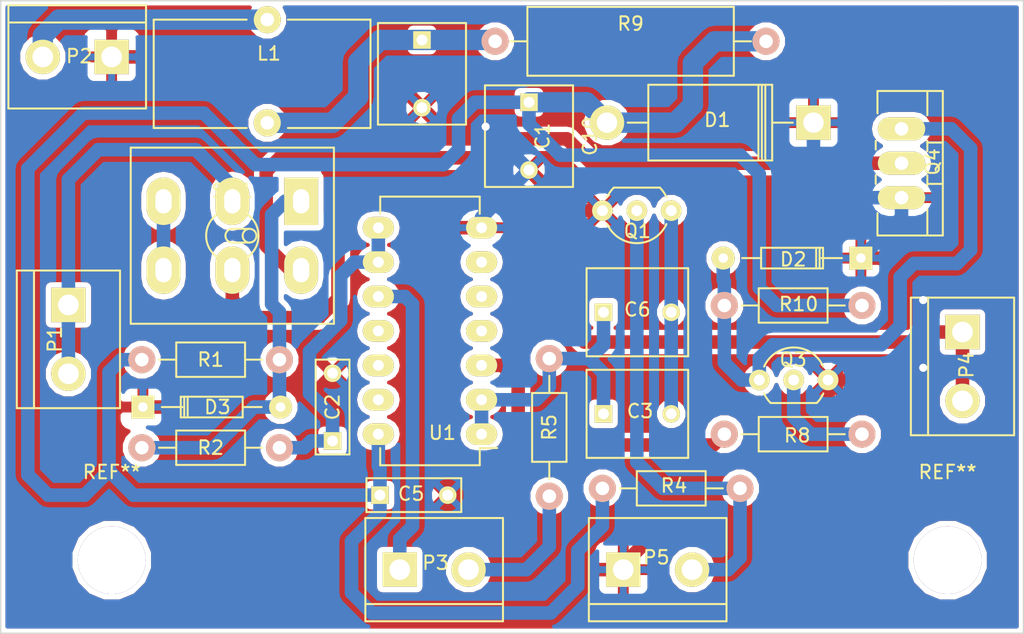
<source format=kicad_pcb>
(kicad_pcb (version 4) (host pcbnew 0.201511021201+6289~30~ubuntu14.04.1-product)

  (general
    (links 49)
    (no_connects 0)
    (area 114.949999 59.864999 192.589286 109.47524)
    (thickness 1.6)
    (drawings 14)
    (tracks 210)
    (zones 0)
    (modules 29)
    (nets 19)
  )

  (page A4)
  (layers
    (0 F.Cu signal hide)
    (31 B.Cu signal hide)
    (32 B.Adhes user)
    (33 F.Adhes user)
    (34 B.Paste user)
    (35 F.Paste user)
    (36 B.SilkS user)
    (37 F.SilkS user)
    (38 B.Mask user)
    (39 F.Mask user)
    (40 Dwgs.User user)
    (41 Cmts.User user)
    (42 Eco1.User user)
    (43 Eco2.User user)
    (44 Edge.Cuts user)
    (45 Margin user)
    (46 B.CrtYd user)
    (47 F.CrtYd user)
    (48 B.Fab user)
    (49 F.Fab user)
  )

  (setup
    (last_trace_width 0.3)
    (user_trace_width 0.3)
    (user_trace_width 0.5)
    (user_trace_width 0.8)
    (user_trace_width 1)
    (user_trace_width 1.2)
    (user_trace_width 1.5)
    (trace_clearance 0.4)
    (zone_clearance 0.3)
    (zone_45_only yes)
    (trace_min 0.3)
    (segment_width 0.2)
    (edge_width 0.1)
    (via_size 1.2)
    (via_drill 0.6)
    (via_min_size 1.2)
    (via_min_drill 0.6)
    (uvia_size 0.3)
    (uvia_drill 0.1)
    (uvias_allowed no)
    (uvia_min_size 0.2)
    (uvia_min_drill 0.1)
    (pcb_text_width 0.3)
    (pcb_text_size 1.5 1.5)
    (mod_edge_width 0.15)
    (mod_text_size 1 1)
    (mod_text_width 0.15)
    (pad_size 1.5 1.5)
    (pad_drill 0.6)
    (pad_to_mask_clearance 0.1)
    (solder_mask_min_width 0.1)
    (aux_axis_origin 0 0)
    (grid_origin 123.1 68.9)
    (visible_elements FFFFFF7F)
    (pcbplotparams
      (layerselection 0x010c0_80000001)
      (usegerberextensions true)
      (excludeedgelayer true)
      (linewidth 0.100000)
      (plotframeref false)
      (viasonmask false)
      (mode 1)
      (useauxorigin false)
      (hpglpennumber 1)
      (hpglpenspeed 20)
      (hpglpendiameter 15)
      (hpglpenoverlay 2)
      (psnegative false)
      (psa4output false)
      (plotreference true)
      (plotvalue true)
      (plotinvisibletext false)
      (padsonsilk false)
      (subtractmaskfromsilk false)
      (outputformat 1)
      (mirror false)
      (drillshape 0)
      (scaleselection 1)
      (outputdirectory ../2CVGerger/))
  )

  (net 0 "")
  (net 1 VCC)
  (net 2 GND)
  (net 3 "Net-(C2-Pad1)")
  (net 4 "Net-(C3-Pad1)")
  (net 5 "Net-(C3-Pad2)")
  (net 6 /Vref)
  (net 7 "Net-(D2-Pad2)")
  (net 8 "Net-(L1-Pad1)")
  (net 9 "Net-(P1-Pad1)")
  (net 10 "Net-(P3-Pad1)")
  (net 11 "Net-(P3-Pad2)")
  (net 12 "Net-(P4-Pad1)")
  (net 13 "Net-(P5-Pad2)")
  (net 14 "Net-(Q3-Pad2)")
  (net 15 "Net-(Q4-Pad2)")
  (net 16 "Net-(D3-Pad2)")
  (net 17 "Net-(R8-Pad1)")
  (net 18 "Net-(SW1-Pad3)")

  (net_class Default "This is the default net class."
    (clearance 0.4)
    (trace_width 0.3)
    (via_dia 1.2)
    (via_drill 0.6)
    (uvia_dia 0.3)
    (uvia_drill 0.1)
    (add_net /Vref)
    (add_net GND)
    (add_net "Net-(C2-Pad1)")
    (add_net "Net-(C3-Pad1)")
    (add_net "Net-(C3-Pad2)")
    (add_net "Net-(D2-Pad2)")
    (add_net "Net-(D3-Pad2)")
    (add_net "Net-(L1-Pad1)")
    (add_net "Net-(P1-Pad1)")
    (add_net "Net-(P3-Pad1)")
    (add_net "Net-(P3-Pad2)")
    (add_net "Net-(P4-Pad1)")
    (add_net "Net-(P5-Pad2)")
    (add_net "Net-(Q3-Pad2)")
    (add_net "Net-(Q4-Pad2)")
    (add_net "Net-(R8-Pad1)")
    (add_net "Net-(SW1-Pad3)")
    (add_net VCC)
  )

  (module Capacitors_ThroughHole:C_Rect_L7.5_W6.5_P5 (layer F.Cu) (tedit 56485272) (tstamp 5644DED6)
    (at 146.1 62.9 270)
    (descr "Film Capacitor Length 7.5mm x Width 6.5mm, Pitch 5mm")
    (tags Capacitor)
    (path /54139470)
    (fp_text reference C1 (at 7.1 -8.9 270) (layer F.SilkS)
      (effects (font (size 1 1) (thickness 0.15)))
    )
    (fp_text value 1u (at 2.6 -0.1 270) (layer F.Fab)
      (effects (font (size 1 1) (thickness 0.15)))
    )
    (fp_line (start -1.5 -3.5) (end 6.5 -3.5) (layer F.CrtYd) (width 0.05))
    (fp_line (start 6.5 -3.5) (end 6.5 3.5) (layer F.CrtYd) (width 0.05))
    (fp_line (start 6.5 3.5) (end -1.5 3.5) (layer F.CrtYd) (width 0.05))
    (fp_line (start -1.5 3.5) (end -1.5 -3.5) (layer F.CrtYd) (width 0.05))
    (fp_line (start -1.25 -3.25) (end 6.25 -3.25) (layer F.SilkS) (width 0.15))
    (fp_line (start 6.25 -3.25) (end 6.25 3.25) (layer F.SilkS) (width 0.15))
    (fp_line (start 6.25 3.25) (end -1.25 3.25) (layer F.SilkS) (width 0.15))
    (fp_line (start -1.25 3.25) (end -1.25 -3.25) (layer F.SilkS) (width 0.15))
    (pad 1 thru_hole rect (at 0 0 270) (size 1.3 1.3) (drill 0.8) (layers *.Cu *.Mask F.SilkS)
      (net 1 VCC))
    (pad 2 thru_hole circle (at 5 0 270) (size 1.3 1.3) (drill 0.8) (layers *.Cu *.Mask F.SilkS)
      (net 2 GND))
  )

  (module Capacitors_ThroughHole:C_Rect_L7_W2.5_P5 (layer F.Cu) (tedit 564852B4) (tstamp 5644DEE4)
    (at 139.5 92.5 90)
    (descr "Film Capacitor Length 7mm x Width 2.5mm, Pitch 5mm")
    (tags Capacitor)
    (path /56381A56)
    (fp_text reference C2 (at 2.5 0 90) (layer F.SilkS)
      (effects (font (size 1 1) (thickness 0.15)))
    )
    (fp_text value 1n (at 2.5 -0.2 90) (layer F.Fab)
      (effects (font (size 1 1) (thickness 0.15)))
    )
    (fp_line (start -1.25 -1.5) (end 6.25 -1.5) (layer F.CrtYd) (width 0.05))
    (fp_line (start 6.25 -1.5) (end 6.25 1.5) (layer F.CrtYd) (width 0.05))
    (fp_line (start 6.25 1.5) (end -1.25 1.5) (layer F.CrtYd) (width 0.05))
    (fp_line (start -1.25 1.5) (end -1.25 -1.5) (layer F.CrtYd) (width 0.05))
    (fp_line (start -1 -1.25) (end 6 -1.25) (layer F.SilkS) (width 0.15))
    (fp_line (start 6 -1.25) (end 6 1.25) (layer F.SilkS) (width 0.15))
    (fp_line (start 6 1.25) (end -1 1.25) (layer F.SilkS) (width 0.15))
    (fp_line (start -1 1.25) (end -1 -1.25) (layer F.SilkS) (width 0.15))
    (pad 1 thru_hole rect (at 0 0 90) (size 1.3 1.3) (drill 0.8) (layers *.Cu *.Mask F.SilkS)
      (net 3 "Net-(C2-Pad1)"))
    (pad 2 thru_hole circle (at 5 0 90) (size 1.3 1.3) (drill 0.8) (layers *.Cu *.Mask F.SilkS)
      (net 2 GND))
  )

  (module Capacitors_ThroughHole:C_Rect_L7.5_W6.5_P5 (layer F.Cu) (tedit 564852E9) (tstamp 5644DEF2)
    (at 159.5 90.5)
    (descr "Film Capacitor Length 7.5mm x Width 6.5mm, Pitch 5mm")
    (tags Capacitor)
    (path /564236DA)
    (fp_text reference C3 (at 2.7 -0.2) (layer F.SilkS)
      (effects (font (size 1 1) (thickness 0.15)))
    )
    (fp_text value 1u (at 2.7 0.3) (layer F.Fab)
      (effects (font (size 1 1) (thickness 0.15)))
    )
    (fp_line (start -1.5 -3.5) (end 6.5 -3.5) (layer F.CrtYd) (width 0.05))
    (fp_line (start 6.5 -3.5) (end 6.5 3.5) (layer F.CrtYd) (width 0.05))
    (fp_line (start 6.5 3.5) (end -1.5 3.5) (layer F.CrtYd) (width 0.05))
    (fp_line (start -1.5 3.5) (end -1.5 -3.5) (layer F.CrtYd) (width 0.05))
    (fp_line (start -1.25 -3.25) (end 6.25 -3.25) (layer F.SilkS) (width 0.15))
    (fp_line (start 6.25 -3.25) (end 6.25 3.25) (layer F.SilkS) (width 0.15))
    (fp_line (start 6.25 3.25) (end -1.25 3.25) (layer F.SilkS) (width 0.15))
    (fp_line (start -1.25 3.25) (end -1.25 -3.25) (layer F.SilkS) (width 0.15))
    (pad 1 thru_hole rect (at 0 0) (size 1.3 1.3) (drill 0.8) (layers *.Cu *.Mask F.SilkS)
      (net 4 "Net-(C3-Pad1)"))
    (pad 2 thru_hole circle (at 5 0) (size 1.3 1.3) (drill 0.8) (layers *.Cu *.Mask F.SilkS)
      (net 5 "Net-(C3-Pad2)"))
  )

  (module Capacitors_ThroughHole:C_Rect_L7_W2.5_P5 (layer F.Cu) (tedit 564852BF) (tstamp 5644DF00)
    (at 143 96.5)
    (descr "Film Capacitor Length 7mm x Width 2.5mm, Pitch 5mm")
    (tags Capacitor)
    (path /540F68FA)
    (fp_text reference C5 (at 2.3 -0.1) (layer F.SilkS)
      (effects (font (size 1 1) (thickness 0.15)))
    )
    (fp_text value 100n (at 2.6 0) (layer F.Fab)
      (effects (font (size 1 1) (thickness 0.15)))
    )
    (fp_line (start -1.25 -1.5) (end 6.25 -1.5) (layer F.CrtYd) (width 0.05))
    (fp_line (start 6.25 -1.5) (end 6.25 1.5) (layer F.CrtYd) (width 0.05))
    (fp_line (start 6.25 1.5) (end -1.25 1.5) (layer F.CrtYd) (width 0.05))
    (fp_line (start -1.25 1.5) (end -1.25 -1.5) (layer F.CrtYd) (width 0.05))
    (fp_line (start -1 -1.25) (end 6 -1.25) (layer F.SilkS) (width 0.15))
    (fp_line (start 6 -1.25) (end 6 1.25) (layer F.SilkS) (width 0.15))
    (fp_line (start 6 1.25) (end -1 1.25) (layer F.SilkS) (width 0.15))
    (fp_line (start -1 1.25) (end -1 -1.25) (layer F.SilkS) (width 0.15))
    (pad 1 thru_hole rect (at 0 0) (size 1.3 1.3) (drill 0.8) (layers *.Cu *.Mask F.SilkS)
      (net 6 /Vref))
    (pad 2 thru_hole circle (at 5 0) (size 1.3 1.3) (drill 0.8) (layers *.Cu *.Mask F.SilkS)
      (net 2 GND))
  )

  (module Capacitors_ThroughHole:C_Rect_L7.5_W6.5_P5 (layer F.Cu) (tedit 564852F3) (tstamp 5644DF0E)
    (at 159.5 83)
    (descr "Film Capacitor Length 7.5mm x Width 6.5mm, Pitch 5mm")
    (tags Capacitor)
    (path /540AE44E)
    (fp_text reference C6 (at 2.5 -0.2) (layer F.SilkS)
      (effects (font (size 1 1) (thickness 0.15)))
    )
    (fp_text value 1u (at 2.5 0.8) (layer F.Fab)
      (effects (font (size 1 1) (thickness 0.15)))
    )
    (fp_line (start -1.5 -3.5) (end 6.5 -3.5) (layer F.CrtYd) (width 0.05))
    (fp_line (start 6.5 -3.5) (end 6.5 3.5) (layer F.CrtYd) (width 0.05))
    (fp_line (start 6.5 3.5) (end -1.5 3.5) (layer F.CrtYd) (width 0.05))
    (fp_line (start -1.5 3.5) (end -1.5 -3.5) (layer F.CrtYd) (width 0.05))
    (fp_line (start -1.25 -3.25) (end 6.25 -3.25) (layer F.SilkS) (width 0.15))
    (fp_line (start 6.25 -3.25) (end 6.25 3.25) (layer F.SilkS) (width 0.15))
    (fp_line (start 6.25 3.25) (end -1.25 3.25) (layer F.SilkS) (width 0.15))
    (fp_line (start -1.25 3.25) (end -1.25 -3.25) (layer F.SilkS) (width 0.15))
    (pad 1 thru_hole rect (at 0 0) (size 1.3 1.3) (drill 0.8) (layers *.Cu *.Mask F.SilkS)
      (net 4 "Net-(C3-Pad1)"))
    (pad 2 thru_hole circle (at 5 0) (size 1.3 1.3) (drill 0.8) (layers *.Cu *.Mask F.SilkS)
      (net 5 "Net-(C3-Pad2)"))
  )

  (module Capacitors_ThroughHole:C_Rect_L7.5_W6.5_P5 (layer F.Cu) (tedit 56485266) (tstamp 5644DF2A)
    (at 154 67.5 270)
    (descr "Film Capacitor Length 7.5mm x Width 6.5mm, Pitch 5mm")
    (tags Capacitor)
    (path /540F6925)
    (fp_text reference C10 (at 2.5 -4.5 270) (layer F.SilkS)
      (effects (font (size 1 1) (thickness 0.15)))
    )
    (fp_text value 1u (at 2.5 0.2 270) (layer F.Fab)
      (effects (font (size 1 1) (thickness 0.15)))
    )
    (fp_line (start -1.5 -3.5) (end 6.5 -3.5) (layer F.CrtYd) (width 0.05))
    (fp_line (start 6.5 -3.5) (end 6.5 3.5) (layer F.CrtYd) (width 0.05))
    (fp_line (start 6.5 3.5) (end -1.5 3.5) (layer F.CrtYd) (width 0.05))
    (fp_line (start -1.5 3.5) (end -1.5 -3.5) (layer F.CrtYd) (width 0.05))
    (fp_line (start -1.25 -3.25) (end 6.25 -3.25) (layer F.SilkS) (width 0.15))
    (fp_line (start 6.25 -3.25) (end 6.25 3.25) (layer F.SilkS) (width 0.15))
    (fp_line (start 6.25 3.25) (end -1.25 3.25) (layer F.SilkS) (width 0.15))
    (fp_line (start -1.25 3.25) (end -1.25 -3.25) (layer F.SilkS) (width 0.15))
    (pad 1 thru_hole rect (at 0 0 270) (size 1.3 1.3) (drill 0.8) (layers *.Cu *.Mask F.SilkS)
      (net 6 /Vref))
    (pad 2 thru_hole circle (at 5 0 270) (size 1.3 1.3) (drill 0.8) (layers *.Cu *.Mask F.SilkS)
      (net 2 GND))
  )

  (module Diodes_ThroughHole:Diode_DO-201AD_Horizontal_RM15 (layer F.Cu) (tedit 56485263) (tstamp 5644DF39)
    (at 175 69 180)
    (descr "Diode DO-201AD Horizontal")
    (tags "Diode DO-201AD Horizontal SB320 SB340 SB360")
    (path /540E2B0C)
    (fp_text reference D1 (at 7.1 0.2 180) (layer F.SilkS)
      (effects (font (size 1 1) (thickness 0.15)))
    )
    (fp_text value 10v_1W (at 7.7 -1.1 180) (layer F.Fab)
      (effects (font (size 1 1) (thickness 0.15)))
    )
    (fp_line (start 12.19322 -0.00296) (end 13.71722 -0.00296) (layer F.SilkS) (width 0.15))
    (fp_line (start 3.04922 -0.00296) (end 1.52522 -0.00296) (layer F.SilkS) (width 0.15))
    (fp_line (start 4.06522 -2.79696) (end 4.06522 2.79104) (layer F.SilkS) (width 0.15))
    (fp_line (start 3.81122 -2.79696) (end 3.81122 2.79104) (layer F.SilkS) (width 0.15))
    (fp_line (start 3.55722 -2.79696) (end 3.55722 2.79104) (layer F.SilkS) (width 0.15))
    (fp_line (start 3.04922 2.79104) (end 3.04922 -2.79696) (layer F.SilkS) (width 0.15))
    (fp_line (start 3.04922 -2.79696) (end 12.19322 -2.79696) (layer F.SilkS) (width 0.15))
    (fp_line (start 12.19322 -2.79696) (end 12.19322 2.79104) (layer F.SilkS) (width 0.15))
    (fp_line (start 12.19322 2.79104) (end 3.04922 2.79104) (layer F.SilkS) (width 0.15))
    (pad 2 thru_hole circle (at 15.24122 -0.00296) (size 2.54 2.54) (drill 1.50114) (layers *.Cu *.Mask F.SilkS)
      (net 6 /Vref))
    (pad 1 thru_hole rect (at 0.00122 -0.00296) (size 2.54 2.54) (drill 1.50114) (layers *.Cu *.Mask F.SilkS)
      (net 2 GND))
  )

  (module Diodes_ThroughHole:Diode_DO-35_SOD27_Horizontal_RM10 (layer F.Cu) (tedit 5648522E) (tstamp 5644DF48)
    (at 178.5 79 180)
    (descr "Diode, DO-35,  SOD27, Horizontal, RM 10mm")
    (tags "Diode, DO-35, SOD27, Horizontal, RM 10mm, 1N4148,")
    (path /54138A0A)
    (fp_text reference D2 (at 5 -0.1 180) (layer F.SilkS)
      (effects (font (size 1 1) (thickness 0.15)))
    )
    (fp_text value 4.7v (at 5.1 0 180) (layer F.Fab)
      (effects (font (size 1 1) (thickness 0.15)))
    )
    (fp_line (start 7.36652 -0.00254) (end 8.76352 -0.00254) (layer F.SilkS) (width 0.15))
    (fp_line (start 2.92152 -0.00254) (end 1.39752 -0.00254) (layer F.SilkS) (width 0.15))
    (fp_line (start 3.30252 -0.76454) (end 3.30252 0.75946) (layer F.SilkS) (width 0.15))
    (fp_line (start 3.04852 -0.76454) (end 3.04852 0.75946) (layer F.SilkS) (width 0.15))
    (fp_line (start 2.79452 -0.00254) (end 2.79452 0.75946) (layer F.SilkS) (width 0.15))
    (fp_line (start 2.79452 0.75946) (end 7.36652 0.75946) (layer F.SilkS) (width 0.15))
    (fp_line (start 7.36652 0.75946) (end 7.36652 -0.76454) (layer F.SilkS) (width 0.15))
    (fp_line (start 7.36652 -0.76454) (end 2.79452 -0.76454) (layer F.SilkS) (width 0.15))
    (fp_line (start 2.79452 -0.76454) (end 2.79452 -0.00254) (layer F.SilkS) (width 0.15))
    (pad 2 thru_hole circle (at 10.16052 -0.00254) (size 1.69926 1.69926) (drill 0.70104) (layers *.Cu *.Mask F.SilkS)
      (net 7 "Net-(D2-Pad2)"))
    (pad 1 thru_hole rect (at 0.00052 -0.00254) (size 1.69926 1.69926) (drill 0.70104) (layers *.Cu *.Mask F.SilkS)
      (net 2 GND))
    (model Diodes_ThroughHole.3dshapes/Diode_DO-35_SOD27_Horizontal_RM10.wrl
      (at (xyz 0.2 0 0))
      (scale (xyz 0.4 0.4 0.4))
      (rotate (xyz 0 0 180))
    )
  )

  (module Choke_Toroid_ThroughHole:Choke_Toroid_8x16mm_Vertical (layer F.Cu) (tedit 564852A3) (tstamp 5644DF54)
    (at 142.3 61.4 180)
    (descr "Toroid, Coil, Choke,  6,5mm x 13mm, Vertical, Inductor, Drossel, Thruhole,")
    (tags "Toroid, Coil, Choke,  6,5mm x 13mm, Vertical, Inductor, Drossel, Thruhole,")
    (path /54139461)
    (fp_text reference L1 (at 7.5 -2.5 180) (layer F.SilkS)
      (effects (font (size 1 1) (thickness 0.15)))
    )
    (fp_text value INDUCTOR (at 8 -4.3 180) (layer F.Fab)
      (effects (font (size 1 1) (thickness 0.15)))
    )
    (fp_line (start 16.002 0) (end 9.144 0) (layer F.SilkS) (width 0.15))
    (fp_line (start 0 0) (end 6.096 0) (layer F.SilkS) (width 0.15))
    (fp_line (start 6.096 -8.001) (end 0 -8.001) (layer F.SilkS) (width 0.15))
    (fp_line (start 16.002 -8.001) (end 9.144 -8.001) (layer F.SilkS) (width 0.15))
    (fp_line (start 16.002 0) (end 16.002 -8.001) (layer F.SilkS) (width 0.15))
    (fp_line (start 0 -8.001) (end 0 0) (layer F.SilkS) (width 0.15))
    (pad 1 thru_hole circle (at 7.62 0 180) (size 1.99898 1.99898) (drill 1.00076) (layers *.Cu *.Mask F.SilkS)
      (net 8 "Net-(L1-Pad1)"))
    (pad 2 thru_hole circle (at 7.62 -7.62 180) (size 1.99898 1.99898) (drill 1.00076) (layers *.Cu *.Mask F.SilkS)
      (net 1 VCC))
  )

  (module Connect:bornier2 (layer F.Cu) (tedit 564852AB) (tstamp 5644DF5F)
    (at 120 85 270)
    (descr "Bornier d'alimentation 2 pins")
    (tags DEV)
    (path /5413966A)
    (fp_text reference P1 (at 0 1 270) (layer F.SilkS)
      (effects (font (size 1 1) (thickness 0.15)))
    )
    (fp_text value CONN_2 (at 0.2 -2.1 270) (layer F.Fab)
      (effects (font (size 1 1) (thickness 0.15)))
    )
    (fp_line (start 5.08 2.54) (end -5.08 2.54) (layer F.SilkS) (width 0.15))
    (fp_line (start 5.08 3.81) (end 5.08 -3.81) (layer F.SilkS) (width 0.15))
    (fp_line (start 5.08 -3.81) (end -5.08 -3.81) (layer F.SilkS) (width 0.15))
    (fp_line (start -5.08 -3.81) (end -5.08 3.81) (layer F.SilkS) (width 0.15))
    (fp_line (start -5.08 3.81) (end 5.08 3.81) (layer F.SilkS) (width 0.15))
    (pad 1 thru_hole rect (at -2.54 0 270) (size 2.54 2.54) (drill 1.524) (layers *.Cu *.Mask F.SilkS)
      (net 9 "Net-(P1-Pad1)"))
    (pad 2 thru_hole circle (at 2.54 0 270) (size 2.54 2.54) (drill 1.524) (layers *.Cu *.Mask F.SilkS)
      (net 9 "Net-(P1-Pad1)"))
    (model Connect.3dshapes/bornier2.wrl
      (at (xyz 0 0 0))
      (scale (xyz 1 1 1))
      (rotate (xyz 0 0 0))
    )
  )

  (module Connect:bornier2 (layer F.Cu) (tedit 5648529C) (tstamp 5644DF6A)
    (at 120.65 64.15 180)
    (descr "Bornier d'alimentation 2 pins")
    (tags DEV)
    (path /54139454)
    (fp_text reference P2 (at -0.15 0.05 180) (layer F.SilkS)
      (effects (font (size 1 1) (thickness 0.15)))
    )
    (fp_text value CONN_2 (at -0.05 -2.35 180) (layer F.Fab)
      (effects (font (size 1 1) (thickness 0.15)))
    )
    (fp_line (start 5.08 2.54) (end -5.08 2.54) (layer F.SilkS) (width 0.15))
    (fp_line (start 5.08 3.81) (end 5.08 -3.81) (layer F.SilkS) (width 0.15))
    (fp_line (start 5.08 -3.81) (end -5.08 -3.81) (layer F.SilkS) (width 0.15))
    (fp_line (start -5.08 -3.81) (end -5.08 3.81) (layer F.SilkS) (width 0.15))
    (fp_line (start -5.08 3.81) (end 5.08 3.81) (layer F.SilkS) (width 0.15))
    (pad 1 thru_hole rect (at -2.54 0 180) (size 2.54 2.54) (drill 1.524) (layers *.Cu *.Mask F.SilkS)
      (net 2 GND))
    (pad 2 thru_hole circle (at 2.54 0 180) (size 2.54 2.54) (drill 1.524) (layers *.Cu *.Mask F.SilkS)
      (net 8 "Net-(L1-Pad1)"))
    (model Connect.3dshapes/bornier2.wrl
      (at (xyz 0 0 0))
      (scale (xyz 1 1 1))
      (rotate (xyz 0 0 0))
    )
  )

  (module Connect:bornier2 (layer F.Cu) (tedit 56485ECF) (tstamp 5644DF75)
    (at 147 102)
    (descr "Bornier d'alimentation 2 pins")
    (tags DEV)
    (path /540B8E64)
    (fp_text reference P3 (at 0.1 -0.5) (layer F.SilkS)
      (effects (font (size 1 1) (thickness 0.15)))
    )
    (fp_text value CONN_2 (at 0.1 1.7) (layer F.Fab)
      (effects (font (size 1 1) (thickness 0.15)))
    )
    (fp_line (start 5.08 2.54) (end -5.08 2.54) (layer F.SilkS) (width 0.15))
    (fp_line (start 5.08 3.81) (end 5.08 -3.81) (layer F.SilkS) (width 0.15))
    (fp_line (start 5.08 -3.81) (end -5.08 -3.81) (layer F.SilkS) (width 0.15))
    (fp_line (start -5.08 -3.81) (end -5.08 3.81) (layer F.SilkS) (width 0.15))
    (fp_line (start -5.08 3.81) (end 5.08 3.81) (layer F.SilkS) (width 0.15))
    (pad 1 thru_hole rect (at -2.54 0) (size 2.54 2.54) (drill 1.524) (layers *.Cu *.Mask F.SilkS)
      (net 10 "Net-(P3-Pad1)"))
    (pad 2 thru_hole circle (at 2.54 0) (size 2.54 2.54) (drill 1.524) (layers *.Cu *.Mask F.SilkS)
      (net 11 "Net-(P3-Pad2)"))
    (model Connect.3dshapes/bornier2.wrl
      (at (xyz 0 0 0))
      (scale (xyz 1 1 1))
      (rotate (xyz 0 0 0))
    )
  )

  (module Connect:bornier2 (layer F.Cu) (tedit 5648520A) (tstamp 5644DF80)
    (at 186 87 270)
    (descr "Bornier d'alimentation 2 pins")
    (tags DEV)
    (path /54139790)
    (fp_text reference P4 (at -0.1 -0.3 270) (layer F.SilkS)
      (effects (font (size 1 1) (thickness 0.15)))
    )
    (fp_text value CONN_2 (at -0.1 -0.1 270) (layer F.Fab)
      (effects (font (size 1 1) (thickness 0.15)))
    )
    (fp_line (start 5.08 2.54) (end -5.08 2.54) (layer F.SilkS) (width 0.15))
    (fp_line (start 5.08 3.81) (end 5.08 -3.81) (layer F.SilkS) (width 0.15))
    (fp_line (start 5.08 -3.81) (end -5.08 -3.81) (layer F.SilkS) (width 0.15))
    (fp_line (start -5.08 -3.81) (end -5.08 3.81) (layer F.SilkS) (width 0.15))
    (fp_line (start -5.08 3.81) (end 5.08 3.81) (layer F.SilkS) (width 0.15))
    (pad 1 thru_hole rect (at -2.54 0 270) (size 2.54 2.54) (drill 1.524) (layers *.Cu *.Mask F.SilkS)
      (net 12 "Net-(P4-Pad1)"))
    (pad 2 thru_hole circle (at 2.54 0 270) (size 2.54 2.54) (drill 1.524) (layers *.Cu *.Mask F.SilkS)
      (net 12 "Net-(P4-Pad1)"))
    (model Connect.3dshapes/bornier2.wrl
      (at (xyz 0 0 0))
      (scale (xyz 1 1 1))
      (rotate (xyz 0 0 0))
    )
  )

  (module Connect:bornier2 (layer F.Cu) (tedit 564852D9) (tstamp 5644DF8B)
    (at 163.5 102)
    (descr "Bornier d'alimentation 2 pins")
    (tags DEV)
    (path /56385212)
    (fp_text reference P5 (at -0.1 -0.9) (layer F.SilkS)
      (effects (font (size 1 1) (thickness 0.15)))
    )
    (fp_text value CONN_2 (at 0.1 1.8) (layer F.Fab)
      (effects (font (size 1 1) (thickness 0.15)))
    )
    (fp_line (start 5.08 2.54) (end -5.08 2.54) (layer F.SilkS) (width 0.15))
    (fp_line (start 5.08 3.81) (end 5.08 -3.81) (layer F.SilkS) (width 0.15))
    (fp_line (start 5.08 -3.81) (end -5.08 -3.81) (layer F.SilkS) (width 0.15))
    (fp_line (start -5.08 -3.81) (end -5.08 3.81) (layer F.SilkS) (width 0.15))
    (fp_line (start -5.08 3.81) (end 5.08 3.81) (layer F.SilkS) (width 0.15))
    (pad 1 thru_hole rect (at -2.54 0) (size 2.54 2.54) (drill 1.524) (layers *.Cu *.Mask F.SilkS)
      (net 2 GND))
    (pad 2 thru_hole circle (at 2.54 0) (size 2.54 2.54) (drill 1.524) (layers *.Cu *.Mask F.SilkS)
      (net 13 "Net-(P5-Pad2)"))
    (model Connect.3dshapes/bornier2.wrl
      (at (xyz 0 0 0))
      (scale (xyz 1 1 1))
      (rotate (xyz 0 0 0))
    )
  )

  (module Housings_TO-92:TO-92_Inline_Wide (layer F.Cu) (tedit 5648525F) (tstamp 5644DF9B)
    (at 164.5 75.5 180)
    (descr "TO-92 leads in-line, wide, drill 0.8mm (see NXP sot054_po.pdf)")
    (tags "to-92 sc-43 sc-43a sot54 PA33 transistor")
    (path /541211AB)
    (fp_text reference Q1 (at 2.5 -1.5 360) (layer F.SilkS)
      (effects (font (size 1 1) (thickness 0.15)))
    )
    (fp_text value 2N2222 (at 2.4 1.1 180) (layer F.Fab)
      (effects (font (size 1 1) (thickness 0.15)))
    )
    (fp_arc (start 2.54 0) (end 0.84 1.7) (angle 20.5) (layer F.SilkS) (width 0.15))
    (fp_arc (start 2.54 0) (end 4.24 1.7) (angle -20.5) (layer F.SilkS) (width 0.15))
    (fp_line (start -1 1.95) (end -1 -2.65) (layer F.CrtYd) (width 0.05))
    (fp_line (start -1 1.95) (end 6.1 1.95) (layer F.CrtYd) (width 0.05))
    (fp_line (start 0.84 1.7) (end 4.24 1.7) (layer F.SilkS) (width 0.15))
    (fp_arc (start 2.54 0) (end 2.54 -2.4) (angle -65.55604127) (layer F.SilkS) (width 0.15))
    (fp_arc (start 2.54 0) (end 2.54 -2.4) (angle 65.55604127) (layer F.SilkS) (width 0.15))
    (fp_line (start -1 -2.65) (end 6.1 -2.65) (layer F.CrtYd) (width 0.05))
    (fp_line (start 6.1 1.95) (end 6.1 -2.65) (layer F.CrtYd) (width 0.05))
    (pad 2 thru_hole circle (at 2.54 0 270) (size 1.524 1.524) (drill 0.8) (layers *.Cu *.Mask F.SilkS)
      (net 13 "Net-(P5-Pad2)"))
    (pad 3 thru_hole circle (at 5.08 0 270) (size 1.524 1.524) (drill 0.8) (layers *.Cu *.Mask F.SilkS)
      (net 2 GND))
    (pad 1 thru_hole circle (at 0 0 270) (size 1.524 1.524) (drill 0.8) (layers *.Cu *.Mask F.SilkS)
      (net 5 "Net-(C3-Pad2)"))
    (model Housings_TO-92.3dshapes/TO-92_Inline_Wide.wrl
      (at (xyz 0.1 0 0))
      (scale (xyz 1 1 1))
      (rotate (xyz 0 0 -90))
    )
  )

  (module Housings_TO-92:TO-92_Inline_Wide (layer F.Cu) (tedit 5648523A) (tstamp 5644DFAB)
    (at 171 88)
    (descr "TO-92 leads in-line, wide, drill 0.8mm (see NXP sot054_po.pdf)")
    (tags "to-92 sc-43 sc-43a sot54 PA33 transistor")
    (path /54138A1A)
    (fp_text reference Q3 (at 2.5 -1.5 180) (layer F.SilkS)
      (effects (font (size 1 1) (thickness 0.15)))
    )
    (fp_text value 2N2222 (at 2.8 -0.2) (layer F.Fab)
      (effects (font (size 1 1) (thickness 0.15)))
    )
    (fp_arc (start 2.54 0) (end 0.84 1.7) (angle 20.5) (layer F.SilkS) (width 0.15))
    (fp_arc (start 2.54 0) (end 4.24 1.7) (angle -20.5) (layer F.SilkS) (width 0.15))
    (fp_line (start -1 1.95) (end -1 -2.65) (layer F.CrtYd) (width 0.05))
    (fp_line (start -1 1.95) (end 6.1 1.95) (layer F.CrtYd) (width 0.05))
    (fp_line (start 0.84 1.7) (end 4.24 1.7) (layer F.SilkS) (width 0.15))
    (fp_arc (start 2.54 0) (end 2.54 -2.4) (angle -65.55604127) (layer F.SilkS) (width 0.15))
    (fp_arc (start 2.54 0) (end 2.54 -2.4) (angle 65.55604127) (layer F.SilkS) (width 0.15))
    (fp_line (start -1 -2.65) (end 6.1 -2.65) (layer F.CrtYd) (width 0.05))
    (fp_line (start 6.1 1.95) (end 6.1 -2.65) (layer F.CrtYd) (width 0.05))
    (pad 2 thru_hole circle (at 2.54 0 90) (size 1.524 1.524) (drill 0.8) (layers *.Cu *.Mask F.SilkS)
      (net 14 "Net-(Q3-Pad2)"))
    (pad 3 thru_hole circle (at 5.08 0 90) (size 1.524 1.524) (drill 0.8) (layers *.Cu *.Mask F.SilkS)
      (net 2 GND))
    (pad 1 thru_hole circle (at 0 0 90) (size 1.524 1.524) (drill 0.8) (layers *.Cu *.Mask F.SilkS)
      (net 7 "Net-(D2-Pad2)"))
    (model Housings_TO-92.3dshapes/TO-92_Inline_Wide.wrl
      (at (xyz 0.1 0 0))
      (scale (xyz 1 1 1))
      (rotate (xyz 0 0 -90))
    )
  )

  (module Transistors_TO-220:TO-220_Neutral123_Vertical_LargePads (layer F.Cu) (tedit 5648524A) (tstamp 5644DFC3)
    (at 181.5 72 270)
    (descr "TO-220, Neutral, Vertical, Large Pads,")
    (tags "TO-220, Neutral, Vertical, Large Pads,")
    (path /54138C0D)
    (fp_text reference Q4 (at -0.1 -2.3 270) (layer F.SilkS)
      (effects (font (size 1 1) (thickness 0.15)))
    )
    (fp_text value IRGB14C40L (at 0 0.6 270) (layer F.Fab)
      (effects (font (size 1 1) (thickness 0.15)))
    )
    (fp_line (start 5.334 -1.905) (end 3.429 -1.905) (layer F.SilkS) (width 0.15))
    (fp_line (start 0.889 -1.905) (end 1.651 -1.905) (layer F.SilkS) (width 0.15))
    (fp_line (start -1.524 -1.905) (end -1.651 -1.905) (layer F.SilkS) (width 0.15))
    (fp_line (start -1.524 -1.905) (end -0.889 -1.905) (layer F.SilkS) (width 0.15))
    (fp_line (start -5.334 -1.905) (end -3.556 -1.905) (layer F.SilkS) (width 0.15))
    (fp_line (start -5.334 1.778) (end -3.683 1.778) (layer F.SilkS) (width 0.15))
    (fp_line (start -1.016 1.905) (end -1.651 1.905) (layer F.SilkS) (width 0.15))
    (fp_line (start 1.524 1.905) (end 0.889 1.905) (layer F.SilkS) (width 0.15))
    (fp_line (start 5.334 1.778) (end 3.683 1.778) (layer F.SilkS) (width 0.15))
    (fp_line (start -1.524 -3.048) (end -1.524 -1.905) (layer F.SilkS) (width 0.15))
    (fp_line (start 1.524 -3.048) (end 1.524 -1.905) (layer F.SilkS) (width 0.15))
    (fp_line (start 5.334 -1.905) (end 5.334 1.778) (layer F.SilkS) (width 0.15))
    (fp_line (start -5.334 1.778) (end -5.334 -1.905) (layer F.SilkS) (width 0.15))
    (fp_line (start 5.334 -3.048) (end 5.334 -1.905) (layer F.SilkS) (width 0.15))
    (fp_line (start -5.334 -1.905) (end -5.334 -3.048) (layer F.SilkS) (width 0.15))
    (fp_line (start 0 -3.048) (end -5.334 -3.048) (layer F.SilkS) (width 0.15))
    (fp_line (start 0 -3.048) (end 5.334 -3.048) (layer F.SilkS) (width 0.15))
    (pad 2 thru_hole oval (at 0 0) (size 3.50012 1.69926) (drill 1.00076) (layers *.Cu *.Mask F.SilkS)
      (net 15 "Net-(Q4-Pad2)"))
    (pad 1 thru_hole oval (at -2.54 0) (size 3.50012 1.69926) (drill 1.00076) (layers *.Cu *.Mask F.SilkS)
      (net 7 "Net-(D2-Pad2)"))
    (pad 3 thru_hole oval (at 2.54 0) (size 3.50012 1.69926) (drill 1.00076) (layers *.Cu *.Mask F.SilkS)
      (net 2 GND))
    (model Transistors_TO-220.3dshapes/TO-220_Neutral123_Vertical_LargePads.wrl
      (at (xyz 0 0 0))
      (scale (xyz 0.3937 0.3937 0.3937))
      (rotate (xyz 0 0 0))
    )
  )

  (module Resistors_ThroughHole:Resistor_Horizontal_RM10mm (layer F.Cu) (tedit 56475B96) (tstamp 5644DFCF)
    (at 130.5 86.5)
    (descr "Resistor, Axial,  RM 10mm, 1/3W,")
    (tags "Resistor, Axial, RM 10mm, 1/3W,")
    (path /5413FDF1)
    (fp_text reference R1 (at 0 0) (layer F.SilkS)
      (effects (font (size 1 1) (thickness 0.15)))
    )
    (fp_text value 1k (at 0 0) (layer F.Fab)
      (effects (font (size 1 1) (thickness 0.15)))
    )
    (fp_line (start -2.54 -1.27) (end 2.54 -1.27) (layer F.SilkS) (width 0.15))
    (fp_line (start 2.54 -1.27) (end 2.54 1.27) (layer F.SilkS) (width 0.15))
    (fp_line (start 2.54 1.27) (end -2.54 1.27) (layer F.SilkS) (width 0.15))
    (fp_line (start -2.54 1.27) (end -2.54 -1.27) (layer F.SilkS) (width 0.15))
    (fp_line (start -2.54 0) (end -3.81 0) (layer F.SilkS) (width 0.15))
    (fp_line (start 2.54 0) (end 3.81 0) (layer F.SilkS) (width 0.15))
    (pad 1 thru_hole circle (at -5.08 0) (size 1.99898 1.99898) (drill 1.00076) (layers *.Cu *.SilkS *.Mask)
      (net 6 /Vref))
    (pad 2 thru_hole circle (at 5.08 0) (size 1.99898 1.99898) (drill 1.00076) (layers *.Cu *.SilkS *.Mask)
      (net 16 "Net-(D3-Pad2)"))
    (model Resistors_ThroughHole.3dshapes/Resistor_Horizontal_RM10mm.wrl
      (at (xyz 0 0 0))
      (scale (xyz 0.4 0.4 0.4))
      (rotate (xyz 0 0 0))
    )
  )

  (module Resistors_ThroughHole:Resistor_Horizontal_RM10mm (layer F.Cu) (tedit 56475B93) (tstamp 5644DFDB)
    (at 130.5 93)
    (descr "Resistor, Axial,  RM 10mm, 1/3W,")
    (tags "Resistor, Axial, RM 10mm, 1/3W,")
    (path /5413FF31)
    (fp_text reference R2 (at 0 0) (layer F.SilkS)
      (effects (font (size 1 1) (thickness 0.15)))
    )
    (fp_text value 100k (at -0.5 0) (layer F.Fab)
      (effects (font (size 1 1) (thickness 0.15)))
    )
    (fp_line (start -2.54 -1.27) (end 2.54 -1.27) (layer F.SilkS) (width 0.15))
    (fp_line (start 2.54 -1.27) (end 2.54 1.27) (layer F.SilkS) (width 0.15))
    (fp_line (start 2.54 1.27) (end -2.54 1.27) (layer F.SilkS) (width 0.15))
    (fp_line (start -2.54 1.27) (end -2.54 -1.27) (layer F.SilkS) (width 0.15))
    (fp_line (start -2.54 0) (end -3.81 0) (layer F.SilkS) (width 0.15))
    (fp_line (start 2.54 0) (end 3.81 0) (layer F.SilkS) (width 0.15))
    (pad 1 thru_hole circle (at -5.08 0) (size 1.99898 1.99898) (drill 1.00076) (layers *.Cu *.SilkS *.Mask)
      (net 16 "Net-(D3-Pad2)"))
    (pad 2 thru_hole circle (at 5.08 0) (size 1.99898 1.99898) (drill 1.00076) (layers *.Cu *.SilkS *.Mask)
      (net 3 "Net-(C2-Pad1)"))
    (model Resistors_ThroughHole.3dshapes/Resistor_Horizontal_RM10mm.wrl
      (at (xyz 0 0 0))
      (scale (xyz 0.4 0.4 0.4))
      (rotate (xyz 0 0 0))
    )
  )

  (module Resistors_ThroughHole:Resistor_Horizontal_RM10mm (layer F.Cu) (tedit 564852E2) (tstamp 5644DFE7)
    (at 164.5 96)
    (descr "Resistor, Axial,  RM 10mm, 1/3W,")
    (tags "Resistor, Axial, RM 10mm, 1/3W,")
    (path /5413909E)
    (fp_text reference R4 (at 0.2 -0.2) (layer F.SilkS)
      (effects (font (size 1 1) (thickness 0.15)))
    )
    (fp_text value 10k (at 0.5 0.5) (layer F.Fab)
      (effects (font (size 1 1) (thickness 0.15)))
    )
    (fp_line (start -2.54 -1.27) (end 2.54 -1.27) (layer F.SilkS) (width 0.15))
    (fp_line (start 2.54 -1.27) (end 2.54 1.27) (layer F.SilkS) (width 0.15))
    (fp_line (start 2.54 1.27) (end -2.54 1.27) (layer F.SilkS) (width 0.15))
    (fp_line (start -2.54 1.27) (end -2.54 -1.27) (layer F.SilkS) (width 0.15))
    (fp_line (start -2.54 0) (end -3.81 0) (layer F.SilkS) (width 0.15))
    (fp_line (start 2.54 0) (end 3.81 0) (layer F.SilkS) (width 0.15))
    (pad 1 thru_hole circle (at -5.08 0) (size 1.99898 1.99898) (drill 1.00076) (layers *.Cu *.SilkS *.Mask)
      (net 6 /Vref))
    (pad 2 thru_hole circle (at 5.08 0) (size 1.99898 1.99898) (drill 1.00076) (layers *.Cu *.SilkS *.Mask)
      (net 13 "Net-(P5-Pad2)"))
    (model Resistors_ThroughHole.3dshapes/Resistor_Horizontal_RM10mm.wrl
      (at (xyz 0 0 0))
      (scale (xyz 0.4 0.4 0.4))
      (rotate (xyz 0 0 0))
    )
  )

  (module Resistors_ThroughHole:Resistor_Horizontal_RM10mm (layer F.Cu) (tedit 564852F7) (tstamp 5644DFF3)
    (at 155.5 91.5 90)
    (descr "Resistor, Axial,  RM 10mm, 1/3W,")
    (tags "Resistor, Axial, RM 10mm, 1/3W,")
    (path /540B8E98)
    (fp_text reference R5 (at 0 0 90) (layer F.SilkS)
      (effects (font (size 1 1) (thickness 0.15)))
    )
    (fp_text value R (at 0.3 -0.1 90) (layer F.Fab)
      (effects (font (size 1 1) (thickness 0.15)))
    )
    (fp_line (start -2.54 -1.27) (end 2.54 -1.27) (layer F.SilkS) (width 0.15))
    (fp_line (start 2.54 -1.27) (end 2.54 1.27) (layer F.SilkS) (width 0.15))
    (fp_line (start 2.54 1.27) (end -2.54 1.27) (layer F.SilkS) (width 0.15))
    (fp_line (start -2.54 1.27) (end -2.54 -1.27) (layer F.SilkS) (width 0.15))
    (fp_line (start -2.54 0) (end -3.81 0) (layer F.SilkS) (width 0.15))
    (fp_line (start 2.54 0) (end 3.81 0) (layer F.SilkS) (width 0.15))
    (pad 1 thru_hole circle (at -5.08 0 90) (size 1.99898 1.99898) (drill 1.00076) (layers *.Cu *.SilkS *.Mask)
      (net 11 "Net-(P3-Pad2)"))
    (pad 2 thru_hole circle (at 5.08 0 90) (size 1.99898 1.99898) (drill 1.00076) (layers *.Cu *.SilkS *.Mask)
      (net 4 "Net-(C3-Pad1)"))
    (model Resistors_ThroughHole.3dshapes/Resistor_Horizontal_RM10mm.wrl
      (at (xyz 0 0 0))
      (scale (xyz 0.4 0.4 0.4))
      (rotate (xyz 0 0 0))
    )
  )

  (module Resistors_ThroughHole:Resistor_Horizontal_RM10mm (layer F.Cu) (tedit 564852FB) (tstamp 5644DFFF)
    (at 173.5 92)
    (descr "Resistor, Axial,  RM 10mm, 1/3W,")
    (tags "Resistor, Axial, RM 10mm, 1/3W,")
    (path /54138C93)
    (fp_text reference R8 (at 0.3 0.1) (layer F.SilkS)
      (effects (font (size 1 1) (thickness 0.15)))
    )
    (fp_text value 10k (at 0.5 -0.1) (layer F.Fab)
      (effects (font (size 1 1) (thickness 0.15)))
    )
    (fp_line (start -2.54 -1.27) (end 2.54 -1.27) (layer F.SilkS) (width 0.15))
    (fp_line (start 2.54 -1.27) (end 2.54 1.27) (layer F.SilkS) (width 0.15))
    (fp_line (start 2.54 1.27) (end -2.54 1.27) (layer F.SilkS) (width 0.15))
    (fp_line (start -2.54 1.27) (end -2.54 -1.27) (layer F.SilkS) (width 0.15))
    (fp_line (start -2.54 0) (end -3.81 0) (layer F.SilkS) (width 0.15))
    (fp_line (start 2.54 0) (end 3.81 0) (layer F.SilkS) (width 0.15))
    (pad 1 thru_hole circle (at -5.08 0) (size 1.99898 1.99898) (drill 1.00076) (layers *.Cu *.SilkS *.Mask)
      (net 17 "Net-(R8-Pad1)"))
    (pad 2 thru_hole circle (at 5.08 0) (size 1.99898 1.99898) (drill 1.00076) (layers *.Cu *.SilkS *.Mask)
      (net 14 "Net-(Q3-Pad2)"))
    (model Resistors_ThroughHole.3dshapes/Resistor_Horizontal_RM10mm.wrl
      (at (xyz 0 0 0))
      (scale (xyz 0.4 0.4 0.4))
      (rotate (xyz 0 0 0))
    )
  )

  (module Resistors_ThroughHole:Resistor_Horizontal_RM10mm (layer F.Cu) (tedit 5648521E) (tstamp 5644E017)
    (at 173.5 82.5)
    (descr "Resistor, Axial,  RM 10mm, 1/3W,")
    (tags "Resistor, Axial, RM 10mm, 1/3W,")
    (path /54138CAA)
    (fp_text reference R10 (at 0.4 -0.1) (layer F.SilkS)
      (effects (font (size 1 1) (thickness 0.15)))
    )
    (fp_text value 1k (at 0.3 0) (layer F.Fab)
      (effects (font (size 1 1) (thickness 0.15)))
    )
    (fp_line (start -2.54 -1.27) (end 2.54 -1.27) (layer F.SilkS) (width 0.15))
    (fp_line (start 2.54 -1.27) (end 2.54 1.27) (layer F.SilkS) (width 0.15))
    (fp_line (start 2.54 1.27) (end -2.54 1.27) (layer F.SilkS) (width 0.15))
    (fp_line (start -2.54 1.27) (end -2.54 -1.27) (layer F.SilkS) (width 0.15))
    (fp_line (start -2.54 0) (end -3.81 0) (layer F.SilkS) (width 0.15))
    (fp_line (start 2.54 0) (end 3.81 0) (layer F.SilkS) (width 0.15))
    (pad 1 thru_hole circle (at -5.08 0) (size 1.99898 1.99898) (drill 1.00076) (layers *.Cu *.SilkS *.Mask)
      (net 7 "Net-(D2-Pad2)"))
    (pad 2 thru_hole circle (at 5.08 0) (size 1.99898 1.99898) (drill 1.00076) (layers *.Cu *.SilkS *.Mask)
      (net 6 /Vref))
    (model Resistors_ThroughHole.3dshapes/Resistor_Horizontal_RM10mm.wrl
      (at (xyz 0 0 0))
      (scale (xyz 0.4 0.4 0.4))
      (rotate (xyz 0 0 0))
    )
  )

  (module Housings_DIP:DIP-14_W7.62mm_LongPads (layer F.Cu) (tedit 564852C6) (tstamp 5644E049)
    (at 150.5 92 180)
    (descr "14-lead dip package, row spacing 7.62 mm (300 mils), longer pads")
    (tags "dil dip 2.54 300")
    (path /54139C00)
    (fp_text reference U1 (at 2.9 0.1 180) (layer F.SilkS)
      (effects (font (size 1 1) (thickness 0.15)))
    )
    (fp_text value CD4011 (at 4.1 3.5 180) (layer F.Fab)
      (effects (font (size 1 1) (thickness 0.15)))
    )
    (fp_line (start -1.4 -2.45) (end -1.4 17.7) (layer F.CrtYd) (width 0.05))
    (fp_line (start 9 -2.45) (end 9 17.7) (layer F.CrtYd) (width 0.05))
    (fp_line (start -1.4 -2.45) (end 9 -2.45) (layer F.CrtYd) (width 0.05))
    (fp_line (start -1.4 17.7) (end 9 17.7) (layer F.CrtYd) (width 0.05))
    (fp_line (start 0.135 -2.295) (end 0.135 -1.025) (layer F.SilkS) (width 0.15))
    (fp_line (start 7.485 -2.295) (end 7.485 -1.025) (layer F.SilkS) (width 0.15))
    (fp_line (start 7.485 17.535) (end 7.485 16.265) (layer F.SilkS) (width 0.15))
    (fp_line (start 0.135 17.535) (end 0.135 16.265) (layer F.SilkS) (width 0.15))
    (fp_line (start 0.135 -2.295) (end 7.485 -2.295) (layer F.SilkS) (width 0.15))
    (fp_line (start 0.135 17.535) (end 7.485 17.535) (layer F.SilkS) (width 0.15))
    (fp_line (start 0.135 -1.025) (end -1.15 -1.025) (layer F.SilkS) (width 0.15))
    (pad 1 thru_hole oval (at 0 0 180) (size 2.3 1.6) (drill 0.8) (layers *.Cu *.Mask F.SilkS)
      (net 4 "Net-(C3-Pad1)"))
    (pad 2 thru_hole oval (at 0 2.54 180) (size 2.3 1.6) (drill 0.8) (layers *.Cu *.Mask F.SilkS)
      (net 4 "Net-(C3-Pad1)"))
    (pad 3 thru_hole oval (at 0 5.08 180) (size 2.3 1.6) (drill 0.8) (layers *.Cu *.Mask F.SilkS)
      (net 17 "Net-(R8-Pad1)"))
    (pad 4 thru_hole oval (at 0 7.62 180) (size 2.3 1.6) (drill 0.8) (layers *.Cu *.Mask F.SilkS))
    (pad 5 thru_hole oval (at 0 10.16 180) (size 2.3 1.6) (drill 0.8) (layers *.Cu *.Mask F.SilkS))
    (pad 6 thru_hole oval (at 0 12.7 180) (size 2.3 1.6) (drill 0.8) (layers *.Cu *.Mask F.SilkS))
    (pad 7 thru_hole oval (at 0 15.24 180) (size 2.3 1.6) (drill 0.8) (layers *.Cu *.Mask F.SilkS)
      (net 2 GND))
    (pad 8 thru_hole oval (at 7.62 15.24 180) (size 2.3 1.6) (drill 0.8) (layers *.Cu *.Mask F.SilkS)
      (net 3 "Net-(C2-Pad1)"))
    (pad 9 thru_hole oval (at 7.62 12.7 180) (size 2.3 1.6) (drill 0.8) (layers *.Cu *.Mask F.SilkS)
      (net 3 "Net-(C2-Pad1)"))
    (pad 10 thru_hole oval (at 7.62 10.16 180) (size 2.3 1.6) (drill 0.8) (layers *.Cu *.Mask F.SilkS)
      (net 10 "Net-(P3-Pad1)"))
    (pad 11 thru_hole oval (at 7.62 7.62 180) (size 2.3 1.6) (drill 0.8) (layers *.Cu *.Mask F.SilkS))
    (pad 12 thru_hole oval (at 7.62 5.08 180) (size 2.3 1.6) (drill 0.8) (layers *.Cu *.Mask F.SilkS))
    (pad 13 thru_hole oval (at 7.62 2.54 180) (size 2.3 1.6) (drill 0.8) (layers *.Cu *.Mask F.SilkS))
    (pad 14 thru_hole oval (at 7.62 0 180) (size 2.3 1.6) (drill 0.8) (layers *.Cu *.Mask F.SilkS)
      (net 6 /Vref))
    (model Housings_DIP.3dshapes/DIP-14_W7.62mm_LongPads.wrl
      (at (xyz 0 0 0))
      (scale (xyz 1 1 1))
      (rotate (xyz 0 0 0))
    )
  )

  (module Diodes_ThroughHole:Diode_DO-35_SOD27_Horizontal_RM10 (layer F.Cu) (tedit 56475B99) (tstamp 56475B2C)
    (at 125.5 90)
    (descr "Diode, DO-35,  SOD27, Horizontal, RM 10mm")
    (tags "Diode, DO-35, SOD27, Horizontal, RM 10mm, 1N4148,")
    (path /56381120)
    (fp_text reference D3 (at 5.5 0) (layer F.SilkS)
      (effects (font (size 1 1) (thickness 0.15)))
    )
    (fp_text value 10v_1W (at 5 0) (layer F.Fab)
      (effects (font (size 1 1) (thickness 0.15)))
    )
    (fp_line (start 7.36652 -0.00254) (end 8.76352 -0.00254) (layer F.SilkS) (width 0.15))
    (fp_line (start 2.92152 -0.00254) (end 1.39752 -0.00254) (layer F.SilkS) (width 0.15))
    (fp_line (start 3.30252 -0.76454) (end 3.30252 0.75946) (layer F.SilkS) (width 0.15))
    (fp_line (start 3.04852 -0.76454) (end 3.04852 0.75946) (layer F.SilkS) (width 0.15))
    (fp_line (start 2.79452 -0.00254) (end 2.79452 0.75946) (layer F.SilkS) (width 0.15))
    (fp_line (start 2.79452 0.75946) (end 7.36652 0.75946) (layer F.SilkS) (width 0.15))
    (fp_line (start 7.36652 0.75946) (end 7.36652 -0.76454) (layer F.SilkS) (width 0.15))
    (fp_line (start 7.36652 -0.76454) (end 2.79452 -0.76454) (layer F.SilkS) (width 0.15))
    (fp_line (start 2.79452 -0.76454) (end 2.79452 -0.00254) (layer F.SilkS) (width 0.15))
    (pad 2 thru_hole circle (at 10.16052 -0.00254 180) (size 1.69926 1.69926) (drill 0.70104) (layers *.Cu *.Mask F.SilkS)
      (net 16 "Net-(D3-Pad2)"))
    (pad 1 thru_hole rect (at 0.00052 -0.00254 180) (size 1.69926 1.69926) (drill 0.70104) (layers *.Cu *.Mask F.SilkS)
      (net 2 GND))
    (model Diodes_ThroughHole.3dshapes/Diode_DO-35_SOD27_Horizontal_RM10.wrl
      (at (xyz 0.2 0 0))
      (scale (xyz 0.4 0.4 0.4))
      (rotate (xyz 0 0 180))
    )
  )

  (module Resistors_ThroughHole:Resistor_Horizontal_RM20mm (layer F.Cu) (tedit 56485253) (tstamp 56476228)
    (at 161.5 63)
    (descr "Resistor, Axial, RM 20mm,")
    (tags "Resistor, Axial, RM 20mm,")
    (path /540E2B12)
    (fp_text reference R9 (at 0 -1.3) (layer F.SilkS)
      (effects (font (size 1 1) (thickness 0.15)))
    )
    (fp_text value 100 (at 0 0.1) (layer F.Fab)
      (effects (font (size 1 1) (thickness 0.15)))
    )
    (fp_line (start -7.62 -2.54) (end -7.62 2.54) (layer F.SilkS) (width 0.15))
    (fp_line (start -7.62 2.54) (end 7.62 2.54) (layer F.SilkS) (width 0.15))
    (fp_line (start 7.62 2.54) (end 7.62 0) (layer F.SilkS) (width 0.15))
    (fp_line (start 7.62 0) (end 7.62 -2.54) (layer F.SilkS) (width 0.15))
    (fp_line (start 7.62 -2.54) (end -7.62 -2.54) (layer F.SilkS) (width 0.15))
    (fp_line (start 8.89 0) (end 7.62 0) (layer F.SilkS) (width 0.15))
    (fp_line (start -8.89 0) (end -7.62 0) (layer F.SilkS) (width 0.15))
    (pad 1 thru_hole circle (at -10 0) (size 1.99898 1.99898) (drill 1.00076) (layers *.Cu *.SilkS *.Mask)
      (net 1 VCC))
    (pad 2 thru_hole circle (at 10 0) (size 1.99898 1.99898) (drill 1.00076) (layers *.Cu *.SilkS *.Mask)
      (net 6 /Vref))
    (model Resistors_ThroughHole.3dshapes/Resistor_Horizontal_RM20mm.wrl
      (at (xyz 0 0 0))
      (scale (xyz 0.4 0.4 0.4))
      (rotate (xyz 0 0 0))
    )
  )

  (module Mounting_Holes:MountingHole_5mm (layer F.Cu) (tedit 0) (tstamp 56487BAA)
    (at 123.2 101.3)
    (descr "Mounting hole, Befestigungsbohrung, 5mm, No Annular, Kein Restring,")
    (tags "Mounting hole, Befestigungsbohrung, 5mm, No Annular, Kein Restring,")
    (fp_text reference REF** (at 0 -6.49986) (layer F.SilkS)
      (effects (font (size 1 1) (thickness 0.15)))
    )
    (fp_text value MountingHole_5mm (at 0 7.00024) (layer F.Fab)
      (effects (font (size 1 1) (thickness 0.15)))
    )
    (fp_circle (center 0 0) (end 5 0) (layer Cmts.User) (width 0.381))
    (pad 1 thru_hole circle (at 0 0) (size 5 5) (drill 5) (layers))
  )

  (module Mounting_Holes:MountingHole_5mm (layer F.Cu) (tedit 0) (tstamp 56487BB9)
    (at 184.9 101.3)
    (descr "Mounting hole, Befestigungsbohrung, 5mm, No Annular, Kein Restring,")
    (tags "Mounting hole, Befestigungsbohrung, 5mm, No Annular, Kein Restring,")
    (fp_text reference REF** (at 0 -6.49986) (layer F.SilkS)
      (effects (font (size 1 1) (thickness 0.15)))
    )
    (fp_text value MountingHole_5mm (at 0 7.00024) (layer F.Fab)
      (effects (font (size 1 1) (thickness 0.15)))
    )
    (fp_circle (center 0 0) (end 5 0) (layer Cmts.User) (width 0.381))
    (pad 1 thru_hole circle (at 0 0) (size 5 5) (drill 5) (layers))
  )

  (module Mobi_library:SW_DPDT_2RT_5_08 (layer F.Cu) (tedit 56485CCE) (tstamp 56488BDD)
    (at 132.1 77.35 180)
    (descr "Switch Nikkai ref G1xJP")
    (tags "SWITCH DEV TOGGLE ILLUM SPDT")
    (path /5644E4BF)
    (fp_text reference SW1 (at 0 3.302 180) (layer F.SilkS)
      (effects (font (size 1 1) (thickness 0.15)))
    )
    (fp_text value SWITCH_INV_2RT (at 0.254 -3.302 180) (layer F.Fab)
      (effects (font (size 1 1) (thickness 0.15)))
    )
    (fp_line (start 7.5 -6.5) (end -7.5 -6.5) (layer F.SilkS) (width 0.15))
    (fp_line (start -7.5 -6.5) (end -7.5 6.5) (layer F.SilkS) (width 0.15))
    (fp_line (start -7.5 6.5) (end 7.5 6.5) (layer F.SilkS) (width 0.15))
    (fp_line (start 7.5 6.5) (end 7.5 -6.5) (layer F.SilkS) (width 0.15))
    (fp_circle (center -1.27 0) (end -1.778 0) (layer F.SilkS) (width 0.15))
    (fp_line (start 0 0.508) (end -1.27 0.508) (layer F.SilkS) (width 0.15))
    (fp_line (start -1.27 -0.508) (end 0 -0.508) (layer F.SilkS) (width 0.15))
    (fp_arc (start 0 0) (end 0 -0.508) (angle 90) (layer F.SilkS) (width 0.15))
    (fp_arc (start 0 0) (end 0.508 0) (angle 90) (layer F.SilkS) (width 0.15))
    (fp_circle (center 0 0) (end -0.762 -1.778) (layer F.SilkS) (width 0.15))
    (pad 1 thru_hole rect (at -5.08 2.54 180) (size 2.5 3.5) (drill oval 1.2 1.8) (layers *.Cu *.Mask F.SilkS)
      (net 16 "Net-(D3-Pad2)"))
    (pad 2 thru_hole oval (at 0 2.54 180) (size 2.5 3.5) (drill oval 1.2 1.8) (layers *.Cu *.Mask F.SilkS)
      (net 9 "Net-(P1-Pad1)"))
    (pad 3 thru_hole oval (at 5.08 2.54 180) (size 2.5 3.5) (drill oval 1.2 1.8) (layers *.Cu *.Mask F.SilkS)
      (net 18 "Net-(SW1-Pad3)"))
    (pad 4 thru_hole oval (at 5.08 -2.54 180) (size 2.5 3.5) (drill oval 1.2 1.8) (layers *.Cu *.Mask F.SilkS)
      (net 18 "Net-(SW1-Pad3)"))
    (pad 5 thru_hole oval (at 0 -2.54 180) (size 2.5 3.5) (drill oval 1.2 1.8) (layers *.Cu *.Mask F.SilkS)
      (net 12 "Net-(P4-Pad1)"))
    (pad 6 thru_hole oval (at -5.08 -2.54 180) (size 2.5 3.5) (drill oval 1.2 1.8) (layers *.Cu *.Mask F.SilkS)
      (net 15 "Net-(Q4-Pad2)"))
    (model Buttons_Switches_ThroughHole.3dshapes/SW_NKK_G1xJP.wrl
      (at (xyz 0 0 0))
      (scale (xyz 0.33 0.33 0.33))
      (rotate (xyz 0 0 0))
    )
  )

  (gr_text VariBoost (at 182.8 63) (layer F.Mask)
    (effects (font (size 1.5 1.5) (thickness 0.3)))
  )
  (gr_text ON (at 122.3 75.6 90) (layer F.Mask)
    (effects (font (size 3 3) (thickness 0.75)))
  )
  (gr_text POT (at 136.6 103.3) (layer F.Mask)
    (effects (font (size 3 3) (thickness 0.75)))
  )
  (gr_text "delay\nOFF\n" (at 173.1 102.1) (layer F.Mask)
    (effects (font (size 2 2) (thickness 0.5)))
  )
  (gr_text OUT (at 184.9 94.3) (layer F.Mask)
    (effects (font (size 3 3) (thickness 0.75)))
  )
  (gr_text IN (at 120.2 93.3) (layer F.Mask)
    (effects (font (size 3 3) (thickness 0.75)))
  )
  (gr_text - (at 123.5 69.7) (layer F.Mask)
    (effects (font (size 3 3) (thickness 0.75)))
  )
  (gr_text + (at 118 69.8) (layer F.Mask)
    (effects (font (size 3 3) (thickness 0.75)))
  )
  (gr_line (start 115 106.7) (end 115 95) (angle 90) (layer Edge.Cuts) (width 0.1))
  (gr_line (start 190.5 106.7) (end 115 106.7) (angle 90) (layer Edge.Cuts) (width 0.1))
  (gr_line (start 190.5 60) (end 190.5 106.7) (angle 90) (layer Edge.Cuts) (width 0.1))
  (gr_line (start 185 60) (end 190.5 60) (angle 90) (layer Edge.Cuts) (width 0.1))
  (gr_line (start 115 95) (end 115 60) (angle 90) (layer Edge.Cuts) (width 0.1))
  (gr_line (start 115 60) (end 185 60) (angle 90) (layer Edge.Cuts) (width 0.1))

  (segment (start 146.1 62.9) (end 151.4 62.9) (width 1.5) (layer B.Cu) (net 1))
  (segment (start 151.4 62.9) (end 151.5 63) (width 1.5) (layer B.Cu) (net 1) (tstamp 5648698F))
  (segment (start 134.68 69.02) (end 139.48 69.02) (width 1.5) (layer B.Cu) (net 1))
  (segment (start 143 62.9) (end 146.1 62.9) (width 1.5) (layer B.Cu) (net 1) (tstamp 5648698C))
  (segment (start 141.4 64.5) (end 143 62.9) (width 1.5) (layer B.Cu) (net 1) (tstamp 5648698B))
  (segment (start 141.4 67.1) (end 141.4 64.5) (width 1.5) (layer B.Cu) (net 1) (tstamp 5648698A))
  (segment (start 139.48 69.02) (end 141.4 67.1) (width 1.5) (layer B.Cu) (net 1) (tstamp 56486989))
  (via (at 183.1 82.1) (size 1.2) (drill 0.6) (layers F.Cu B.Cu) (net 2))
  (segment (start 183.1 82.1) (end 183.1 87.1) (width 0.3) (layer B.Cu) (net 2) (tstamp 56488C71))
  (via (at 183.1 87.1) (size 1.2) (drill 0.6) (layers F.Cu B.Cu) (net 2))
  (segment (start 183.1 87.1) (end 182.25 87.95) (width 0.3) (layer F.Cu) (net 2) (tstamp 56488C74))
  (segment (start 182.25 87.95) (end 182.1 87.8) (width 0.3) (layer F.Cu) (net 2) (tstamp 56488C75))
  (segment (start 182.1 87.8) (end 182.1 88.1) (width 0.3) (layer F.Cu) (net 2) (tstamp 56488C77))
  (segment (start 178.49948 79.00254) (end 180.00254 79.00254) (width 1) (layer F.Cu) (net 2) (tstamp 56486A90))
  (segment (start 183.1 82.1) (end 180.00254 79.00254) (width 1) (layer F.Cu) (net 2) (tstamp 56486A8F))
  (segment (start 182.2 88) (end 182.1 88.1) (width 1) (layer F.Cu) (net 2) (tstamp 56486A8A))
  (segment (start 182.1 88.1) (end 182.7 87.5) (width 1) (layer F.Cu) (net 2) (tstamp 56488C78))
  (segment (start 182.2 88) (end 176.08 88) (width 1) (layer F.Cu) (net 2))
  (segment (start 125.50052 89.99746) (end 128.89746 89.99746) (width 1) (layer F.Cu) (net 2))
  (segment (start 136 99) (end 137.85 97.15) (width 1) (layer F.Cu) (net 2) (tstamp 56486AC4))
  (segment (start 131.7 99) (end 136 99) (width 1) (layer F.Cu) (net 2) (tstamp 56486AC3))
  (segment (start 130 97.3) (end 131.7 99) (width 1) (layer F.Cu) (net 2) (tstamp 56486AC2))
  (segment (start 130 91.1) (end 130 97.3) (width 1) (layer F.Cu) (net 2) (tstamp 56486AC1))
  (segment (start 128.89746 89.99746) (end 130 91.1) (width 1) (layer F.Cu) (net 2) (tstamp 56486AC0))
  (segment (start 139.5 87.5) (end 139.5 89.4) (width 1) (layer F.Cu) (net 2))
  (segment (start 148 97.4) (end 148 96.5) (width 1) (layer F.Cu) (net 2) (tstamp 56486ABD))
  (segment (start 146.4 99) (end 148 97.4) (width 1) (layer F.Cu) (net 2) (tstamp 56486ABC))
  (segment (start 139.7 99) (end 146.4 99) (width 1) (layer F.Cu) (net 2) (tstamp 56486ABB))
  (segment (start 137.7 97) (end 137.85 97.15) (width 1) (layer F.Cu) (net 2) (tstamp 56486ABA))
  (segment (start 137.85 97.15) (end 139.7 99) (width 1) (layer F.Cu) (net 2) (tstamp 56486AC7))
  (segment (start 137.7 91.2) (end 137.7 97) (width 1) (layer F.Cu) (net 2) (tstamp 56486AB9))
  (segment (start 139.5 89.4) (end 137.7 91.2) (width 1) (layer F.Cu) (net 2) (tstamp 56486AB8))
  (segment (start 181.5 74.54) (end 181.5 76.00202) (width 1) (layer B.Cu) (net 2))
  (segment (start 181.5 76.00202) (end 178.49948 79.00254) (width 1) (layer B.Cu) (net 2) (tstamp 56486AB5))
  (segment (start 174.99878 69.00296) (end 174.99878 72.49878) (width 1) (layer B.Cu) (net 2))
  (segment (start 177.04 74.54) (end 181.5 74.54) (width 1) (layer B.Cu) (net 2) (tstamp 56486AB2))
  (segment (start 174.99878 72.49878) (end 177.04 74.54) (width 1) (layer B.Cu) (net 2) (tstamp 56486AB1))
  (segment (start 154 72.5) (end 157 75.5) (width 1) (layer F.Cu) (net 2))
  (segment (start 157 75.5) (end 159.42 75.5) (width 1) (layer F.Cu) (net 2) (tstamp 56486AAE))
  (segment (start 146.1 67.9) (end 142.35 64.15) (width 1) (layer F.Cu) (net 2))
  (segment (start 142.35 64.15) (end 123.19 64.15) (width 1) (layer F.Cu) (net 2) (tstamp 56486AAB))
  (segment (start 154 72.5) (end 150.8 69.3) (width 1) (layer B.Cu) (net 2))
  (segment (start 147.5 69.3) (end 146.1 67.9) (width 1) (layer F.Cu) (net 2) (tstamp 56486AA8))
  (segment (start 150.8 69.3) (end 147.5 69.3) (width 1) (layer F.Cu) (net 2) (tstamp 56486AA7))
  (via (at 150.8 69.3) (size 1.2) (drill 0.6) (layers F.Cu B.Cu) (net 2))
  (segment (start 150.5 76.76) (end 150.5 76) (width 1) (layer B.Cu) (net 2))
  (segment (start 150.5 76) (end 154 72.5) (width 1) (layer B.Cu) (net 2) (tstamp 56486A9A))
  (segment (start 148 96.5) (end 148 77) (width 1) (layer F.Cu) (net 2))
  (segment (start 148.24 76.76) (end 150.5 76.76) (width 1) (layer F.Cu) (net 2) (tstamp 56486A96))
  (segment (start 148 77) (end 148.24 76.76) (width 1) (layer F.Cu) (net 2) (tstamp 56486A94))
  (segment (start 160.96 102) (end 160.96 101.64) (width 1) (layer F.Cu) (net 2))
  (segment (start 160.96 101.64) (end 163.5 99.1) (width 1) (layer F.Cu) (net 2) (tstamp 56486A84))
  (segment (start 176.08 95.72) (end 176.08 88) (width 1) (layer F.Cu) (net 2) (tstamp 56486A87))
  (segment (start 172.7 99.1) (end 176.08 95.72) (width 1) (layer F.Cu) (net 2) (tstamp 56486A86))
  (segment (start 163.5 99.1) (end 172.7 99.1) (width 1) (layer F.Cu) (net 2) (tstamp 56486A85))
  (segment (start 148 96.5) (end 150.9 96.5) (width 1) (layer F.Cu) (net 2))
  (segment (start 156.4 102) (end 160.96 102) (width 1) (layer F.Cu) (net 2) (tstamp 56486A80))
  (segment (start 150.9 96.5) (end 156.4 102) (width 1) (layer F.Cu) (net 2) (tstamp 56486A7F))
  (segment (start 142.88 79.3) (end 142.88 76.76) (width 1) (layer B.Cu) (net 3))
  (segment (start 139.5 92.5) (end 139.5 90.7) (width 1) (layer B.Cu) (net 3))
  (segment (start 141.1 79.3) (end 142.88 79.3) (width 1) (layer B.Cu) (net 3) (tstamp 564869D0))
  (segment (start 140.1 80.3) (end 141.1 79.3) (width 1) (layer B.Cu) (net 3) (tstamp 564869CF))
  (segment (start 140.1 83.6) (end 140.1 80.3) (width 1) (layer B.Cu) (net 3) (tstamp 564869CE))
  (segment (start 137.8 85.9) (end 140.1 83.6) (width 1) (layer B.Cu) (net 3) (tstamp 564869CD))
  (segment (start 137.8 89) (end 137.8 85.9) (width 1) (layer B.Cu) (net 3) (tstamp 564869CC))
  (segment (start 139.5 90.7) (end 137.8 89) (width 1) (layer B.Cu) (net 3) (tstamp 564869CB))
  (segment (start 135.58 93) (end 137.4 93) (width 1) (layer B.Cu) (net 3))
  (segment (start 137.9 92.5) (end 139.5 92.5) (width 1) (layer B.Cu) (net 3) (tstamp 564869B4))
  (segment (start 137.4 93) (end 137.9 92.5) (width 1) (layer B.Cu) (net 3) (tstamp 564869B3))
  (segment (start 159.5 90.5) (end 159.5 87.5) (width 1) (layer B.Cu) (net 4))
  (segment (start 159.5 87.5) (end 158.42 86.42) (width 1) (layer B.Cu) (net 4) (tstamp 56486A03))
  (segment (start 155.5 86.42) (end 158.42 86.42) (width 1) (layer B.Cu) (net 4))
  (segment (start 158.42 86.42) (end 158.48 86.42) (width 1) (layer B.Cu) (net 4) (tstamp 56486A06))
  (segment (start 159.5 85.4) (end 159.5 83) (width 1) (layer B.Cu) (net 4) (tstamp 56486A00))
  (segment (start 158.48 86.42) (end 159.5 85.4) (width 1) (layer B.Cu) (net 4) (tstamp 564869FF))
  (segment (start 150.5 89.46) (end 154.54 89.46) (width 1) (layer B.Cu) (net 4))
  (segment (start 155.5 88.5) (end 155.5 86.42) (width 1) (layer B.Cu) (net 4) (tstamp 564869FC))
  (segment (start 154.54 89.46) (end 155.5 88.5) (width 1) (layer B.Cu) (net 4) (tstamp 564869FB))
  (segment (start 150.5 92) (end 150.5 89.46) (width 1) (layer B.Cu) (net 4))
  (segment (start 164.5 75.5) (end 164.5 83) (width 1) (layer B.Cu) (net 5))
  (segment (start 164.5 90.5) (end 164.5 83) (width 1) (layer B.Cu) (net 5))
  (segment (start 159.42 96) (end 159.42 98.78) (width 1) (layer B.Cu) (net 6))
  (segment (start 159.42 98.78) (end 157.6 100.6) (width 1) (layer B.Cu) (net 6) (tstamp 56486DF8))
  (segment (start 152.3 67.5) (end 154 67.5) (width 1) (layer B.Cu) (net 6))
  (segment (start 150 67.5) (end 152.3 67.5) (width 1) (layer B.Cu) (net 6) (tstamp 56486AA1))
  (segment (start 148.8 68.7) (end 150 67.5) (width 1) (layer B.Cu) (net 6) (tstamp 56486AA0))
  (segment (start 154 67.5) (end 154 69.1) (width 1) (layer B.Cu) (net 6))
  (segment (start 154 69.1) (end 156.3 71.4) (width 1) (layer B.Cu) (net 6) (tstamp 56486A33))
  (segment (start 156.3 71.4) (end 169.6 71.4) (width 1) (layer B.Cu) (net 6) (tstamp 56486A34))
  (segment (start 169.6 71.4) (end 171 72.8) (width 1) (layer B.Cu) (net 6) (tstamp 56486A35))
  (segment (start 171 72.8) (end 171 81.2) (width 1) (layer B.Cu) (net 6) (tstamp 56486A36))
  (segment (start 171 81.2) (end 172.3 82.5) (width 1) (layer B.Cu) (net 6) (tstamp 56486A37))
  (segment (start 172.3 82.5) (end 178.58 82.5) (width 1) (layer B.Cu) (net 6) (tstamp 56486A38))
  (segment (start 143 96.5) (end 143 97.8) (width 1) (layer B.Cu) (net 6))
  (segment (start 143 97.8) (end 140.9 99.9) (width 1) (layer B.Cu) (net 6) (tstamp 56486A10))
  (segment (start 140.9 99.9) (end 140.9 103.7) (width 1) (layer B.Cu) (net 6) (tstamp 56486A11))
  (segment (start 140.9 103.7) (end 142.4 105.2) (width 1) (layer B.Cu) (net 6) (tstamp 56486A12))
  (segment (start 142.4 105.2) (end 155.6 105.2) (width 1) (layer B.Cu) (net 6) (tstamp 56486A13))
  (segment (start 155.6 105.2) (end 157.6 103.2) (width 1) (layer B.Cu) (net 6) (tstamp 56486A14))
  (segment (start 157.6 103.2) (end 157.6 100.6) (width 1) (layer B.Cu) (net 6) (tstamp 56486A15))
  (segment (start 125.42 86.5) (end 123.9 86.5) (width 1) (layer B.Cu) (net 6))
  (segment (start 123.9 86.5) (end 123 87.4) (width 1) (layer B.Cu) (net 6) (tstamp 564869C5))
  (segment (start 124.8 96.5) (end 143 96.5) (width 1) (layer B.Cu) (net 6) (tstamp 564869C8))
  (segment (start 143 96.5) (end 143 94.5) (width 1) (layer B.Cu) (net 6))
  (segment (start 142.88 94.38) (end 142.88 92) (width 1) (layer B.Cu) (net 6) (tstamp 564869C2))
  (segment (start 143 94.5) (end 142.88 94.38) (width 1) (layer B.Cu) (net 6) (tstamp 564869C1))
  (segment (start 171.5 63) (end 167.7 63) (width 1.5) (layer B.Cu) (net 6))
  (segment (start 164.79704 69.00296) (end 159.75878 69.00296) (width 1.5) (layer B.Cu) (net 6) (tstamp 56486998))
  (segment (start 166.1 67.7) (end 164.79704 69.00296) (width 1.5) (layer B.Cu) (net 6) (tstamp 56486997))
  (segment (start 166.1 64.6) (end 166.1 67.7) (width 1.5) (layer B.Cu) (net 6) (tstamp 56486996))
  (segment (start 167.7 63) (end 166.1 64.6) (width 1.5) (layer B.Cu) (net 6) (tstamp 56486995))
  (segment (start 154 67.5) (end 158.25582 67.5) (width 1.5) (layer B.Cu) (net 6))
  (segment (start 158.25582 67.5) (end 159.75878 69.00296) (width 1.5) (layer B.Cu) (net 6) (tstamp 56486992))
  (segment (start 147.7 72.1) (end 148.8 71) (width 1) (layer B.Cu) (net 6))
  (segment (start 147.7 72.1) (end 133.8 72.1) (width 1) (layer B.Cu) (net 6) (tstamp 564869DC))
  (segment (start 133.8 72.1) (end 130 68.3) (width 1) (layer B.Cu) (net 6) (tstamp 564869DE))
  (segment (start 130 68.3) (end 121.1 68.3) (width 1) (layer B.Cu) (net 6) (tstamp 564869DF))
  (segment (start 121.1 68.3) (end 117 72.4) (width 1) (layer B.Cu) (net 6) (tstamp 564869E0))
  (segment (start 117 72.4) (end 117 95) (width 1) (layer B.Cu) (net 6) (tstamp 564869E1))
  (segment (start 117 95) (end 118.5 96.5) (width 1) (layer B.Cu) (net 6) (tstamp 564869E2))
  (segment (start 118.5 96.5) (end 121.2 96.5) (width 1) (layer B.Cu) (net 6) (tstamp 564869E3))
  (segment (start 123 94.7) (end 121.2 96.5) (width 1) (layer B.Cu) (net 6) (tstamp 564869E4))
  (segment (start 148.8 71) (end 148.8 68.7) (width 1) (layer B.Cu) (net 6) (tstamp 56486A9F))
  (segment (start 123 87.4) (end 123 94.7) (width 1) (layer B.Cu) (net 6) (tstamp 564869C6))
  (segment (start 123 94.7) (end 124.8 96.5) (width 1) (layer B.Cu) (net 6) (tstamp 564869C7))
  (segment (start 181.5 69.46) (end 185.16 69.46) (width 1) (layer B.Cu) (net 7))
  (segment (start 181.4 81.4) (end 181.4 84) (width 1) (layer B.Cu) (net 7) (tstamp 56486A3F))
  (segment (start 181.4 84) (end 180 85.4) (width 1) (layer B.Cu) (net 7) (tstamp 56486A40))
  (segment (start 180 85.4) (end 172 85.4) (width 1) (layer B.Cu) (net 7) (tstamp 56486A41))
  (segment (start 172 85.4) (end 171 86.4) (width 1) (layer B.Cu) (net 7) (tstamp 56486A42))
  (segment (start 171 86.4) (end 171 88) (width 1) (layer B.Cu) (net 7) (tstamp 56486A43))
  (segment (start 181.4 80.4) (end 181.4 81.4) (width 1) (layer B.Cu) (net 7) (tstamp 56486A51))
  (segment (start 182.4 79.4) (end 181.4 80.4) (width 1) (layer B.Cu) (net 7) (tstamp 56486A50))
  (segment (start 185.6 79.4) (end 182.4 79.4) (width 1) (layer B.Cu) (net 7) (tstamp 56486A4F))
  (segment (start 186.6 78.4) (end 185.6 79.4) (width 1) (layer B.Cu) (net 7) (tstamp 56486A4E))
  (segment (start 186.6 70.9) (end 186.6 78.4) (width 1) (layer B.Cu) (net 7) (tstamp 56486A4D))
  (segment (start 185.16 69.46) (end 186.6 70.9) (width 1) (layer B.Cu) (net 7) (tstamp 56486A4C))
  (segment (start 168.33948 79.00254) (end 168.33948 80.63948) (width 1) (layer B.Cu) (net 7))
  (segment (start 168.42 80.72) (end 168.42 82.5) (width 1) (layer B.Cu) (net 7) (tstamp 56486A2F))
  (segment (start 168.33948 80.63948) (end 168.42 80.72) (width 1) (layer B.Cu) (net 7) (tstamp 56486A2E))
  (segment (start 168.42 82.5) (end 168.42 86.72) (width 1) (layer B.Cu) (net 7))
  (segment (start 169.7 88) (end 171 88) (width 1) (layer B.Cu) (net 7) (tstamp 56486A2B))
  (segment (start 168.42 86.72) (end 169.7 88) (width 1) (layer B.Cu) (net 7) (tstamp 56486A2A))
  (segment (start 134.68 61.4) (end 119.3 61.4) (width 1.5) (layer B.Cu) (net 8))
  (segment (start 118.11 62.59) (end 118.11 64.15) (width 1.5) (layer B.Cu) (net 8) (tstamp 56486986))
  (segment (start 119.3 61.4) (end 118.11 62.59) (width 1.5) (layer B.Cu) (net 8) (tstamp 56486985))
  (segment (start 120 73.2) (end 120 82.46) (width 1) (layer B.Cu) (net 9) (tstamp 564869A1))
  (segment (start 120 87.54) (end 120 82.46) (width 1) (layer B.Cu) (net 9))
  (segment (start 122.2 71) (end 120 73.2) (width 1) (layer B.Cu) (net 9) (tstamp 564869A0))
  (segment (start 129.4 71) (end 122.2 71) (width 1) (layer B.Cu) (net 9) (tstamp 5648699F))
  (segment (start 132.1 74.81) (end 132.1 73.7) (width 1) (layer B.Cu) (net 9))
  (segment (start 132.1 73.7) (end 129.4 71) (width 1) (layer B.Cu) (net 9) (tstamp 5648699E))
  (segment (start 142.88 81.84) (end 144.84 81.84) (width 1) (layer B.Cu) (net 10))
  (segment (start 144.46 99.74) (end 144.46 102) (width 1) (layer B.Cu) (net 10) (tstamp 564869D8))
  (segment (start 145.4 98.8) (end 144.46 99.74) (width 1) (layer B.Cu) (net 10) (tstamp 564869D7))
  (segment (start 145.4 82.4) (end 145.4 98.8) (width 1) (layer B.Cu) (net 10) (tstamp 564869D6))
  (segment (start 144.84 81.84) (end 145.4 82.4) (width 1) (layer B.Cu) (net 10) (tstamp 564869D5))
  (segment (start 149.54 102) (end 153.8 102) (width 1) (layer B.Cu) (net 11))
  (segment (start 155.5 100.3) (end 155.5 96.58) (width 1) (layer B.Cu) (net 11) (tstamp 564869E8))
  (segment (start 153.8 102) (end 155.5 100.3) (width 1) (layer B.Cu) (net 11) (tstamp 564869E7))
  (segment (start 186 84.46) (end 183.14 84.46) (width 1) (layer F.Cu) (net 12))
  (segment (start 186 89.54) (end 186 84.46) (width 1) (layer F.Cu) (net 12))
  (segment (start 132.1 82.1) (end 132.1 79.89) (width 1) (layer F.Cu) (net 12) (tstamp 56486A62))
  (segment (start 133.4 83.4) (end 132.1 82.1) (width 1) (layer F.Cu) (net 12) (tstamp 56486A61))
  (segment (start 138.5 83.4) (end 133.4 83.4) (width 1) (layer F.Cu) (net 12) (tstamp 56486A60))
  (segment (start 139.9 82) (end 138.5 83.4) (width 1) (layer F.Cu) (net 12) (tstamp 56486A5F))
  (segment (start 139.9 76.1) (end 139.9 82) (width 1) (layer F.Cu) (net 12) (tstamp 56486A5E))
  (segment (start 141.9 74.1) (end 139.9 76.1) (width 1) (layer F.Cu) (net 12) (tstamp 56486A5D))
  (segment (start 151.7 74.1) (end 141.9 74.1) (width 1) (layer F.Cu) (net 12) (tstamp 56486A5B))
  (segment (start 155.7 78.1) (end 151.7 74.1) (width 1) (layer F.Cu) (net 12) (tstamp 56486A5A))
  (segment (start 155.7 82.8) (end 155.7 78.1) (width 1) (layer F.Cu) (net 12) (tstamp 56486A59))
  (segment (start 158.1 85.2) (end 155.7 82.8) (width 1) (layer F.Cu) (net 12) (tstamp 56486A58))
  (segment (start 182.4 85.2) (end 158.1 85.2) (width 1) (layer F.Cu) (net 12) (tstamp 56486A57))
  (segment (start 183.14 84.46) (end 182.4 85.2) (width 1) (layer F.Cu) (net 12) (tstamp 56486A56))
  (segment (start 166.04 102) (end 168.7 102) (width 1) (layer B.Cu) (net 13))
  (segment (start 169.58 101.12) (end 169.58 96) (width 1) (layer B.Cu) (net 13) (tstamp 56486A1A))
  (segment (start 168.7 102) (end 169.58 101.12) (width 1) (layer B.Cu) (net 13) (tstamp 56486A19))
  (segment (start 161.96 75.5) (end 161.96 94.06) (width 1) (layer B.Cu) (net 13))
  (segment (start 163.9 96) (end 169.58 96) (width 1) (layer B.Cu) (net 13) (tstamp 56486A0D))
  (segment (start 161.96 94.06) (end 163.9 96) (width 1) (layer B.Cu) (net 13) (tstamp 56486A0C))
  (via (at 173.54 88) (size 1.2) (drill 0.6) (layers F.Cu B.Cu) (net 14))
  (segment (start 173.54 88) (end 173.54 90.74) (width 1) (layer B.Cu) (net 14) (tstamp 56486A25))
  (segment (start 174.8 92) (end 178.58 92) (width 1) (layer B.Cu) (net 14) (tstamp 56486A27))
  (segment (start 173.54 90.74) (end 174.8 92) (width 1) (layer B.Cu) (net 14) (tstamp 56486A26))
  (segment (start 137.18 79.89) (end 136.39 79.89) (width 1) (layer F.Cu) (net 15))
  (segment (start 136.39 79.89) (end 134.6 78.1) (width 1) (layer F.Cu) (net 15) (tstamp 56486A66))
  (segment (start 158.6 72) (end 181.5 72) (width 1) (layer F.Cu) (net 15) (tstamp 56486A6D))
  (segment (start 156.8 70.2) (end 158.6 72) (width 1) (layer F.Cu) (net 15) (tstamp 56486A6C))
  (segment (start 152.3 70.2) (end 156.8 70.2) (width 1) (layer F.Cu) (net 15) (tstamp 56486A6B))
  (segment (start 150.9 71.6) (end 152.3 70.2) (width 1) (layer F.Cu) (net 15) (tstamp 56486A6A))
  (segment (start 135.6 71.6) (end 150.9 71.6) (width 1) (layer F.Cu) (net 15) (tstamp 56486A69))
  (segment (start 134.6 72.6) (end 135.6 71.6) (width 1) (layer F.Cu) (net 15) (tstamp 56486A68))
  (segment (start 134.6 78.1) (end 134.6 72.6) (width 1) (layer F.Cu) (net 15) (tstamp 56486A67))
  (segment (start 125.42 93) (end 130.7 93) (width 1) (layer B.Cu) (net 16))
  (segment (start 133.70254 89.99746) (end 135.66052 89.99746) (width 1) (layer B.Cu) (net 16) (tstamp 564869B0))
  (segment (start 130.7 93) (end 133.70254 89.99746) (width 1) (layer B.Cu) (net 16) (tstamp 564869AF))
  (segment (start 135.58 86.5) (end 135.58 89.91694) (width 1) (layer B.Cu) (net 16))
  (segment (start 135.58 89.91694) (end 135.66052 89.99746) (width 1) (layer B.Cu) (net 16) (tstamp 564869AC))
  (segment (start 135.58 86.5) (end 135.58 82.98) (width 1) (layer B.Cu) (net 16))
  (segment (start 135.58 82.98) (end 135 82.4) (width 1) (layer B.Cu) (net 16) (tstamp 564869A6))
  (segment (start 135 82.4) (end 135 75.8) (width 1) (layer B.Cu) (net 16) (tstamp 564869A7))
  (segment (start 135.99 74.81) (end 137.18 74.81) (width 1) (layer B.Cu) (net 16) (tstamp 564869A9))
  (segment (start 135 75.8) (end 135.99 74.81) (width 1) (layer B.Cu) (net 16) (tstamp 564869A8))
  (segment (start 168.42 92) (end 167.62 92.8) (width 1) (layer F.Cu) (net 17))
  (segment (start 152.02 86.92) (end 150.5 86.92) (width 1) (layer F.Cu) (net 17) (tstamp 56486A21))
  (segment (start 153.2 88.1) (end 152.02 86.92) (width 1) (layer F.Cu) (net 17) (tstamp 56486A20))
  (segment (start 153.2 91.4) (end 153.2 88.1) (width 1) (layer F.Cu) (net 17) (tstamp 56486A1F))
  (segment (start 154.6 92.8) (end 153.2 91.4) (width 1) (layer F.Cu) (net 17) (tstamp 56486A1E))
  (segment (start 167.62 92.8) (end 154.6 92.8) (width 1) (layer F.Cu) (net 17) (tstamp 56486A1D))
  (segment (start 127.02 74.81) (end 127.02 79.89) (width 1) (layer B.Cu) (net 18))

  (zone (net 2) (net_name GND) (layer F.Cu) (tstamp 56486DD9) (hatch edge 0.508)
    (connect_pads (clearance 0.3))
    (min_thickness 0.3)
    (fill yes (arc_segments 16) (thermal_gap 0.8) (thermal_bridge_width 0.8))
    (polygon
      (pts
        (xy 115 106.7) (xy 190.5 106.7) (xy 190.5 60) (xy 115 60)
      )
    )
    (filled_polygon
      (pts
        (xy 133.367173 60.521139) (xy 133.13078 61.090435) (xy 133.130242 61.70686) (xy 133.365641 62.276569) (xy 133.801139 62.712827)
        (xy 134.370435 62.94922) (xy 134.98686 62.949758) (xy 135.556569 62.714359) (xy 135.992827 62.278861) (xy 136.004811 62.25)
        (xy 144.889225 62.25) (xy 144.889225 63.55) (xy 144.927576 63.753818) (xy 145.048032 63.941012) (xy 145.231827 64.066594)
        (xy 145.45 64.110775) (xy 146.75 64.110775) (xy 146.953818 64.072424) (xy 147.141012 63.951968) (xy 147.266594 63.768173)
        (xy 147.310775 63.55) (xy 147.310775 63.30686) (xy 149.950242 63.30686) (xy 150.185641 63.876569) (xy 150.621139 64.312827)
        (xy 151.190435 64.54922) (xy 151.80686 64.549758) (xy 152.376569 64.314359) (xy 152.812827 63.878861) (xy 153.04922 63.309565)
        (xy 153.049222 63.30686) (xy 169.950242 63.30686) (xy 170.185641 63.876569) (xy 170.621139 64.312827) (xy 171.190435 64.54922)
        (xy 171.80686 64.549758) (xy 172.376569 64.314359) (xy 172.812827 63.878861) (xy 173.04922 63.309565) (xy 173.049758 62.69314)
        (xy 172.814359 62.123431) (xy 172.378861 61.687173) (xy 171.809565 61.45078) (xy 171.19314 61.450242) (xy 170.623431 61.685641)
        (xy 170.187173 62.121139) (xy 169.95078 62.690435) (xy 169.950242 63.30686) (xy 153.049222 63.30686) (xy 153.049758 62.69314)
        (xy 152.814359 62.123431) (xy 152.378861 61.687173) (xy 151.809565 61.45078) (xy 151.19314 61.450242) (xy 150.623431 61.685641)
        (xy 150.187173 62.121139) (xy 149.95078 62.690435) (xy 149.950242 63.30686) (xy 147.310775 63.30686) (xy 147.310775 62.25)
        (xy 147.272424 62.046182) (xy 147.151968 61.858988) (xy 146.968173 61.733406) (xy 146.75 61.689225) (xy 145.45 61.689225)
        (xy 145.246182 61.727576) (xy 145.058988 61.848032) (xy 144.933406 62.031827) (xy 144.889225 62.25) (xy 136.004811 62.25)
        (xy 136.22922 61.709565) (xy 136.229758 61.09314) (xy 135.994359 60.523431) (xy 135.970969 60.5) (xy 190 60.5)
        (xy 190 106.2) (xy 115.5 106.2) (xy 115.5 101.904021) (xy 120.149472 101.904021) (xy 120.612828 103.025429)
        (xy 121.470058 103.884156) (xy 122.590656 104.349469) (xy 123.804021 104.350528) (xy 124.925429 103.887172) (xy 125.784156 103.029942)
        (xy 126.249469 101.909344) (xy 126.250498 100.73) (xy 142.629225 100.73) (xy 142.629225 103.27) (xy 142.667576 103.473818)
        (xy 142.788032 103.661012) (xy 142.971827 103.786594) (xy 143.19 103.830775) (xy 145.73 103.830775) (xy 145.933818 103.792424)
        (xy 146.121012 103.671968) (xy 146.246594 103.488173) (xy 146.290775 103.27) (xy 146.290775 102.360432) (xy 147.719685 102.360432)
        (xy 147.996179 103.0296) (xy 148.507707 103.542021) (xy 149.176391 103.819683) (xy 149.900432 103.820315) (xy 150.5696 103.543821)
        (xy 151.082021 103.032293) (xy 151.308238 102.4875) (xy 158.74 102.4875) (xy 158.74 103.458967) (xy 158.884629 103.808132)
        (xy 159.151868 104.075371) (xy 159.501033 104.22) (xy 160.4725 104.22) (xy 160.71 103.9825) (xy 160.71 102.25)
        (xy 161.21 102.25) (xy 161.21 103.9825) (xy 161.4475 104.22) (xy 162.418967 104.22) (xy 162.768132 104.075371)
        (xy 163.035371 103.808132) (xy 163.18 103.458967) (xy 163.18 102.4875) (xy 163.052932 102.360432) (xy 164.219685 102.360432)
        (xy 164.496179 103.0296) (xy 165.007707 103.542021) (xy 165.676391 103.819683) (xy 166.400432 103.820315) (xy 167.0696 103.543821)
        (xy 167.582021 103.032293) (xy 167.859683 102.363609) (xy 167.860084 101.904021) (xy 181.849472 101.904021) (xy 182.312828 103.025429)
        (xy 183.170058 103.884156) (xy 184.290656 104.349469) (xy 185.504021 104.350528) (xy 186.625429 103.887172) (xy 187.484156 103.029942)
        (xy 187.949469 101.909344) (xy 187.950528 100.695979) (xy 187.487172 99.574571) (xy 186.629942 98.715844) (xy 185.509344 98.250531)
        (xy 184.295979 98.249472) (xy 183.174571 98.712828) (xy 182.315844 99.570058) (xy 181.850531 100.690656) (xy 181.849472 101.904021)
        (xy 167.860084 101.904021) (xy 167.860315 101.639568) (xy 167.583821 100.9704) (xy 167.072293 100.457979) (xy 166.403609 100.180317)
        (xy 165.679568 100.179685) (xy 165.0104 100.456179) (xy 164.497979 100.967707) (xy 164.220317 101.636391) (xy 164.219685 102.360432)
        (xy 163.052932 102.360432) (xy 162.9425 102.25) (xy 161.21 102.25) (xy 160.71 102.25) (xy 158.9775 102.25)
        (xy 158.74 102.4875) (xy 151.308238 102.4875) (xy 151.359683 102.363609) (xy 151.360315 101.639568) (xy 151.083821 100.9704)
        (xy 150.655203 100.541033) (xy 158.74 100.541033) (xy 158.74 101.5125) (xy 158.9775 101.75) (xy 160.71 101.75)
        (xy 160.71 100.0175) (xy 161.21 100.0175) (xy 161.21 101.75) (xy 162.9425 101.75) (xy 163.18 101.5125)
        (xy 163.18 100.541033) (xy 163.035371 100.191868) (xy 162.768132 99.924629) (xy 162.418967 99.78) (xy 161.4475 99.78)
        (xy 161.21 100.0175) (xy 160.71 100.0175) (xy 160.4725 99.78) (xy 159.501033 99.78) (xy 159.151868 99.924629)
        (xy 158.884629 100.191868) (xy 158.74 100.541033) (xy 150.655203 100.541033) (xy 150.572293 100.457979) (xy 149.903609 100.180317)
        (xy 149.179568 100.179685) (xy 148.5104 100.456179) (xy 147.997979 100.967707) (xy 147.720317 101.636391) (xy 147.719685 102.360432)
        (xy 146.290775 102.360432) (xy 146.290775 100.73) (xy 146.252424 100.526182) (xy 146.131968 100.338988) (xy 145.948173 100.213406)
        (xy 145.73 100.169225) (xy 143.19 100.169225) (xy 142.986182 100.207576) (xy 142.798988 100.328032) (xy 142.673406 100.511827)
        (xy 142.629225 100.73) (xy 126.250498 100.73) (xy 126.250528 100.695979) (xy 125.787172 99.574571) (xy 124.929942 98.715844)
        (xy 123.809344 98.250531) (xy 122.595979 98.249472) (xy 121.474571 98.712828) (xy 120.615844 99.570058) (xy 120.150531 100.690656)
        (xy 120.149472 101.904021) (xy 115.5 101.904021) (xy 115.5 95.85) (xy 141.789225 95.85) (xy 141.789225 97.15)
        (xy 141.827576 97.353818) (xy 141.948032 97.541012) (xy 142.131827 97.666594) (xy 142.35 97.710775) (xy 143.65 97.710775)
        (xy 143.853818 97.672424) (xy 143.894272 97.646392) (xy 147.207161 97.646392) (xy 147.2547 97.951143) (xy 147.866761 98.125895)
        (xy 148.499106 98.05312) (xy 148.7453 97.951143) (xy 148.792839 97.646392) (xy 148 96.853553) (xy 147.207161 97.646392)
        (xy 143.894272 97.646392) (xy 144.041012 97.551968) (xy 144.166594 97.368173) (xy 144.210775 97.15) (xy 144.210775 96.366761)
        (xy 146.374105 96.366761) (xy 146.44688 96.999106) (xy 146.548857 97.2453) (xy 146.853608 97.292839) (xy 147.646447 96.5)
        (xy 148.353553 96.5) (xy 149.146392 97.292839) (xy 149.451143 97.2453) (xy 149.553482 96.88686) (xy 153.950242 96.88686)
        (xy 154.185641 97.456569) (xy 154.621139 97.892827) (xy 155.190435 98.12922) (xy 155.80686 98.129758) (xy 156.376569 97.894359)
        (xy 156.812827 97.458861) (xy 157.04922 96.889565) (xy 157.049728 96.30686) (xy 157.870242 96.30686) (xy 158.105641 96.876569)
        (xy 158.541139 97.312827) (xy 159.110435 97.54922) (xy 159.72686 97.549758) (xy 160.296569 97.314359) (xy 160.732827 96.878861)
        (xy 160.96922 96.309565) (xy 160.969222 96.30686) (xy 168.030242 96.30686) (xy 168.265641 96.876569) (xy 168.701139 97.312827)
        (xy 169.270435 97.54922) (xy 169.88686 97.549758) (xy 170.456569 97.314359) (xy 170.892827 96.878861) (xy 171.12922 96.309565)
        (xy 171.129758 95.69314) (xy 170.894359 95.123431) (xy 170.458861 94.687173) (xy 169.889565 94.45078) (xy 169.27314 94.450242)
        (xy 168.703431 94.685641) (xy 168.267173 95.121139) (xy 168.03078 95.690435) (xy 168.030242 96.30686) (xy 160.969222 96.30686)
        (xy 160.969758 95.69314) (xy 160.734359 95.123431) (xy 160.298861 94.687173) (xy 159.729565 94.45078) (xy 159.11314 94.450242)
        (xy 158.543431 94.685641) (xy 158.107173 95.121139) (xy 157.87078 95.690435) (xy 157.870242 96.30686) (xy 157.049728 96.30686)
        (xy 157.049758 96.27314) (xy 156.814359 95.703431) (xy 156.378861 95.267173) (xy 155.809565 95.03078) (xy 155.19314 95.030242)
        (xy 154.623431 95.265641) (xy 154.187173 95.701139) (xy 153.95078 96.270435) (xy 153.950242 96.88686) (xy 149.553482 96.88686)
        (xy 149.625895 96.633239) (xy 149.55312 96.000894) (xy 149.451143 95.7547) (xy 149.146392 95.707161) (xy 148.353553 96.5)
        (xy 147.646447 96.5) (xy 146.853608 95.707161) (xy 146.548857 95.7547) (xy 146.374105 96.366761) (xy 144.210775 96.366761)
        (xy 144.210775 95.85) (xy 144.172424 95.646182) (xy 144.051968 95.458988) (xy 143.89774 95.353608) (xy 147.207161 95.353608)
        (xy 148 96.146447) (xy 148.792839 95.353608) (xy 148.7453 95.048857) (xy 148.133239 94.874105) (xy 147.500894 94.94688)
        (xy 147.2547 95.048857) (xy 147.207161 95.353608) (xy 143.89774 95.353608) (xy 143.868173 95.333406) (xy 143.65 95.289225)
        (xy 142.35 95.289225) (xy 142.146182 95.327576) (xy 141.958988 95.448032) (xy 141.833406 95.631827) (xy 141.789225 95.85)
        (xy 115.5 95.85) (xy 115.5 90.48496) (xy 123.70089 90.48496) (xy 123.70089 91.036057) (xy 123.845519 91.385222)
        (xy 124.112758 91.652461) (xy 124.440625 91.788268) (xy 124.107173 92.121139) (xy 123.87078 92.690435) (xy 123.870242 93.30686)
        (xy 124.105641 93.876569) (xy 124.541139 94.312827) (xy 125.110435 94.54922) (xy 125.72686 94.549758) (xy 126.296569 94.314359)
        (xy 126.732827 93.878861) (xy 126.96922 93.309565) (xy 126.969222 93.30686) (xy 134.030242 93.30686) (xy 134.265641 93.876569)
        (xy 134.701139 94.312827) (xy 135.270435 94.54922) (xy 135.88686 94.549758) (xy 136.456569 94.314359) (xy 136.892827 93.878861)
        (xy 137.12922 93.309565) (xy 137.129758 92.69314) (xy 136.894359 92.123431) (xy 136.621405 91.85) (xy 138.289225 91.85)
        (xy 138.289225 93.15) (xy 138.327576 93.353818) (xy 138.448032 93.541012) (xy 138.631827 93.666594) (xy 138.85 93.710775)
        (xy 140.15 93.710775) (xy 140.353818 93.672424) (xy 140.541012 93.551968) (xy 140.666594 93.368173) (xy 140.710775 93.15)
        (xy 140.710775 91.85) (xy 140.672424 91.646182) (xy 140.551968 91.458988) (xy 140.368173 91.333406) (xy 140.15 91.289225)
        (xy 138.85 91.289225) (xy 138.646182 91.327576) (xy 138.458988 91.448032) (xy 138.333406 91.631827) (xy 138.289225 91.85)
        (xy 136.621405 91.85) (xy 136.458861 91.687173) (xy 135.889565 91.45078) (xy 135.27314 91.450242) (xy 134.703431 91.685641)
        (xy 134.267173 92.121139) (xy 134.03078 92.690435) (xy 134.030242 93.30686) (xy 126.969222 93.30686) (xy 126.969758 92.69314)
        (xy 126.734359 92.123431) (xy 126.408587 91.79709) (xy 126.539117 91.79709) (xy 126.888282 91.652461) (xy 127.155521 91.385222)
        (xy 127.30015 91.036057) (xy 127.30015 90.48496) (xy 127.089832 90.274642) (xy 134.260648 90.274642) (xy 134.47328 90.789251)
        (xy 134.866658 91.183316) (xy 135.380895 91.396846) (xy 135.937702 91.397332) (xy 136.452311 91.1847) (xy 136.846376 90.791322)
        (xy 137.059906 90.277085) (xy 137.060392 89.720278) (xy 136.84776 89.205669) (xy 136.454382 88.811604) (xy 136.056508 88.646392)
        (xy 138.707161 88.646392) (xy 138.7547 88.951143) (xy 139.366761 89.125895) (xy 139.999106 89.05312) (xy 140.2453 88.951143)
        (xy 140.292839 88.646392) (xy 139.5 87.853553) (xy 138.707161 88.646392) (xy 136.056508 88.646392) (xy 135.940145 88.598074)
        (xy 135.383338 88.597588) (xy 134.868729 88.81022) (xy 134.474664 89.203598) (xy 134.261134 89.717835) (xy 134.260648 90.274642)
        (xy 127.089832 90.274642) (xy 127.06265 90.24746) (xy 125.75052 90.24746) (xy 125.75052 90.26746) (xy 125.25052 90.26746)
        (xy 125.25052 90.24746) (xy 123.93839 90.24746) (xy 123.70089 90.48496) (xy 115.5 90.48496) (xy 115.5 87.900432)
        (xy 118.179685 87.900432) (xy 118.456179 88.5696) (xy 118.967707 89.082021) (xy 119.636391 89.359683) (xy 120.360432 89.360315)
        (xy 121.0296 89.083821) (xy 121.154776 88.958863) (xy 123.70089 88.958863) (xy 123.70089 89.50996) (xy 123.93839 89.74746)
        (xy 125.25052 89.74746) (xy 125.25052 88.43533) (xy 125.75052 88.43533) (xy 125.75052 89.74746) (xy 127.06265 89.74746)
        (xy 127.30015 89.50996) (xy 127.30015 88.958863) (xy 127.155521 88.609698) (xy 126.888282 88.342459) (xy 126.539117 88.19783)
        (xy 125.98802 88.19783) (xy 125.75052 88.43533) (xy 125.25052 88.43533) (xy 125.01302 88.19783) (xy 124.461923 88.19783)
        (xy 124.112758 88.342459) (xy 123.845519 88.609698) (xy 123.70089 88.958863) (xy 121.154776 88.958863) (xy 121.542021 88.572293)
        (xy 121.819683 87.903609) (xy 121.820315 87.179568) (xy 121.666316 86.80686) (xy 123.870242 86.80686) (xy 124.105641 87.376569)
        (xy 124.541139 87.812827) (xy 125.110435 88.04922) (xy 125.72686 88.049758) (xy 126.296569 87.814359) (xy 126.732827 87.378861)
        (xy 126.96922 86.809565) (xy 126.969222 86.80686) (xy 134.030242 86.80686) (xy 134.265641 87.376569) (xy 134.701139 87.812827)
        (xy 135.270435 88.04922) (xy 135.88686 88.049758) (xy 136.456569 87.814359) (xy 136.892827 87.378861) (xy 136.897851 87.366761)
        (xy 137.874105 87.366761) (xy 137.94688 87.999106) (xy 138.048857 88.2453) (xy 138.353608 88.292839) (xy 139.146447 87.5)
        (xy 139.853553 87.5) (xy 140.646392 88.292839) (xy 140.951143 88.2453) (xy 141.125895 87.633239) (xy 141.05312 87.000894)
        (xy 140.951143 86.7547) (xy 140.646392 86.707161) (xy 139.853553 87.5) (xy 139.146447 87.5) (xy 138.353608 86.707161)
        (xy 138.048857 86.7547) (xy 137.874105 87.366761) (xy 136.897851 87.366761) (xy 137.12922 86.809565) (xy 137.129617 86.353608)
        (xy 138.707161 86.353608) (xy 139.5 87.146447) (xy 140.292839 86.353608) (xy 140.2453 86.048857) (xy 139.633239 85.874105)
        (xy 139.000894 85.94688) (xy 138.7547 86.048857) (xy 138.707161 86.353608) (xy 137.129617 86.353608) (xy 137.129758 86.19314)
        (xy 136.894359 85.623431) (xy 136.458861 85.187173) (xy 135.889565 84.95078) (xy 135.27314 84.950242) (xy 134.703431 85.185641)
        (xy 134.267173 85.621139) (xy 134.03078 86.190435) (xy 134.030242 86.80686) (xy 126.969222 86.80686) (xy 126.969758 86.19314)
        (xy 126.734359 85.623431) (xy 126.298861 85.187173) (xy 125.729565 84.95078) (xy 125.11314 84.950242) (xy 124.543431 85.185641)
        (xy 124.107173 85.621139) (xy 123.87078 86.190435) (xy 123.870242 86.80686) (xy 121.666316 86.80686) (xy 121.543821 86.5104)
        (xy 121.032293 85.997979) (xy 120.363609 85.720317) (xy 119.639568 85.719685) (xy 118.9704 85.996179) (xy 118.457979 86.507707)
        (xy 118.180317 87.176391) (xy 118.179685 87.900432) (xy 115.5 87.900432) (xy 115.5 81.19) (xy 118.169225 81.19)
        (xy 118.169225 83.73) (xy 118.207576 83.933818) (xy 118.328032 84.121012) (xy 118.511827 84.246594) (xy 118.73 84.290775)
        (xy 121.27 84.290775) (xy 121.473818 84.252424) (xy 121.661012 84.131968) (xy 121.786594 83.948173) (xy 121.830775 83.73)
        (xy 121.830775 81.19) (xy 121.792424 80.986182) (xy 121.671968 80.798988) (xy 121.488173 80.673406) (xy 121.27 80.629225)
        (xy 118.73 80.629225) (xy 118.526182 80.667576) (xy 118.338988 80.788032) (xy 118.213406 80.971827) (xy 118.169225 81.19)
        (xy 115.5 81.19) (xy 115.5 79.34494) (xy 125.22 79.34494) (xy 125.22 80.43506) (xy 125.357017 81.12389)
        (xy 125.747208 81.707852) (xy 126.33117 82.098043) (xy 127.02 82.23506) (xy 127.70883 82.098043) (xy 128.292792 81.707852)
        (xy 128.682983 81.12389) (xy 128.82 80.43506) (xy 128.82 79.34494) (xy 128.682983 78.65611) (xy 128.292792 78.072148)
        (xy 127.70883 77.681957) (xy 127.02 77.54494) (xy 126.33117 77.681957) (xy 125.747208 78.072148) (xy 125.357017 78.65611)
        (xy 125.22 79.34494) (xy 115.5 79.34494) (xy 115.5 74.26494) (xy 125.22 74.26494) (xy 125.22 75.35506)
        (xy 125.357017 76.04389) (xy 125.747208 76.627852) (xy 126.33117 77.018043) (xy 127.02 77.15506) (xy 127.70883 77.018043)
        (xy 128.292792 76.627852) (xy 128.682983 76.04389) (xy 128.82 75.35506) (xy 128.82 74.26494) (xy 130.3 74.26494)
        (xy 130.3 75.35506) (xy 130.437017 76.04389) (xy 130.827208 76.627852) (xy 131.41117 77.018043) (xy 132.1 77.15506)
        (xy 132.78883 77.018043) (xy 133.372792 76.627852) (xy 133.55 76.362642) (xy 133.55 78.1) (xy 133.617226 78.437969)
        (xy 133.372792 78.072148) (xy 132.78883 77.681957) (xy 132.1 77.54494) (xy 131.41117 77.681957) (xy 130.827208 78.072148)
        (xy 130.437017 78.65611) (xy 130.3 79.34494) (xy 130.3 80.43506) (xy 130.437017 81.12389) (xy 130.827208 81.707852)
        (xy 131.05 81.856717) (xy 131.05 82.1) (xy 131.129926 82.501818) (xy 131.357538 82.842462) (xy 132.657538 84.142462)
        (xy 132.998182 84.370074) (xy 133.4 84.45) (xy 138.5 84.45) (xy 138.901818 84.370074) (xy 139.242462 84.142462)
        (xy 140.642462 82.742462) (xy 140.870074 82.401818) (xy 140.95 82) (xy 140.95 76.534924) (xy 141.265388 76.219536)
        (xy 141.249458 76.243377) (xy 141.146695 76.76) (xy 141.249458 77.276623) (xy 141.542101 77.714594) (xy 141.980072 78.007237)
        (xy 142.094509 78.03) (xy 141.980072 78.052763) (xy 141.542101 78.345406) (xy 141.249458 78.783377) (xy 141.146695 79.3)
        (xy 141.249458 79.816623) (xy 141.542101 80.254594) (xy 141.980072 80.547237) (xy 142.094509 80.57) (xy 141.980072 80.592763)
        (xy 141.542101 80.885406) (xy 141.249458 81.323377) (xy 141.146695 81.84) (xy 141.249458 82.356623) (xy 141.542101 82.794594)
        (xy 141.980072 83.087237) (xy 142.094509 83.11) (xy 141.980072 83.132763) (xy 141.542101 83.425406) (xy 141.249458 83.863377)
        (xy 141.146695 84.38) (xy 141.249458 84.896623) (xy 141.542101 85.334594) (xy 141.980072 85.627237) (xy 142.094509 85.65)
        (xy 141.980072 85.672763) (xy 141.542101 85.965406) (xy 141.249458 86.403377) (xy 141.146695 86.92) (xy 141.249458 87.436623)
        (xy 141.542101 87.874594) (xy 141.980072 88.167237) (xy 142.094509 88.19) (xy 141.980072 88.212763) (xy 141.542101 88.505406)
        (xy 141.249458 88.943377) (xy 141.146695 89.46) (xy 141.249458 89.976623) (xy 141.542101 90.414594) (xy 141.980072 90.707237)
        (xy 142.094509 90.73) (xy 141.980072 90.752763) (xy 141.542101 91.045406) (xy 141.249458 91.483377) (xy 141.146695 92)
        (xy 141.249458 92.516623) (xy 141.542101 92.954594) (xy 141.980072 93.247237) (xy 142.496695 93.35) (xy 143.263305 93.35)
        (xy 143.779928 93.247237) (xy 144.217899 92.954594) (xy 144.510542 92.516623) (xy 144.613305 92) (xy 144.510542 91.483377)
        (xy 144.217899 91.045406) (xy 143.779928 90.752763) (xy 143.665491 90.73) (xy 143.779928 90.707237) (xy 144.217899 90.414594)
        (xy 144.510542 89.976623) (xy 144.613305 89.46) (xy 144.510542 88.943377) (xy 144.217899 88.505406) (xy 143.779928 88.212763)
        (xy 143.665491 88.19) (xy 143.779928 88.167237) (xy 144.217899 87.874594) (xy 144.510542 87.436623) (xy 144.613305 86.92)
        (xy 144.510542 86.403377) (xy 144.217899 85.965406) (xy 143.779928 85.672763) (xy 143.665491 85.65) (xy 143.779928 85.627237)
        (xy 144.217899 85.334594) (xy 144.510542 84.896623) (xy 144.613305 84.38) (xy 144.510542 83.863377) (xy 144.217899 83.425406)
        (xy 143.779928 83.132763) (xy 143.665491 83.11) (xy 143.779928 83.087237) (xy 144.217899 82.794594) (xy 144.510542 82.356623)
        (xy 144.613305 81.84) (xy 144.510542 81.323377) (xy 144.217899 80.885406) (xy 143.779928 80.592763) (xy 143.665491 80.57)
        (xy 143.779928 80.547237) (xy 144.217899 80.254594) (xy 144.510542 79.816623) (xy 144.613305 79.3) (xy 144.510542 78.783377)
        (xy 144.217899 78.345406) (xy 143.779928 78.052763) (xy 143.665491 78.03) (xy 143.779928 78.007237) (xy 144.217899 77.714594)
        (xy 144.509705 77.277875) (xy 148.478382 77.277875) (xy 148.787237 77.873711) (xy 149.271167 78.27253) (xy 149.162101 78.345406)
        (xy 148.869458 78.783377) (xy 148.766695 79.3) (xy 148.869458 79.816623) (xy 149.162101 80.254594) (xy 149.600072 80.547237)
        (xy 149.714509 80.57) (xy 149.600072 80.592763) (xy 149.162101 80.885406) (xy 148.869458 81.323377) (xy 148.766695 81.84)
        (xy 148.869458 82.356623) (xy 149.162101 82.794594) (xy 149.600072 83.087237) (xy 149.714509 83.11) (xy 149.600072 83.132763)
        (xy 149.162101 83.425406) (xy 148.869458 83.863377) (xy 148.766695 84.38) (xy 148.869458 84.896623) (xy 149.162101 85.334594)
        (xy 149.600072 85.627237) (xy 149.714509 85.65) (xy 149.600072 85.672763) (xy 149.162101 85.965406) (xy 148.869458 86.403377)
        (xy 148.766695 86.92) (xy 148.869458 87.436623) (xy 149.162101 87.874594) (xy 149.600072 88.167237) (xy 149.714509 88.19)
        (xy 149.600072 88.212763) (xy 149.162101 88.505406) (xy 148.869458 88.943377) (xy 148.766695 89.46) (xy 148.869458 89.976623)
        (xy 149.162101 90.414594) (xy 149.600072 90.707237) (xy 149.714509 90.73) (xy 149.600072 90.752763) (xy 149.162101 91.045406)
        (xy 148.869458 91.483377) (xy 148.766695 92) (xy 148.869458 92.516623) (xy 149.162101 92.954594) (xy 149.600072 93.247237)
        (xy 150.116695 93.35) (xy 150.883305 93.35) (xy 151.399928 93.247237) (xy 151.837899 92.954594) (xy 152.130542 92.516623)
        (xy 152.233305 92) (xy 152.130542 91.483377) (xy 151.837899 91.045406) (xy 151.399928 90.752763) (xy 151.285491 90.73)
        (xy 151.399928 90.707237) (xy 151.837899 90.414594) (xy 152.130542 89.976623) (xy 152.15 89.878801) (xy 152.15 91.4)
        (xy 152.229926 91.801818) (xy 152.457538 92.142462) (xy 153.857538 93.542462) (xy 154.198182 93.770074) (xy 154.6 93.85)
        (xy 167.62 93.85) (xy 168.021818 93.770074) (xy 168.352032 93.549431) (xy 168.72686 93.549758) (xy 169.296569 93.314359)
        (xy 169.732827 92.878861) (xy 169.96922 92.309565) (xy 169.969222 92.30686) (xy 177.030242 92.30686) (xy 177.265641 92.876569)
        (xy 177.701139 93.312827) (xy 178.270435 93.54922) (xy 178.88686 93.549758) (xy 179.456569 93.314359) (xy 179.892827 92.878861)
        (xy 180.12922 92.309565) (xy 180.129758 91.69314) (xy 179.894359 91.123431) (xy 179.458861 90.687173) (xy 178.889565 90.45078)
        (xy 178.27314 90.450242) (xy 177.703431 90.685641) (xy 177.267173 91.121139) (xy 177.03078 91.690435) (xy 177.030242 92.30686)
        (xy 169.969222 92.30686) (xy 169.969758 91.69314) (xy 169.734359 91.123431) (xy 169.298861 90.687173) (xy 168.729565 90.45078)
        (xy 168.11314 90.450242) (xy 167.543431 90.685641) (xy 167.107173 91.121139) (xy 166.87078 91.690435) (xy 166.870728 91.75)
        (xy 155.034924 91.75) (xy 154.25 90.965076) (xy 154.25 89.85) (xy 158.289225 89.85) (xy 158.289225 91.15)
        (xy 158.327576 91.353818) (xy 158.448032 91.541012) (xy 158.631827 91.666594) (xy 158.85 91.710775) (xy 160.15 91.710775)
        (xy 160.353818 91.672424) (xy 160.541012 91.551968) (xy 160.666594 91.368173) (xy 160.710775 91.15) (xy 160.710775 90.737647)
        (xy 163.299793 90.737647) (xy 163.482097 91.178857) (xy 163.819367 91.516717) (xy 164.260258 91.699791) (xy 164.737647 91.700207)
        (xy 165.178857 91.517903) (xy 165.516717 91.180633) (xy 165.699791 90.739742) (xy 165.700207 90.262353) (xy 165.517903 89.821143)
        (xy 165.180633 89.483283) (xy 164.739742 89.300209) (xy 164.262353 89.299793) (xy 163.821143 89.482097) (xy 163.483283 89.819367)
        (xy 163.300209 90.260258) (xy 163.299793 90.737647) (xy 160.710775 90.737647) (xy 160.710775 89.85) (xy 160.672424 89.646182)
        (xy 160.551968 89.458988) (xy 160.368173 89.333406) (xy 160.15 89.289225) (xy 158.85 89.289225) (xy 158.646182 89.327576)
        (xy 158.458988 89.448032) (xy 158.333406 89.631827) (xy 158.289225 89.85) (xy 154.25 89.85) (xy 154.25 88.259828)
        (xy 169.687772 88.259828) (xy 169.887092 88.742218) (xy 170.255841 89.111611) (xy 170.737882 89.311772) (xy 171.259828 89.312228)
        (xy 171.742218 89.112908) (xy 172.111611 88.744159) (xy 172.270143 88.362373) (xy 172.427092 88.742218) (xy 172.795841 89.111611)
        (xy 173.277882 89.311772) (xy 173.799828 89.312228) (xy 174.002786 89.228367) (xy 175.205187 89.228367) (xy 175.26683 89.544559)
        (xy 175.919806 89.738173) (xy 176.59717 89.667166) (xy 176.89317 89.544559) (xy 176.954813 89.228367) (xy 176.08 88.353553)
        (xy 175.205187 89.228367) (xy 174.002786 89.228367) (xy 174.282218 89.112908) (xy 174.574794 88.820842) (xy 174.851633 88.874813)
        (xy 175.726447 88) (xy 176.433553 88) (xy 177.308367 88.874813) (xy 177.624559 88.81317) (xy 177.818173 88.160194)
        (xy 177.747166 87.48283) (xy 177.624559 87.18683) (xy 177.308367 87.125187) (xy 176.433553 88) (xy 175.726447 88)
        (xy 174.851633 87.125187) (xy 174.574482 87.179219) (xy 174.284159 86.888389) (xy 174.00298 86.771633) (xy 175.205187 86.771633)
        (xy 176.08 87.646447) (xy 176.954813 86.771633) (xy 176.89317 86.455441) (xy 176.240194 86.261827) (xy 175.56283 86.332834)
        (xy 175.26683 86.455441) (xy 175.205187 86.771633) (xy 174.00298 86.771633) (xy 173.802118 86.688228) (xy 173.280172 86.687772)
        (xy 172.797782 86.887092) (xy 172.428389 87.255841) (xy 172.269857 87.637627) (xy 172.112908 87.257782) (xy 171.744159 86.888389)
        (xy 171.262118 86.688228) (xy 170.740172 86.687772) (xy 170.257782 86.887092) (xy 169.888389 87.255841) (xy 169.688228 87.737882)
        (xy 169.687772 88.259828) (xy 154.25 88.259828) (xy 154.25 88.1) (xy 154.170074 87.698182) (xy 153.942462 87.357538)
        (xy 153.311784 86.72686) (xy 153.950242 86.72686) (xy 154.185641 87.296569) (xy 154.621139 87.732827) (xy 155.190435 87.96922)
        (xy 155.80686 87.969758) (xy 156.376569 87.734359) (xy 156.812827 87.298861) (xy 157.04922 86.729565) (xy 157.049758 86.11314)
        (xy 156.814359 85.543431) (xy 156.378861 85.107173) (xy 155.809565 84.87078) (xy 155.19314 84.870242) (xy 154.623431 85.105641)
        (xy 154.187173 85.541139) (xy 153.95078 86.110435) (xy 153.950242 86.72686) (xy 153.311784 86.72686) (xy 152.762462 86.177538)
        (xy 152.421818 85.949926) (xy 152.02 85.87) (xy 151.695114 85.87) (xy 151.399928 85.672763) (xy 151.285491 85.65)
        (xy 151.399928 85.627237) (xy 151.837899 85.334594) (xy 152.130542 84.896623) (xy 152.233305 84.38) (xy 152.130542 83.863377)
        (xy 151.837899 83.425406) (xy 151.399928 83.132763) (xy 151.285491 83.11) (xy 151.399928 83.087237) (xy 151.837899 82.794594)
        (xy 152.130542 82.356623) (xy 152.233305 81.84) (xy 152.130542 81.323377) (xy 151.837899 80.885406) (xy 151.399928 80.592763)
        (xy 151.285491 80.57) (xy 151.399928 80.547237) (xy 151.837899 80.254594) (xy 152.130542 79.816623) (xy 152.233305 79.3)
        (xy 152.130542 78.783377) (xy 151.837899 78.345406) (xy 151.728833 78.27253) (xy 152.212763 77.873711) (xy 152.521618 77.277875)
        (xy 152.341696 77.01) (xy 150.75 77.01) (xy 150.75 77.03) (xy 150.25 77.03) (xy 150.25 77.01)
        (xy 148.658304 77.01) (xy 148.478382 77.277875) (xy 144.509705 77.277875) (xy 144.510542 77.276623) (xy 144.613305 76.76)
        (xy 144.510542 76.243377) (xy 144.217899 75.805406) (xy 143.779928 75.512763) (xy 143.263305 75.41) (xy 142.496695 75.41)
        (xy 141.980072 75.512763) (xy 141.956231 75.528693) (xy 142.334924 75.15) (xy 149.512063 75.15) (xy 149.31717 75.209558)
        (xy 148.787237 75.646289) (xy 148.478382 76.242125) (xy 148.658304 76.51) (xy 150.25 76.51) (xy 150.25 76.49)
        (xy 150.75 76.49) (xy 150.75 76.51) (xy 152.341696 76.51) (xy 152.455556 76.34048) (xy 154.65 78.534924)
        (xy 154.65 82.8) (xy 154.729926 83.201818) (xy 154.957538 83.542462) (xy 157.357538 85.942462) (xy 157.698182 86.170074)
        (xy 158.1 86.25) (xy 182.4 86.25) (xy 182.801818 86.170074) (xy 183.142462 85.942462) (xy 183.574924 85.51)
        (xy 184.169225 85.51) (xy 184.169225 85.73) (xy 184.207576 85.933818) (xy 184.328032 86.121012) (xy 184.511827 86.246594)
        (xy 184.73 86.290775) (xy 184.95 86.290775) (xy 184.95 88.016543) (xy 184.457979 88.507707) (xy 184.180317 89.176391)
        (xy 184.179685 89.900432) (xy 184.456179 90.5696) (xy 184.967707 91.082021) (xy 185.636391 91.359683) (xy 186.360432 91.360315)
        (xy 187.0296 91.083821) (xy 187.542021 90.572293) (xy 187.819683 89.903609) (xy 187.820315 89.179568) (xy 187.543821 88.5104)
        (xy 187.05 88.015717) (xy 187.05 86.290775) (xy 187.27 86.290775) (xy 187.473818 86.252424) (xy 187.661012 86.131968)
        (xy 187.786594 85.948173) (xy 187.830775 85.73) (xy 187.830775 83.19) (xy 187.792424 82.986182) (xy 187.671968 82.798988)
        (xy 187.488173 82.673406) (xy 187.27 82.629225) (xy 184.73 82.629225) (xy 184.526182 82.667576) (xy 184.338988 82.788032)
        (xy 184.213406 82.971827) (xy 184.169225 83.19) (xy 184.169225 83.41) (xy 183.14 83.41) (xy 182.738182 83.489926)
        (xy 182.397538 83.717538) (xy 181.965076 84.15) (xy 164.859157 84.15) (xy 165.178857 84.017903) (xy 165.516717 83.680633)
        (xy 165.699791 83.239742) (xy 165.700168 82.80686) (xy 166.870242 82.80686) (xy 167.105641 83.376569) (xy 167.541139 83.812827)
        (xy 168.110435 84.04922) (xy 168.72686 84.049758) (xy 169.296569 83.814359) (xy 169.732827 83.378861) (xy 169.96922 82.809565)
        (xy 169.969222 82.80686) (xy 177.030242 82.80686) (xy 177.265641 83.376569) (xy 177.701139 83.812827) (xy 178.270435 84.04922)
        (xy 178.88686 84.049758) (xy 179.456569 83.814359) (xy 179.892827 83.378861) (xy 180.12922 82.809565) (xy 180.129758 82.19314)
        (xy 179.894359 81.623431) (xy 179.458861 81.187173) (xy 178.889565 80.95078) (xy 178.27314 80.950242) (xy 177.703431 81.185641)
        (xy 177.267173 81.621139) (xy 177.03078 82.190435) (xy 177.030242 82.80686) (xy 169.969222 82.80686) (xy 169.969758 82.19314)
        (xy 169.734359 81.623431) (xy 169.298861 81.187173) (xy 168.729565 80.95078) (xy 168.11314 80.950242) (xy 167.543431 81.185641)
        (xy 167.107173 81.621139) (xy 166.87078 82.190435) (xy 166.870242 82.80686) (xy 165.700168 82.80686) (xy 165.700207 82.762353)
        (xy 165.517903 82.321143) (xy 165.180633 81.983283) (xy 164.739742 81.800209) (xy 164.262353 81.799793) (xy 163.821143 81.982097)
        (xy 163.483283 82.319367) (xy 163.300209 82.760258) (xy 163.299793 83.237647) (xy 163.482097 83.678857) (xy 163.819367 84.016717)
        (xy 164.140348 84.15) (xy 160.388666 84.15) (xy 160.541012 84.051968) (xy 160.666594 83.868173) (xy 160.710775 83.65)
        (xy 160.710775 82.35) (xy 160.672424 82.146182) (xy 160.551968 81.958988) (xy 160.368173 81.833406) (xy 160.15 81.789225)
        (xy 158.85 81.789225) (xy 158.646182 81.827576) (xy 158.458988 81.948032) (xy 158.333406 82.131827) (xy 158.289225 82.35)
        (xy 158.289225 83.65) (xy 158.327576 83.853818) (xy 158.448032 84.041012) (xy 158.607541 84.15) (xy 158.534924 84.15)
        (xy 156.75 82.365076) (xy 156.75 79.279722) (xy 166.939608 79.279722) (xy 167.15224 79.794331) (xy 167.545618 80.188396)
        (xy 168.059855 80.401926) (xy 168.616662 80.402412) (xy 169.131271 80.18978) (xy 169.525336 79.796402) (xy 169.652548 79.49004)
        (xy 176.69985 79.49004) (xy 176.69985 80.041137) (xy 176.844479 80.390302) (xy 177.111718 80.657541) (xy 177.460883 80.80217)
        (xy 178.01198 80.80217) (xy 178.24948 80.56467) (xy 178.24948 79.25254) (xy 178.74948 79.25254) (xy 178.74948 80.56467)
        (xy 178.98698 80.80217) (xy 179.538077 80.80217) (xy 179.887242 80.657541) (xy 180.154481 80.390302) (xy 180.29911 80.041137)
        (xy 180.29911 79.49004) (xy 180.06161 79.25254) (xy 178.74948 79.25254) (xy 178.24948 79.25254) (xy 176.93735 79.25254)
        (xy 176.69985 79.49004) (xy 169.652548 79.49004) (xy 169.738866 79.282165) (xy 169.739352 78.725358) (xy 169.52672 78.210749)
        (xy 169.280345 77.963943) (xy 176.69985 77.963943) (xy 176.69985 78.51504) (xy 176.93735 78.75254) (xy 178.24948 78.75254)
        (xy 178.24948 77.44041) (xy 178.74948 77.44041) (xy 178.74948 78.75254) (xy 180.06161 78.75254) (xy 180.29911 78.51504)
        (xy 180.29911 77.963943) (xy 180.154481 77.614778) (xy 179.887242 77.347539) (xy 179.538077 77.20291) (xy 178.98698 77.20291)
        (xy 178.74948 77.44041) (xy 178.24948 77.44041) (xy 178.01198 77.20291) (xy 177.460883 77.20291) (xy 177.111718 77.347539)
        (xy 176.844479 77.614778) (xy 176.69985 77.963943) (xy 169.280345 77.963943) (xy 169.133342 77.816684) (xy 168.619105 77.603154)
        (xy 168.062298 77.602668) (xy 167.547689 77.8153) (xy 167.153624 78.208678) (xy 166.940094 78.722915) (xy 166.939608 79.279722)
        (xy 156.75 79.279722) (xy 156.75 78.1) (xy 156.670074 77.698182) (xy 156.442462 77.357538) (xy 155.813291 76.728367)
        (xy 158.545187 76.728367) (xy 158.60683 77.044559) (xy 159.259806 77.238173) (xy 159.93717 77.167166) (xy 160.23317 77.044559)
        (xy 160.294813 76.728367) (xy 159.42 75.853553) (xy 158.545187 76.728367) (xy 155.813291 76.728367) (xy 154.42473 75.339806)
        (xy 157.681827 75.339806) (xy 157.752834 76.01717) (xy 157.875441 76.31317) (xy 158.191633 76.374813) (xy 159.066447 75.5)
        (xy 159.773553 75.5) (xy 160.648367 76.374813) (xy 160.925518 76.320781) (xy 161.215841 76.611611) (xy 161.697882 76.811772)
        (xy 162.219828 76.812228) (xy 162.702218 76.612908) (xy 163.071611 76.244159) (xy 163.230143 75.862373) (xy 163.387092 76.242218)
        (xy 163.755841 76.611611) (xy 164.237882 76.811772) (xy 164.759828 76.812228) (xy 165.242218 76.612908) (xy 165.611611 76.244159)
        (xy 165.811772 75.762118) (xy 165.812228 75.240172) (xy 165.740145 75.065717) (xy 178.878439 75.065717) (xy 179.150263 75.635754)
        (xy 179.679912 76.10697) (xy 180.34957 76.33963) (xy 181.25 76.33963) (xy 181.25 74.79) (xy 181.75 74.79)
        (xy 181.75 76.33963) (xy 182.65043 76.33963) (xy 183.320088 76.10697) (xy 183.849737 75.635754) (xy 184.121561 75.065717)
        (xy 183.942426 74.79) (xy 181.75 74.79) (xy 181.25 74.79) (xy 179.057574 74.79) (xy 178.878439 75.065717)
        (xy 165.740145 75.065717) (xy 165.612908 74.757782) (xy 165.244159 74.388389) (xy 164.762118 74.188228) (xy 164.240172 74.187772)
        (xy 163.757782 74.387092) (xy 163.388389 74.755841) (xy 163.229857 75.137627) (xy 163.072908 74.757782) (xy 162.704159 74.388389)
        (xy 162.222118 74.188228) (xy 161.700172 74.187772) (xy 161.217782 74.387092) (xy 160.925206 74.679158) (xy 160.648367 74.625187)
        (xy 159.773553 75.5) (xy 159.066447 75.5) (xy 158.191633 74.625187) (xy 157.875441 74.68683) (xy 157.681827 75.339806)
        (xy 154.42473 75.339806) (xy 153.356557 74.271633) (xy 158.545187 74.271633) (xy 159.42 75.146447) (xy 160.294813 74.271633)
        (xy 160.23317 73.955441) (xy 159.580194 73.761827) (xy 158.90283 73.832834) (xy 158.60683 73.955441) (xy 158.545187 74.271633)
        (xy 153.356557 74.271633) (xy 152.731316 73.646392) (xy 153.207161 73.646392) (xy 153.2547 73.951143) (xy 153.866761 74.125895)
        (xy 154.499106 74.05312) (xy 154.7453 73.951143) (xy 154.792839 73.646392) (xy 154 72.853553) (xy 153.207161 73.646392)
        (xy 152.731316 73.646392) (xy 152.442462 73.357538) (xy 152.101818 73.129926) (xy 151.7 73.05) (xy 141.9 73.05)
        (xy 141.498182 73.129926) (xy 141.157538 73.357538) (xy 139.157538 75.357538) (xy 138.990775 75.607115) (xy 138.990775 73.06)
        (xy 138.952424 72.856182) (xy 138.831968 72.668988) (xy 138.804178 72.65) (xy 150.9 72.65) (xy 151.301818 72.570074)
        (xy 151.606096 72.366761) (xy 152.374105 72.366761) (xy 152.44688 72.999106) (xy 152.548857 73.2453) (xy 152.853608 73.292839)
        (xy 153.646447 72.5) (xy 154.353553 72.5) (xy 155.146392 73.292839) (xy 155.451143 73.2453) (xy 155.625895 72.633239)
        (xy 155.55312 72.000894) (xy 155.451143 71.7547) (xy 155.146392 71.707161) (xy 154.353553 72.5) (xy 153.646447 72.5)
        (xy 152.853608 71.707161) (xy 152.548857 71.7547) (xy 152.374105 72.366761) (xy 151.606096 72.366761) (xy 151.642462 72.342462)
        (xy 152.734924 71.25) (xy 153.223323 71.25) (xy 153.207161 71.353608) (xy 154 72.146447) (xy 154.792839 71.353608)
        (xy 154.776677 71.25) (xy 156.365076 71.25) (xy 157.857538 72.742462) (xy 158.198182 72.970074) (xy 158.6 73.05)
        (xy 179.593397 73.05) (xy 179.150263 73.444246) (xy 178.878439 74.014283) (xy 179.057574 74.29) (xy 181.25 74.29)
        (xy 181.25 74.27) (xy 181.75 74.27) (xy 181.75 74.29) (xy 183.942426 74.29) (xy 184.121561 74.014283)
        (xy 183.849737 73.444246) (xy 183.380145 73.026461) (xy 183.435179 72.989688) (xy 183.738581 72.535615) (xy 183.845121 72)
        (xy 183.738581 71.464385) (xy 183.435179 71.010312) (xy 183.015663 70.73) (xy 183.435179 70.449688) (xy 183.738581 69.995615)
        (xy 183.845121 69.46) (xy 183.738581 68.924385) (xy 183.435179 68.470312) (xy 182.981106 68.16691) (xy 182.445491 68.06037)
        (xy 180.554509 68.06037) (xy 180.018894 68.16691) (xy 179.564821 68.470312) (xy 179.261419 68.924385) (xy 179.154879 69.46)
        (xy 179.261419 69.995615) (xy 179.564821 70.449688) (xy 179.984337 70.73) (xy 179.655084 70.95) (xy 176.935243 70.95)
        (xy 177.074151 70.811092) (xy 177.21878 70.461927) (xy 177.21878 69.49046) (xy 176.98128 69.25296) (xy 175.24878 69.25296)
        (xy 175.24878 69.27296) (xy 174.74878 69.27296) (xy 174.74878 69.25296) (xy 173.01628 69.25296) (xy 172.77878 69.49046)
        (xy 172.77878 70.461927) (xy 172.923409 70.811092) (xy 173.062317 70.95) (xy 159.034924 70.95) (xy 157.542462 69.457538)
        (xy 157.401564 69.363392) (xy 157.938465 69.363392) (xy 158.214959 70.03256) (xy 158.726487 70.544981) (xy 159.395171 70.822643)
        (xy 160.119212 70.823275) (xy 160.78838 70.546781) (xy 161.300801 70.035253) (xy 161.578463 69.366569) (xy 161.579095 68.642528)
        (xy 161.302601 67.97336) (xy 160.873983 67.543993) (xy 172.77878 67.543993) (xy 172.77878 68.51546) (xy 173.01628 68.75296)
        (xy 174.74878 68.75296) (xy 174.74878 67.02046) (xy 175.24878 67.02046) (xy 175.24878 68.75296) (xy 176.98128 68.75296)
        (xy 177.21878 68.51546) (xy 177.21878 67.543993) (xy 177.074151 67.194828) (xy 176.806912 66.927589) (xy 176.457747 66.78296)
        (xy 175.48628 66.78296) (xy 175.24878 67.02046) (xy 174.74878 67.02046) (xy 174.51128 66.78296) (xy 173.539813 66.78296)
        (xy 173.190648 66.927589) (xy 172.923409 67.194828) (xy 172.77878 67.543993) (xy 160.873983 67.543993) (xy 160.791073 67.460939)
        (xy 160.122389 67.183277) (xy 159.398348 67.182645) (xy 158.72918 67.459139) (xy 158.216759 67.970667) (xy 157.939097 68.639351)
        (xy 157.938465 69.363392) (xy 157.401564 69.363392) (xy 157.201818 69.229926) (xy 156.8 69.15) (xy 152.3 69.15)
        (xy 151.898182 69.229926) (xy 151.557538 69.457538) (xy 150.465076 70.55) (xy 135.6 70.55) (xy 135.198182 70.629926)
        (xy 135.082968 70.70691) (xy 134.857538 70.857538) (xy 133.857538 71.857538) (xy 133.629926 72.198182) (xy 133.55 72.6)
        (xy 133.55 73.257358) (xy 133.372792 72.992148) (xy 132.78883 72.601957) (xy 132.1 72.46494) (xy 131.41117 72.601957)
        (xy 130.827208 72.992148) (xy 130.437017 73.57611) (xy 130.3 74.26494) (xy 128.82 74.26494) (xy 128.682983 73.57611)
        (xy 128.292792 72.992148) (xy 127.70883 72.601957) (xy 127.02 72.46494) (xy 126.33117 72.601957) (xy 125.747208 72.992148)
        (xy 125.357017 73.57611) (xy 125.22 74.26494) (xy 115.5 74.26494) (xy 115.5 69.32686) (xy 133.130242 69.32686)
        (xy 133.365641 69.896569) (xy 133.801139 70.332827) (xy 134.370435 70.56922) (xy 134.98686 70.569758) (xy 135.556569 70.334359)
        (xy 135.992827 69.898861) (xy 136.22922 69.329565) (xy 136.229467 69.046392) (xy 145.307161 69.046392) (xy 145.3547 69.351143)
        (xy 145.966761 69.525895) (xy 146.599106 69.45312) (xy 146.8453 69.351143) (xy 146.892839 69.046392) (xy 146.1 68.253553)
        (xy 145.307161 69.046392) (xy 136.229467 69.046392) (xy 136.229758 68.71314) (xy 135.994359 68.143431) (xy 135.618346 67.766761)
        (xy 144.474105 67.766761) (xy 144.54688 68.399106) (xy 144.648857 68.6453) (xy 144.953608 68.692839) (xy 145.746447 67.9)
        (xy 146.453553 67.9) (xy 147.246392 68.692839) (xy 147.551143 68.6453) (xy 147.725895 68.033239) (xy 147.65312 67.400894)
        (xy 147.551143 67.1547) (xy 147.246392 67.107161) (xy 146.453553 67.9) (xy 145.746447 67.9) (xy 144.953608 67.107161)
        (xy 144.648857 67.1547) (xy 144.474105 67.766761) (xy 135.618346 67.766761) (xy 135.558861 67.707173) (xy 134.989565 67.47078)
        (xy 134.37314 67.470242) (xy 133.803431 67.705641) (xy 133.367173 68.141139) (xy 133.13078 68.710435) (xy 133.130242 69.32686)
        (xy 115.5 69.32686) (xy 115.5 66.753608) (xy 145.307161 66.753608) (xy 146.1 67.546447) (xy 146.796447 66.85)
        (xy 152.789225 66.85) (xy 152.789225 68.15) (xy 152.827576 68.353818) (xy 152.948032 68.541012) (xy 153.131827 68.666594)
        (xy 153.35 68.710775) (xy 154.65 68.710775) (xy 154.853818 68.672424) (xy 155.041012 68.551968) (xy 155.166594 68.368173)
        (xy 155.210775 68.15) (xy 155.210775 66.85) (xy 155.172424 66.646182) (xy 155.051968 66.458988) (xy 154.868173 66.333406)
        (xy 154.65 66.289225) (xy 153.35 66.289225) (xy 153.146182 66.327576) (xy 152.958988 66.448032) (xy 152.833406 66.631827)
        (xy 152.789225 66.85) (xy 146.796447 66.85) (xy 146.892839 66.753608) (xy 146.8453 66.448857) (xy 146.233239 66.274105)
        (xy 145.600894 66.34688) (xy 145.3547 66.448857) (xy 145.307161 66.753608) (xy 115.5 66.753608) (xy 115.5 64.510432)
        (xy 116.289685 64.510432) (xy 116.566179 65.1796) (xy 117.077707 65.692021) (xy 117.746391 65.969683) (xy 118.470432 65.970315)
        (xy 119.1396 65.693821) (xy 119.652021 65.182293) (xy 119.878238 64.6375) (xy 120.97 64.6375) (xy 120.97 65.608967)
        (xy 121.114629 65.958132) (xy 121.381868 66.225371) (xy 121.731033 66.37) (xy 122.7025 66.37) (xy 122.94 66.1325)
        (xy 122.94 64.4) (xy 123.44 64.4) (xy 123.44 66.1325) (xy 123.6775 66.37) (xy 124.648967 66.37)
        (xy 124.998132 66.225371) (xy 125.265371 65.958132) (xy 125.41 65.608967) (xy 125.41 64.6375) (xy 125.1725 64.4)
        (xy 123.44 64.4) (xy 122.94 64.4) (xy 121.2075 64.4) (xy 120.97 64.6375) (xy 119.878238 64.6375)
        (xy 119.929683 64.513609) (xy 119.930315 63.789568) (xy 119.653821 63.1204) (xy 119.225203 62.691033) (xy 120.97 62.691033)
        (xy 120.97 63.6625) (xy 121.2075 63.9) (xy 122.94 63.9) (xy 122.94 62.1675) (xy 123.44 62.1675)
        (xy 123.44 63.9) (xy 125.1725 63.9) (xy 125.41 63.6625) (xy 125.41 62.691033) (xy 125.265371 62.341868)
        (xy 124.998132 62.074629) (xy 124.648967 61.93) (xy 123.6775 61.93) (xy 123.44 62.1675) (xy 122.94 62.1675)
        (xy 122.7025 61.93) (xy 121.731033 61.93) (xy 121.381868 62.074629) (xy 121.114629 62.341868) (xy 120.97 62.691033)
        (xy 119.225203 62.691033) (xy 119.142293 62.607979) (xy 118.473609 62.330317) (xy 117.749568 62.329685) (xy 117.0804 62.606179)
        (xy 116.567979 63.117707) (xy 116.290317 63.786391) (xy 116.289685 64.510432) (xy 115.5 64.510432) (xy 115.5 60.5)
        (xy 133.388349 60.5)
      )
    )
  )
  (zone (net 2) (net_name GND) (layer B.Cu) (tstamp 56486DD9) (hatch edge 0.508)
    (connect_pads (clearance 0.3))
    (min_thickness 0.3)
    (fill yes (arc_segments 16) (thermal_gap 0.508) (thermal_bridge_width 0.508))
    (polygon
      (pts
        (xy 115 106.7) (xy 190.5 106.7) (xy 190.5 60) (xy 115 60)
      )
    )
    (filled_polygon
      (pts
        (xy 117.190761 61.670761) (xy 116.908957 62.092511) (xy 116.81 62.59) (xy 116.81 62.876108) (xy 116.567979 63.117707)
        (xy 116.290317 63.786391) (xy 116.289685 64.510432) (xy 116.566179 65.1796) (xy 117.077707 65.692021) (xy 117.746391 65.969683)
        (xy 118.470432 65.970315) (xy 119.1396 65.693821) (xy 119.652021 65.182293) (xy 119.929683 64.513609) (xy 119.929766 64.4185)
        (xy 121.262 64.4185) (xy 121.262 65.550885) (xy 121.362175 65.792727) (xy 121.547273 65.977826) (xy 121.789116 66.078)
        (xy 122.9215 66.078) (xy 123.086 65.9135) (xy 123.086 64.254) (xy 123.294 64.254) (xy 123.294 65.9135)
        (xy 123.4585 66.078) (xy 124.590884 66.078) (xy 124.832727 65.977826) (xy 125.017825 65.792727) (xy 125.118 65.550885)
        (xy 125.118 64.4185) (xy 124.9535 64.254) (xy 123.294 64.254) (xy 123.086 64.254) (xy 121.4265 64.254)
        (xy 121.262 64.4185) (xy 119.929766 64.4185) (xy 119.930315 63.789568) (xy 119.653821 63.1204) (xy 119.536052 63.002426)
        (xy 119.838478 62.7) (xy 121.282344 62.7) (xy 121.262 62.749115) (xy 121.262 63.8815) (xy 121.4265 64.046)
        (xy 123.086 64.046) (xy 123.086 64.026) (xy 123.294 64.026) (xy 123.294 64.046) (xy 124.9535 64.046)
        (xy 125.118 63.8815) (xy 125.118 62.749115) (xy 125.097656 62.7) (xy 133.788334 62.7) (xy 133.801139 62.712827)
        (xy 134.370435 62.94922) (xy 134.98686 62.949758) (xy 135.556569 62.714359) (xy 135.992827 62.278861) (xy 136.22922 61.709565)
        (xy 136.229758 61.09314) (xy 135.994359 60.523431) (xy 135.970969 60.5) (xy 190 60.5) (xy 190 106.2)
        (xy 155.851369 106.2) (xy 156.001818 106.170074) (xy 156.342462 105.942462) (xy 158.342462 103.942462) (xy 158.570074 103.601818)
        (xy 158.65 103.2) (xy 158.65 102.2685) (xy 159.032 102.2685) (xy 159.032 103.400885) (xy 159.132175 103.642727)
        (xy 159.317273 103.827826) (xy 159.559116 103.928) (xy 160.6915 103.928) (xy 160.856 103.7635) (xy 160.856 102.104)
        (xy 161.064 102.104) (xy 161.064 103.7635) (xy 161.2285 103.928) (xy 162.360884 103.928) (xy 162.602727 103.827826)
        (xy 162.787825 103.642727) (xy 162.888 103.400885) (xy 162.888 102.2685) (xy 162.7235 102.104) (xy 161.064 102.104)
        (xy 160.856 102.104) (xy 159.1965 102.104) (xy 159.032 102.2685) (xy 158.65 102.2685) (xy 158.65 101.034924)
        (xy 159.032 100.652924) (xy 159.032 101.7315) (xy 159.1965 101.896) (xy 160.856 101.896) (xy 160.856 100.2365)
        (xy 161.064 100.2365) (xy 161.064 101.896) (xy 162.7235 101.896) (xy 162.888 101.7315) (xy 162.888 100.599115)
        (xy 162.787825 100.357273) (xy 162.602727 100.172174) (xy 162.360884 100.072) (xy 161.2285 100.072) (xy 161.064 100.2365)
        (xy 160.856 100.2365) (xy 160.6915 100.072) (xy 159.612924 100.072) (xy 160.162462 99.522462) (xy 160.37671 99.201818)
        (xy 160.390074 99.181818) (xy 160.47 98.78) (xy 160.47 97.14123) (xy 160.732827 96.878861) (xy 160.96922 96.309565)
        (xy 160.969758 95.69314) (xy 160.734359 95.123431) (xy 160.298861 94.687173) (xy 159.729565 94.45078) (xy 159.11314 94.450242)
        (xy 158.543431 94.685641) (xy 158.107173 95.121139) (xy 157.87078 95.690435) (xy 157.870242 96.30686) (xy 158.105641 96.876569)
        (xy 158.37 97.141389) (xy 158.37 98.345076) (xy 156.857538 99.857538) (xy 156.629926 100.198182) (xy 156.55 100.6)
        (xy 156.55 102.765076) (xy 155.165076 104.15) (xy 142.834924 104.15) (xy 141.95 103.265076) (xy 141.95 100.334924)
        (xy 143.742462 98.542462) (xy 143.970074 98.201818) (xy 144.05 97.8) (xy 144.05 97.538814) (xy 144.166594 97.368173)
        (xy 144.210775 97.15) (xy 144.210775 95.85) (xy 144.172424 95.646182) (xy 144.051968 95.458988) (xy 144.05 95.457643)
        (xy 144.05 94.5) (xy 143.970074 94.098182) (xy 143.93 94.038207) (xy 143.93 93.146962) (xy 144.217899 92.954594)
        (xy 144.35 92.756891) (xy 144.35 98.365076) (xy 143.717538 98.997538) (xy 143.489926 99.338182) (xy 143.41 99.74)
        (xy 143.41 100.169225) (xy 143.19 100.169225) (xy 142.986182 100.207576) (xy 142.798988 100.328032) (xy 142.673406 100.511827)
        (xy 142.629225 100.73) (xy 142.629225 103.27) (xy 142.667576 103.473818) (xy 142.788032 103.661012) (xy 142.971827 103.786594)
        (xy 143.19 103.830775) (xy 145.73 103.830775) (xy 145.933818 103.792424) (xy 146.121012 103.671968) (xy 146.246594 103.488173)
        (xy 146.290775 103.27) (xy 146.290775 102.360432) (xy 147.719685 102.360432) (xy 147.996179 103.0296) (xy 148.507707 103.542021)
        (xy 149.176391 103.819683) (xy 149.900432 103.820315) (xy 150.5696 103.543821) (xy 151.064283 103.05) (xy 153.8 103.05)
        (xy 154.201818 102.970074) (xy 154.542462 102.742462) (xy 156.242462 101.042462) (xy 156.470074 100.701818) (xy 156.55 100.3)
        (xy 156.55 97.72123) (xy 156.812827 97.458861) (xy 157.04922 96.889565) (xy 157.049758 96.27314) (xy 156.814359 95.703431)
        (xy 156.378861 95.267173) (xy 155.809565 95.03078) (xy 155.19314 95.030242) (xy 154.623431 95.265641) (xy 154.187173 95.701139)
        (xy 153.95078 96.270435) (xy 153.950242 96.88686) (xy 154.185641 97.456569) (xy 154.45 97.721389) (xy 154.45 99.865076)
        (xy 153.365076 100.95) (xy 151.063457 100.95) (xy 150.572293 100.457979) (xy 149.903609 100.180317) (xy 149.179568 100.179685)
        (xy 148.5104 100.456179) (xy 147.997979 100.967707) (xy 147.720317 101.636391) (xy 147.719685 102.360432) (xy 146.290775 102.360432)
        (xy 146.290775 100.73) (xy 146.252424 100.526182) (xy 146.131968 100.338988) (xy 145.948173 100.213406) (xy 145.73 100.169225)
        (xy 145.515699 100.169225) (xy 146.142462 99.542462) (xy 146.278958 99.338182) (xy 146.370074 99.201818) (xy 146.45 98.8)
        (xy 146.45 97.396958) (xy 147.25012 97.396958) (xy 147.302639 97.63677) (xy 147.790746 97.817107) (xy 148.31071 97.796926)
        (xy 148.697361 97.63677) (xy 148.74988 97.396958) (xy 148 96.647078) (xy 147.25012 97.396958) (xy 146.45 97.396958)
        (xy 146.45 96.290746) (xy 146.682893 96.290746) (xy 146.703074 96.81071) (xy 146.86323 97.197361) (xy 147.103042 97.24988)
        (xy 147.852922 96.5) (xy 148.147078 96.5) (xy 148.896958 97.24988) (xy 149.13677 97.197361) (xy 149.317107 96.709254)
        (xy 149.296926 96.18929) (xy 149.13677 95.802639) (xy 148.896958 95.75012) (xy 148.147078 96.5) (xy 147.852922 96.5)
        (xy 147.103042 95.75012) (xy 146.86323 95.802639) (xy 146.682893 96.290746) (xy 146.45 96.290746) (xy 146.45 95.603042)
        (xy 147.25012 95.603042) (xy 148 96.352922) (xy 148.74988 95.603042) (xy 148.697361 95.36323) (xy 148.209254 95.182893)
        (xy 147.68929 95.203074) (xy 147.302639 95.36323) (xy 147.25012 95.603042) (xy 146.45 95.603042) (xy 146.45 82.4)
        (xy 146.370074 81.998182) (xy 146.142462 81.657538) (xy 145.582462 81.097538) (xy 145.241818 80.869926) (xy 144.84 80.79)
        (xy 144.075114 80.79) (xy 143.779928 80.592763) (xy 143.665491 80.57) (xy 143.779928 80.547237) (xy 144.217899 80.254594)
        (xy 144.510542 79.816623) (xy 144.613305 79.3) (xy 144.510542 78.783377) (xy 144.217899 78.345406) (xy 143.93 78.153038)
        (xy 143.93 77.906962) (xy 144.217899 77.714594) (xy 144.510542 77.276623) (xy 144.547619 77.09022) (xy 148.729888 77.09022)
        (xy 148.763185 77.221868) (xy 149.045499 77.717422) (xy 149.495964 78.067217) (xy 149.554447 78.083249) (xy 149.162101 78.345406)
        (xy 148.869458 78.783377) (xy 148.766695 79.3) (xy 148.869458 79.816623) (xy 149.162101 80.254594) (xy 149.600072 80.547237)
        (xy 149.714509 80.57) (xy 149.600072 80.592763) (xy 149.162101 80.885406) (xy 148.869458 81.323377) (xy 148.766695 81.84)
        (xy 148.869458 82.356623) (xy 149.162101 82.794594) (xy 149.600072 83.087237) (xy 149.714509 83.11) (xy 149.600072 83.132763)
        (xy 149.162101 83.425406) (xy 148.869458 83.863377) (xy 148.766695 84.38) (xy 148.869458 84.896623) (xy 149.162101 85.334594)
        (xy 149.600072 85.627237) (xy 149.714509 85.65) (xy 149.600072 85.672763) (xy 149.162101 85.965406) (xy 148.869458 86.403377)
        (xy 148.766695 86.92) (xy 148.869458 87.436623) (xy 149.162101 87.874594) (xy 149.600072 88.167237) (xy 149.714509 88.19)
        (xy 149.600072 88.212763) (xy 149.162101 88.505406) (xy 148.869458 88.943377) (xy 148.766695 89.46) (xy 148.869458 89.976623)
        (xy 149.162101 90.414594) (xy 149.45 90.606962) (xy 149.45 90.853038) (xy 149.162101 91.045406) (xy 148.869458 91.483377)
        (xy 148.766695 92) (xy 148.869458 92.516623) (xy 149.162101 92.954594) (xy 149.600072 93.247237) (xy 150.116695 93.35)
        (xy 150.883305 93.35) (xy 151.399928 93.247237) (xy 151.837899 92.954594) (xy 152.130542 92.516623) (xy 152.233305 92)
        (xy 152.130542 91.483377) (xy 151.837899 91.045406) (xy 151.55 90.853038) (xy 151.55 90.606962) (xy 151.695114 90.51)
        (xy 154.54 90.51) (xy 154.941818 90.430074) (xy 155.282462 90.202462) (xy 156.242462 89.242462) (xy 156.470074 88.901818)
        (xy 156.55 88.5) (xy 156.55 87.56123) (xy 156.641389 87.47) (xy 157.985076 87.47) (xy 158.45 87.934924)
        (xy 158.45 89.461186) (xy 158.333406 89.631827) (xy 158.289225 89.85) (xy 158.289225 91.15) (xy 158.327576 91.353818)
        (xy 158.448032 91.541012) (xy 158.631827 91.666594) (xy 158.85 91.710775) (xy 160.15 91.710775) (xy 160.353818 91.672424)
        (xy 160.541012 91.551968) (xy 160.666594 91.368173) (xy 160.710775 91.15) (xy 160.710775 89.85) (xy 160.672424 89.646182)
        (xy 160.551968 89.458988) (xy 160.55 89.457643) (xy 160.55 87.5) (xy 160.470074 87.098182) (xy 160.242462 86.757538)
        (xy 159.934924 86.45) (xy 160.242462 86.142462) (xy 160.470074 85.801818) (xy 160.55 85.4) (xy 160.55 84.038814)
        (xy 160.666594 83.868173) (xy 160.710775 83.65) (xy 160.710775 82.35) (xy 160.672424 82.146182) (xy 160.551968 81.958988)
        (xy 160.368173 81.833406) (xy 160.15 81.789225) (xy 158.85 81.789225) (xy 158.646182 81.827576) (xy 158.458988 81.948032)
        (xy 158.333406 82.131827) (xy 158.289225 82.35) (xy 158.289225 83.65) (xy 158.327576 83.853818) (xy 158.448032 84.041012)
        (xy 158.45 84.042357) (xy 158.45 84.965076) (xy 158.045076 85.37) (xy 156.64123 85.37) (xy 156.378861 85.107173)
        (xy 155.809565 84.87078) (xy 155.19314 84.870242) (xy 154.623431 85.105641) (xy 154.187173 85.541139) (xy 153.95078 86.110435)
        (xy 153.950242 86.72686) (xy 154.185641 87.296569) (xy 154.45 87.561389) (xy 154.45 88.065076) (xy 154.105076 88.41)
        (xy 151.695114 88.41) (xy 151.399928 88.212763) (xy 151.285491 88.19) (xy 151.399928 88.167237) (xy 151.837899 87.874594)
        (xy 152.130542 87.436623) (xy 152.233305 86.92) (xy 152.130542 86.403377) (xy 151.837899 85.965406) (xy 151.399928 85.672763)
        (xy 151.285491 85.65) (xy 151.399928 85.627237) (xy 151.837899 85.334594) (xy 152.130542 84.896623) (xy 152.233305 84.38)
        (xy 152.130542 83.863377) (xy 151.837899 83.425406) (xy 151.399928 83.132763) (xy 151.285491 83.11) (xy 151.399928 83.087237)
        (xy 151.837899 82.794594) (xy 152.130542 82.356623) (xy 152.233305 81.84) (xy 152.130542 81.323377) (xy 151.837899 80.885406)
        (xy 151.399928 80.592763) (xy 151.285491 80.57) (xy 151.399928 80.547237) (xy 151.837899 80.254594) (xy 152.130542 79.816623)
        (xy 152.233305 79.3) (xy 152.130542 78.783377) (xy 151.837899 78.345406) (xy 151.445553 78.083249) (xy 151.504036 78.067217)
        (xy 151.954501 77.717422) (xy 152.236815 77.221868) (xy 152.270112 77.09022) (xy 152.139312 76.864) (xy 150.604 76.864)
        (xy 150.604 76.884) (xy 150.396 76.884) (xy 150.396 76.864) (xy 148.860688 76.864) (xy 148.729888 77.09022)
        (xy 144.547619 77.09022) (xy 144.613305 76.76) (xy 144.54762 76.42978) (xy 148.729888 76.42978) (xy 148.860688 76.656)
        (xy 150.396 76.656) (xy 150.396 75.302) (xy 150.604 75.302) (xy 150.604 76.656) (xy 152.139312 76.656)
        (xy 152.242232 76.477998) (xy 158.58908 76.477998) (xy 158.655329 76.729414) (xy 159.184013 76.928458) (xy 159.748623 76.910031)
        (xy 160.184671 76.729414) (xy 160.25092 76.477998) (xy 159.42 75.647078) (xy 158.58908 76.477998) (xy 152.242232 76.477998)
        (xy 152.270112 76.42978) (xy 152.236815 76.298132) (xy 151.954501 75.802578) (xy 151.504036 75.452783) (xy 150.954 75.302)
        (xy 150.604 75.302) (xy 150.396 75.302) (xy 150.046 75.302) (xy 149.495964 75.452783) (xy 149.045499 75.802578)
        (xy 148.763185 76.298132) (xy 148.729888 76.42978) (xy 144.54762 76.42978) (xy 144.510542 76.243377) (xy 144.217899 75.805406)
        (xy 143.779928 75.512763) (xy 143.263305 75.41) (xy 142.496695 75.41) (xy 141.980072 75.512763) (xy 141.542101 75.805406)
        (xy 141.249458 76.243377) (xy 141.146695 76.76) (xy 141.249458 77.276623) (xy 141.542101 77.714594) (xy 141.83 77.906962)
        (xy 141.83 78.153038) (xy 141.684886 78.25) (xy 141.1 78.25) (xy 140.698182 78.329926) (xy 140.357538 78.557538)
        (xy 139.357538 79.557538) (xy 139.129926 79.898182) (xy 139.05 80.3) (xy 139.05 83.165076) (xy 137.057538 85.157538)
        (xy 136.829926 85.498182) (xy 136.819858 85.5488) (xy 136.63 85.358611) (xy 136.63 82.98) (xy 136.550074 82.578182)
        (xy 136.322462 82.237538) (xy 136.05 81.965076) (xy 136.05 81.803263) (xy 136.49117 82.098043) (xy 137.18 82.23506)
        (xy 137.86883 82.098043) (xy 138.452792 81.707852) (xy 138.842983 81.12389) (xy 138.98 80.43506) (xy 138.98 79.34494)
        (xy 138.842983 78.65611) (xy 138.452792 78.072148) (xy 137.86883 77.681957) (xy 137.18 77.54494) (xy 136.49117 77.681957)
        (xy 136.05 77.976737) (xy 136.05 77.120775) (xy 138.43 77.120775) (xy 138.633818 77.082424) (xy 138.821012 76.961968)
        (xy 138.946594 76.778173) (xy 138.990775 76.56) (xy 138.990775 75.264013) (xy 157.991542 75.264013) (xy 158.009969 75.828623)
        (xy 158.190586 76.264671) (xy 158.442002 76.33092) (xy 159.272922 75.5) (xy 159.567078 75.5) (xy 160.397998 76.33092)
        (xy 160.649414 76.264671) (xy 160.748082 76.002597) (xy 160.847092 76.242218) (xy 160.91 76.305236) (xy 160.91 94.06)
        (xy 160.989926 94.461818) (xy 161.217538 94.802462) (xy 163.157538 96.742462) (xy 163.498182 96.970074) (xy 163.9 97.05)
        (xy 168.43877 97.05) (xy 168.53 97.141389) (xy 168.53 100.685076) (xy 168.265076 100.95) (xy 167.563457 100.95)
        (xy 167.072293 100.457979) (xy 166.403609 100.180317) (xy 165.679568 100.179685) (xy 165.0104 100.456179) (xy 164.497979 100.967707)
        (xy 164.220317 101.636391) (xy 164.219685 102.360432) (xy 164.496179 103.0296) (xy 165.007707 103.542021) (xy 165.676391 103.819683)
        (xy 166.400432 103.820315) (xy 167.0696 103.543821) (xy 167.564283 103.05) (xy 168.7 103.05) (xy 169.101818 102.970074)
        (xy 169.442462 102.742462) (xy 170.280903 101.904021) (xy 181.849472 101.904021) (xy 182.312828 103.025429) (xy 183.170058 103.884156)
        (xy 184.290656 104.349469) (xy 185.504021 104.350528) (xy 186.625429 103.887172) (xy 187.484156 103.029942) (xy 187.949469 101.909344)
        (xy 187.950528 100.695979) (xy 187.487172 99.574571) (xy 186.629942 98.715844) (xy 185.509344 98.250531) (xy 184.295979 98.249472)
        (xy 183.174571 98.712828) (xy 182.315844 99.570058) (xy 181.850531 100.690656) (xy 181.849472 101.904021) (xy 170.280903 101.904021)
        (xy 170.322462 101.862462) (xy 170.550074 101.521818) (xy 170.63 101.12) (xy 170.63 97.14123) (xy 170.892827 96.878861)
        (xy 171.12922 96.309565) (xy 171.129758 95.69314) (xy 170.894359 95.123431) (xy 170.458861 94.687173) (xy 169.889565 94.45078)
        (xy 169.27314 94.450242) (xy 168.703431 94.685641) (xy 168.438611 94.95) (xy 164.334924 94.95) (xy 163.01 93.625076)
        (xy 163.01 92.30686) (xy 166.870242 92.30686) (xy 167.105641 92.876569) (xy 167.541139 93.312827) (xy 168.110435 93.54922)
        (xy 168.72686 93.549758) (xy 169.296569 93.314359) (xy 169.732827 92.878861) (xy 169.96922 92.309565) (xy 169.969758 91.69314)
        (xy 169.734359 91.123431) (xy 169.298861 90.687173) (xy 168.729565 90.45078) (xy 168.11314 90.450242) (xy 167.543431 90.685641)
        (xy 167.107173 91.121139) (xy 166.87078 91.690435) (xy 166.870242 92.30686) (xy 163.01 92.30686) (xy 163.01 76.305663)
        (xy 163.071611 76.244159) (xy 163.230143 75.862373) (xy 163.387092 76.242218) (xy 163.45 76.305236) (xy 163.45 82.399521)
        (xy 163.300209 82.760258) (xy 163.299793 83.237647) (xy 163.45 83.601176) (xy 163.45 89.899521) (xy 163.300209 90.260258)
        (xy 163.299793 90.737647) (xy 163.482097 91.178857) (xy 163.819367 91.516717) (xy 164.260258 91.699791) (xy 164.737647 91.700207)
        (xy 165.178857 91.517903) (xy 165.516717 91.180633) (xy 165.699791 90.739742) (xy 165.700207 90.262353) (xy 165.55 89.898824)
        (xy 165.55 83.600479) (xy 165.699791 83.239742) (xy 165.700168 82.80686) (xy 166.870242 82.80686) (xy 167.105641 83.376569)
        (xy 167.37 83.641389) (xy 167.37 86.72) (xy 167.449926 87.121818) (xy 167.677538 87.462462) (xy 168.957538 88.742462)
        (xy 169.298182 88.970074) (xy 169.7 89.05) (xy 170.194337 89.05) (xy 170.255841 89.111611) (xy 170.737882 89.311772)
        (xy 171.259828 89.312228) (xy 171.742218 89.112908) (xy 172.111611 88.744159) (xy 172.270143 88.362373) (xy 172.427092 88.742218)
        (xy 172.49 88.805236) (xy 172.49 90.74) (xy 172.569926 91.141818) (xy 172.797538 91.482462) (xy 174.057538 92.742462)
        (xy 174.398182 92.970074) (xy 174.8 93.05) (xy 177.43877 93.05) (xy 177.701139 93.312827) (xy 178.270435 93.54922)
        (xy 178.88686 93.549758) (xy 179.456569 93.314359) (xy 179.892827 92.878861) (xy 180.12922 92.309565) (xy 180.129758 91.69314)
        (xy 179.894359 91.123431) (xy 179.458861 90.687173) (xy 178.889565 90.45078) (xy 178.27314 90.450242) (xy 177.703431 90.685641)
        (xy 177.438611 90.95) (xy 175.234924 90.95) (xy 174.59 90.305076) (xy 174.59 89.900432) (xy 184.179685 89.900432)
        (xy 184.456179 90.5696) (xy 184.967707 91.082021) (xy 185.636391 91.359683) (xy 186.360432 91.360315) (xy 187.0296 91.083821)
        (xy 187.542021 90.572293) (xy 187.819683 89.903609) (xy 187.820315 89.179568) (xy 187.543821 88.5104) (xy 187.032293 87.997979)
        (xy 186.363609 87.720317) (xy 185.639568 87.719685) (xy 184.9704 87.996179) (xy 184.457979 88.507707) (xy 184.180317 89.176391)
        (xy 184.179685 89.900432) (xy 174.59 89.900432) (xy 174.59 88.977998) (xy 175.24908 88.977998) (xy 175.315329 89.229414)
        (xy 175.844013 89.428458) (xy 176.408623 89.410031) (xy 176.844671 89.229414) (xy 176.91092 88.977998) (xy 176.08 88.147078)
        (xy 175.24908 88.977998) (xy 174.59 88.977998) (xy 174.59 88.805663) (xy 174.651611 88.744159) (xy 174.746968 88.514514)
        (xy 174.850586 88.764671) (xy 175.102002 88.83092) (xy 175.932922 88) (xy 176.227078 88) (xy 177.057998 88.83092)
        (xy 177.309414 88.764671) (xy 177.508458 88.235987) (xy 177.490031 87.671377) (xy 177.309414 87.235329) (xy 177.057998 87.16908)
        (xy 176.227078 88) (xy 175.932922 88) (xy 175.102002 87.16908) (xy 174.850586 87.235329) (xy 174.751918 87.497403)
        (xy 174.652908 87.257782) (xy 174.41754 87.022002) (xy 175.24908 87.022002) (xy 176.08 87.852922) (xy 176.91092 87.022002)
        (xy 176.844671 86.770586) (xy 176.315987 86.571542) (xy 175.751377 86.589969) (xy 175.315329 86.770586) (xy 175.24908 87.022002)
        (xy 174.41754 87.022002) (xy 174.284159 86.888389) (xy 173.802118 86.688228) (xy 173.280172 86.687772) (xy 172.797782 86.887092)
        (xy 172.428389 87.255841) (xy 172.269857 87.637627) (xy 172.112908 87.257782) (xy 172.05 87.194764) (xy 172.05 86.834924)
        (xy 172.434924 86.45) (xy 180 86.45) (xy 180.401818 86.370074) (xy 180.742462 86.142462) (xy 182.142462 84.742462)
        (xy 182.370074 84.401818) (xy 182.45 84) (xy 182.45 83.19) (xy 184.169225 83.19) (xy 184.169225 85.73)
        (xy 184.207576 85.933818) (xy 184.328032 86.121012) (xy 184.511827 86.246594) (xy 184.73 86.290775) (xy 187.27 86.290775)
        (xy 187.473818 86.252424) (xy 187.661012 86.131968) (xy 187.786594 85.948173) (xy 187.830775 85.73) (xy 187.830775 83.19)
        (xy 187.792424 82.986182) (xy 187.671968 82.798988) (xy 187.488173 82.673406) (xy 187.27 82.629225) (xy 184.73 82.629225)
        (xy 184.526182 82.667576) (xy 184.338988 82.788032) (xy 184.213406 82.971827) (xy 184.169225 83.19) (xy 182.45 83.19)
        (xy 182.45 80.834924) (xy 182.834924 80.45) (xy 185.6 80.45) (xy 186.001818 80.370074) (xy 186.342462 80.142462)
        (xy 187.342462 79.142462) (xy 187.505685 78.898182) (xy 187.570074 78.801818) (xy 187.65 78.4) (xy 187.65 70.9)
        (xy 187.570074 70.498182) (xy 187.342462 70.157538) (xy 185.902462 68.717538) (xy 185.561818 68.489926) (xy 185.16 68.41)
        (xy 183.344916 68.41) (xy 182.981106 68.16691) (xy 182.445491 68.06037) (xy 180.554509 68.06037) (xy 180.018894 68.16691)
        (xy 179.564821 68.470312) (xy 179.261419 68.924385) (xy 179.154879 69.46) (xy 179.261419 69.995615) (xy 179.564821 70.449688)
        (xy 179.984337 70.73) (xy 179.564821 71.010312) (xy 179.261419 71.464385) (xy 179.154879 72) (xy 179.261419 72.535615)
        (xy 179.564821 72.989688) (xy 179.895694 73.21077) (xy 179.459976 73.547484) (xy 179.166903 74.059139) (xy 179.130317 74.201997)
        (xy 179.260472 74.436) (xy 181.396 74.436) (xy 181.396 74.416) (xy 181.604 74.416) (xy 181.604 74.436)
        (xy 183.739528 74.436) (xy 183.869683 74.201997) (xy 183.833097 74.059139) (xy 183.540024 73.547484) (xy 183.104306 73.21077)
        (xy 183.435179 72.989688) (xy 183.738581 72.535615) (xy 183.845121 72) (xy 183.738581 71.464385) (xy 183.435179 71.010312)
        (xy 183.015663 70.73) (xy 183.344916 70.51) (xy 184.725076 70.51) (xy 185.55 71.334924) (xy 185.55 77.965076)
        (xy 185.165076 78.35) (xy 182.4 78.35) (xy 181.998182 78.429926) (xy 181.807198 78.557538) (xy 181.657538 78.657538)
        (xy 180.657538 79.657538) (xy 180.429926 79.998182) (xy 180.35 80.4) (xy 180.35 83.565076) (xy 179.565076 84.35)
        (xy 172 84.35) (xy 171.598182 84.429926) (xy 171.388437 84.570074) (xy 171.257538 84.657538) (xy 170.257538 85.657538)
        (xy 170.029926 85.998182) (xy 169.95 86.4) (xy 169.95 86.765076) (xy 169.47 86.285076) (xy 169.47 83.64123)
        (xy 169.732827 83.378861) (xy 169.96922 82.809565) (xy 169.969758 82.19314) (xy 169.734359 81.623431) (xy 169.47 81.358611)
        (xy 169.47 80.72) (xy 169.390074 80.318182) (xy 169.38948 80.317293) (xy 169.38948 79.932021) (xy 169.525336 79.796402)
        (xy 169.738866 79.282165) (xy 169.739352 78.725358) (xy 169.52672 78.210749) (xy 169.133342 77.816684) (xy 168.619105 77.603154)
        (xy 168.062298 77.602668) (xy 167.547689 77.8153) (xy 167.153624 78.208678) (xy 166.940094 78.722915) (xy 166.939608 79.279722)
        (xy 167.15224 79.794331) (xy 167.28948 79.931811) (xy 167.28948 80.63948) (xy 167.369406 81.041298) (xy 167.37 81.042187)
        (xy 167.37 81.35877) (xy 167.107173 81.621139) (xy 166.87078 82.190435) (xy 166.870242 82.80686) (xy 165.700168 82.80686)
        (xy 165.700207 82.762353) (xy 165.55 82.398824) (xy 165.55 76.305663) (xy 165.611611 76.244159) (xy 165.811772 75.762118)
        (xy 165.812228 75.240172) (xy 165.612908 74.757782) (xy 165.244159 74.388389) (xy 164.762118 74.188228) (xy 164.240172 74.187772)
        (xy 163.757782 74.387092) (xy 163.388389 74.755841) (xy 163.229857 75.137627) (xy 163.072908 74.757782) (xy 162.704159 74.388389)
        (xy 162.222118 74.188228) (xy 161.700172 74.187772) (xy 161.217782 74.387092) (xy 160.848389 74.755841) (xy 160.753032 74.985486)
        (xy 160.649414 74.735329) (xy 160.397998 74.66908) (xy 159.567078 75.5) (xy 159.272922 75.5) (xy 158.442002 74.66908)
        (xy 158.190586 74.735329) (xy 157.991542 75.264013) (xy 138.990775 75.264013) (xy 138.990775 74.522002) (xy 158.58908 74.522002)
        (xy 159.42 75.352922) (xy 160.25092 74.522002) (xy 160.184671 74.270586) (xy 159.655987 74.071542) (xy 159.091377 74.089969)
        (xy 158.655329 74.270586) (xy 158.58908 74.522002) (xy 138.990775 74.522002) (xy 138.990775 73.396958) (xy 153.25012 73.396958)
        (xy 153.302639 73.63677) (xy 153.790746 73.817107) (xy 154.31071 73.796926) (xy 154.697361 73.63677) (xy 154.74988 73.396958)
        (xy 154 72.647078) (xy 153.25012 73.396958) (xy 138.990775 73.396958) (xy 138.990775 73.15) (xy 147.7 73.15)
        (xy 148.101818 73.070074) (xy 148.442462 72.842462) (xy 148.994178 72.290746) (xy 152.682893 72.290746) (xy 152.703074 72.81071)
        (xy 152.86323 73.197361) (xy 153.103042 73.24988) (xy 153.852922 72.5) (xy 154.147078 72.5) (xy 154.896958 73.24988)
        (xy 155.13677 73.197361) (xy 155.317107 72.709254) (xy 155.296926 72.18929) (xy 155.13677 71.802639) (xy 154.896958 71.75012)
        (xy 154.147078 72.5) (xy 153.852922 72.5) (xy 153.103042 71.75012) (xy 152.86323 71.802639) (xy 152.682893 72.290746)
        (xy 148.994178 72.290746) (xy 149.542462 71.742462) (xy 149.635619 71.603042) (xy 153.25012 71.603042) (xy 154 72.352922)
        (xy 154.74988 71.603042) (xy 154.697361 71.36323) (xy 154.209254 71.182893) (xy 153.68929 71.203074) (xy 153.302639 71.36323)
        (xy 153.25012 71.603042) (xy 149.635619 71.603042) (xy 149.770074 71.401818) (xy 149.85 71) (xy 149.85 69.134924)
        (xy 150.434924 68.55) (xy 152.95 68.55) (xy 152.95 69.1) (xy 153.029926 69.501818) (xy 153.257538 69.842462)
        (xy 155.557538 72.142462) (xy 155.898182 72.370074) (xy 156.3 72.45) (xy 169.165076 72.45) (xy 169.95 73.234924)
        (xy 169.95 81.2) (xy 170.029926 81.601818) (xy 170.257538 81.942462) (xy 171.557538 83.242462) (xy 171.898182 83.470074)
        (xy 172.3 83.55) (xy 177.43877 83.55) (xy 177.701139 83.812827) (xy 178.270435 84.04922) (xy 178.88686 84.049758)
        (xy 179.456569 83.814359) (xy 179.892827 83.378861) (xy 180.12922 82.809565) (xy 180.129758 82.19314) (xy 179.894359 81.623431)
        (xy 179.458861 81.187173) (xy 178.889565 80.95078) (xy 178.27314 80.950242) (xy 177.703431 81.185641) (xy 177.438611 81.45)
        (xy 172.734924 81.45) (xy 172.05 80.765076) (xy 172.05 79.27104) (xy 176.99185 79.27104) (xy 176.99185 79.983055)
        (xy 177.092025 80.224897) (xy 177.277123 80.409996) (xy 177.518966 80.51017) (xy 178.23098 80.51017) (xy 178.39548 80.34567)
        (xy 178.39548 79.10654) (xy 178.60348 79.10654) (xy 178.60348 80.34567) (xy 178.76798 80.51017) (xy 179.479994 80.51017)
        (xy 179.721837 80.409996) (xy 179.906935 80.224897) (xy 180.00711 79.983055) (xy 180.00711 79.27104) (xy 179.84261 79.10654)
        (xy 178.60348 79.10654) (xy 178.39548 79.10654) (xy 177.15635 79.10654) (xy 176.99185 79.27104) (xy 172.05 79.27104)
        (xy 172.05 78.022025) (xy 176.99185 78.022025) (xy 176.99185 78.73404) (xy 177.15635 78.89854) (xy 178.39548 78.89854)
        (xy 178.39548 77.65941) (xy 178.60348 77.65941) (xy 178.60348 78.89854) (xy 179.84261 78.89854) (xy 180.00711 78.73404)
        (xy 180.00711 78.022025) (xy 179.906935 77.780183) (xy 179.721837 77.595084) (xy 179.479994 77.49491) (xy 178.76798 77.49491)
        (xy 178.60348 77.65941) (xy 178.39548 77.65941) (xy 178.23098 77.49491) (xy 177.518966 77.49491) (xy 177.277123 77.595084)
        (xy 177.092025 77.780183) (xy 176.99185 78.022025) (xy 172.05 78.022025) (xy 172.05 74.878003) (xy 179.130317 74.878003)
        (xy 179.166903 75.020861) (xy 179.459976 75.532516) (xy 179.926542 75.893069) (xy 180.49557 76.04763) (xy 181.396 76.04763)
        (xy 181.396 74.644) (xy 181.604 74.644) (xy 181.604 76.04763) (xy 182.50443 76.04763) (xy 183.073458 75.893069)
        (xy 183.540024 75.532516) (xy 183.833097 75.020861) (xy 183.869683 74.878003) (xy 183.739528 74.644) (xy 181.604 74.644)
        (xy 181.396 74.644) (xy 179.260472 74.644) (xy 179.130317 74.878003) (xy 172.05 74.878003) (xy 172.05 72.8)
        (xy 171.970074 72.398182) (xy 171.742462 72.057538) (xy 170.342462 70.657538) (xy 170.001818 70.429926) (xy 169.6 70.35)
        (xy 160.985505 70.35) (xy 161.032627 70.30296) (xy 164.79704 70.30296) (xy 165.294529 70.204003) (xy 165.716279 69.922199)
        (xy 166.367018 69.27146) (xy 173.07078 69.27146) (xy 173.07078 70.403845) (xy 173.170955 70.645687) (xy 173.356053 70.830786)
        (xy 173.597896 70.93096) (xy 174.73028 70.93096) (xy 174.89478 70.76646) (xy 174.89478 69.10696) (xy 175.10278 69.10696)
        (xy 175.10278 70.76646) (xy 175.26728 70.93096) (xy 176.399664 70.93096) (xy 176.641507 70.830786) (xy 176.826605 70.645687)
        (xy 176.92678 70.403845) (xy 176.92678 69.27146) (xy 176.76228 69.10696) (xy 175.10278 69.10696) (xy 174.89478 69.10696)
        (xy 173.23528 69.10696) (xy 173.07078 69.27146) (xy 166.367018 69.27146) (xy 167.019239 68.619239) (xy 167.301043 68.197488)
        (xy 167.4 67.7) (xy 167.4 67.602075) (xy 173.07078 67.602075) (xy 173.07078 68.73446) (xy 173.23528 68.89896)
        (xy 174.89478 68.89896) (xy 174.89478 67.23946) (xy 175.10278 67.23946) (xy 175.10278 68.89896) (xy 176.76228 68.89896)
        (xy 176.92678 68.73446) (xy 176.92678 67.602075) (xy 176.826605 67.360233) (xy 176.641507 67.175134) (xy 176.399664 67.07496)
        (xy 175.26728 67.07496) (xy 175.10278 67.23946) (xy 174.89478 67.23946) (xy 174.73028 67.07496) (xy 173.597896 67.07496)
        (xy 173.356053 67.175134) (xy 173.170955 67.360233) (xy 173.07078 67.602075) (xy 167.4 67.602075) (xy 167.4 65.138478)
        (xy 168.238478 64.3) (xy 170.608334 64.3) (xy 170.621139 64.312827) (xy 171.190435 64.54922) (xy 171.80686 64.549758)
        (xy 172.376569 64.314359) (xy 172.812827 63.878861) (xy 173.04922 63.309565) (xy 173.049758 62.69314) (xy 172.814359 62.123431)
        (xy 172.378861 61.687173) (xy 171.809565 61.45078) (xy 171.19314 61.450242) (xy 170.623431 61.685641) (xy 170.609047 61.7)
        (xy 167.7 61.7) (xy 167.202512 61.798957) (xy 166.780761 62.080761) (xy 165.180761 63.680761) (xy 164.898957 64.102511)
        (xy 164.856818 64.314359) (xy 164.8 64.6) (xy 164.8 67.161522) (xy 164.258562 67.70296) (xy 161.032672 67.70296)
        (xy 160.791073 67.460939) (xy 160.122389 67.183277) (xy 159.777274 67.182976) (xy 159.175059 66.580761) (xy 158.753309 66.298957)
        (xy 158.25582 66.2) (xy 154 66.2) (xy 153.551438 66.289225) (xy 153.35 66.289225) (xy 153.146182 66.327576)
        (xy 152.958988 66.448032) (xy 152.957643 66.45) (xy 150 66.45) (xy 149.598182 66.529926) (xy 149.257538 66.757538)
        (xy 148.057538 67.957538) (xy 147.829926 68.298182) (xy 147.75 68.7) (xy 147.75 70.565076) (xy 147.265076 71.05)
        (xy 134.234924 71.05) (xy 132.511784 69.32686) (xy 133.130242 69.32686) (xy 133.365641 69.896569) (xy 133.801139 70.332827)
        (xy 134.370435 70.56922) (xy 134.98686 70.569758) (xy 135.556569 70.334359) (xy 135.570953 70.32) (xy 139.48 70.32)
        (xy 139.977489 70.221043) (xy 140.399239 69.939239) (xy 141.54152 68.796958) (xy 145.35012 68.796958) (xy 145.402639 69.03677)
        (xy 145.890746 69.217107) (xy 146.41071 69.196926) (xy 146.797361 69.03677) (xy 146.84988 68.796958) (xy 146.1 68.047078)
        (xy 145.35012 68.796958) (xy 141.54152 68.796958) (xy 142.319239 68.019239) (xy 142.53873 67.690746) (xy 144.782893 67.690746)
        (xy 144.803074 68.21071) (xy 144.96323 68.597361) (xy 145.203042 68.64988) (xy 145.952922 67.9) (xy 146.247078 67.9)
        (xy 146.996958 68.64988) (xy 147.23677 68.597361) (xy 147.417107 68.109254) (xy 147.396926 67.58929) (xy 147.23677 67.202639)
        (xy 146.996958 67.15012) (xy 146.247078 67.9) (xy 145.952922 67.9) (xy 145.203042 67.15012) (xy 144.96323 67.202639)
        (xy 144.782893 67.690746) (xy 142.53873 67.690746) (xy 142.601043 67.597489) (xy 142.7 67.1) (xy 142.7 67.003042)
        (xy 145.35012 67.003042) (xy 146.1 67.752922) (xy 146.84988 67.003042) (xy 146.797361 66.76323) (xy 146.309254 66.582893)
        (xy 145.78929 66.603074) (xy 145.402639 66.76323) (xy 145.35012 67.003042) (xy 142.7 67.003042) (xy 142.7 65.038478)
        (xy 143.538478 64.2) (xy 150.508509 64.2) (xy 150.621139 64.312827) (xy 151.190435 64.54922) (xy 151.80686 64.549758)
        (xy 152.376569 64.314359) (xy 152.812827 63.878861) (xy 153.04922 63.309565) (xy 153.049758 62.69314) (xy 152.814359 62.123431)
        (xy 152.378861 61.687173) (xy 151.809565 61.45078) (xy 151.19314 61.450242) (xy 150.830698 61.6) (xy 143 61.6)
        (xy 142.502512 61.698957) (xy 142.080761 61.980761) (xy 140.480761 63.580761) (xy 140.198957 64.002511) (xy 140.148933 64.254)
        (xy 140.1 64.5) (xy 140.1 66.561522) (xy 138.941522 67.72) (xy 135.571666 67.72) (xy 135.558861 67.707173)
        (xy 134.989565 67.47078) (xy 134.37314 67.470242) (xy 133.803431 67.705641) (xy 133.367173 68.141139) (xy 133.13078 68.710435)
        (xy 133.130242 69.32686) (xy 132.511784 69.32686) (xy 130.742462 67.557538) (xy 130.401818 67.329926) (xy 130 67.25)
        (xy 121.1 67.25) (xy 120.698182 67.329926) (xy 120.357538 67.557538) (xy 116.257538 71.657538) (xy 116.029926 71.998182)
        (xy 115.95 72.4) (xy 115.95 95) (xy 116.029926 95.401818) (xy 116.257538 95.742462) (xy 117.757538 97.242462)
        (xy 118.098182 97.470074) (xy 118.5 97.55) (xy 121.2 97.55) (xy 121.601818 97.470074) (xy 121.942462 97.242462)
        (xy 123 96.184924) (xy 124.057538 97.242462) (xy 124.398182 97.470074) (xy 124.8 97.55) (xy 141.765076 97.55)
        (xy 140.157538 99.157538) (xy 139.929926 99.498182) (xy 139.85 99.9) (xy 139.85 103.7) (xy 139.929926 104.101818)
        (xy 140.157538 104.442462) (xy 141.657538 105.942462) (xy 141.998182 106.170074) (xy 142.148631 106.2) (xy 115.5 106.2)
        (xy 115.5 101.904021) (xy 120.149472 101.904021) (xy 120.612828 103.025429) (xy 121.470058 103.884156) (xy 122.590656 104.349469)
        (xy 123.804021 104.350528) (xy 124.925429 103.887172) (xy 125.784156 103.029942) (xy 126.249469 101.909344) (xy 126.250528 100.695979)
        (xy 125.787172 99.574571) (xy 124.929942 98.715844) (xy 123.809344 98.250531) (xy 122.595979 98.249472) (xy 121.474571 98.712828)
        (xy 120.615844 99.570058) (xy 120.150531 100.690656) (xy 120.149472 101.904021) (xy 115.5 101.904021) (xy 115.5 60.5)
        (xy 118.361522 60.5)
      )
    )
    (filled_polygon
      (pts
        (xy 132.873825 72.658749) (xy 132.78883 72.601957) (xy 132.411906 72.526982) (xy 130.142462 70.257538) (xy 129.801818 70.029926)
        (xy 129.4 69.95) (xy 122.2 69.95) (xy 121.798182 70.029926) (xy 121.457538 70.257538) (xy 119.257538 72.457538)
        (xy 119.029926 72.798182) (xy 118.95 73.2) (xy 118.95 80.629225) (xy 118.73 80.629225) (xy 118.526182 80.667576)
        (xy 118.338988 80.788032) (xy 118.213406 80.971827) (xy 118.169225 81.19) (xy 118.169225 83.73) (xy 118.207576 83.933818)
        (xy 118.328032 84.121012) (xy 118.511827 84.246594) (xy 118.73 84.290775) (xy 118.95 84.290775) (xy 118.95 86.016543)
        (xy 118.457979 86.507707) (xy 118.180317 87.176391) (xy 118.179685 87.900432) (xy 118.456179 88.5696) (xy 118.967707 89.082021)
        (xy 119.636391 89.359683) (xy 120.360432 89.360315) (xy 121.0296 89.083821) (xy 121.542021 88.572293) (xy 121.819683 87.903609)
        (xy 121.820315 87.179568) (xy 121.543821 86.5104) (xy 121.05 86.015717) (xy 121.05 84.290775) (xy 121.27 84.290775)
        (xy 121.473818 84.252424) (xy 121.661012 84.131968) (xy 121.786594 83.948173) (xy 121.830775 83.73) (xy 121.830775 81.19)
        (xy 121.792424 80.986182) (xy 121.671968 80.798988) (xy 121.488173 80.673406) (xy 121.27 80.629225) (xy 121.05 80.629225)
        (xy 121.05 74.26494) (xy 125.22 74.26494) (xy 125.22 75.35506) (xy 125.357017 76.04389) (xy 125.747208 76.627852)
        (xy 125.97 76.776717) (xy 125.97 77.923283) (xy 125.747208 78.072148) (xy 125.357017 78.65611) (xy 125.22 79.34494)
        (xy 125.22 80.43506) (xy 125.357017 81.12389) (xy 125.747208 81.707852) (xy 126.33117 82.098043) (xy 127.02 82.23506)
        (xy 127.70883 82.098043) (xy 128.292792 81.707852) (xy 128.682983 81.12389) (xy 128.82 80.43506) (xy 128.82 79.34494)
        (xy 130.3 79.34494) (xy 130.3 80.43506) (xy 130.437017 81.12389) (xy 130.827208 81.707852) (xy 131.41117 82.098043)
        (xy 132.1 82.23506) (xy 132.78883 82.098043) (xy 133.372792 81.707852) (xy 133.762983 81.12389) (xy 133.9 80.43506)
        (xy 133.9 79.34494) (xy 133.762983 78.65611) (xy 133.372792 78.072148) (xy 132.78883 77.681957) (xy 132.1 77.54494)
        (xy 131.41117 77.681957) (xy 130.827208 78.072148) (xy 130.437017 78.65611) (xy 130.3 79.34494) (xy 128.82 79.34494)
        (xy 128.682983 78.65611) (xy 128.292792 78.072148) (xy 128.07 77.923283) (xy 128.07 76.776717) (xy 128.292792 76.627852)
        (xy 128.682983 76.04389) (xy 128.82 75.35506) (xy 128.82 74.26494) (xy 128.682983 73.57611) (xy 128.292792 72.992148)
        (xy 127.70883 72.601957) (xy 127.02 72.46494) (xy 126.33117 72.601957) (xy 125.747208 72.992148) (xy 125.357017 73.57611)
        (xy 125.22 74.26494) (xy 121.05 74.26494) (xy 121.05 73.634924) (xy 122.634924 72.05) (xy 128.965076 72.05)
        (xy 130.458714 73.543638) (xy 130.437017 73.57611) (xy 130.3 74.26494) (xy 130.3 75.35506) (xy 130.437017 76.04389)
        (xy 130.827208 76.627852) (xy 131.41117 77.018043) (xy 132.1 77.15506) (xy 132.78883 77.018043) (xy 133.372792 76.627852)
        (xy 133.762983 76.04389) (xy 133.9 75.35506) (xy 133.9 74.26494) (xy 133.762983 73.57611) (xy 133.42895 73.076194)
        (xy 133.8 73.15) (xy 135.369225 73.15) (xy 135.369225 73.986229) (xy 135.247538 74.067538) (xy 134.257538 75.057538)
        (xy 134.029926 75.398182) (xy 133.95 75.8) (xy 133.95 82.4) (xy 134.029926 82.801818) (xy 134.257538 83.142462)
        (xy 134.53 83.414924) (xy 134.53 85.35877) (xy 134.267173 85.621139) (xy 134.03078 86.190435) (xy 134.030242 86.80686)
        (xy 134.265641 87.376569) (xy 134.53 87.641389) (xy 134.53 88.94746) (xy 133.70254 88.94746) (xy 133.300722 89.027386)
        (xy 132.960078 89.254998) (xy 130.265076 91.95) (xy 126.56123 91.95) (xy 126.298861 91.687173) (xy 125.860358 91.50509)
        (xy 126.481034 91.50509) (xy 126.722877 91.404916) (xy 126.907975 91.219817) (xy 127.00815 90.977975) (xy 127.00815 90.26596)
        (xy 126.84365 90.10146) (xy 125.60452 90.10146) (xy 125.60452 90.12146) (xy 125.39652 90.12146) (xy 125.39652 90.10146)
        (xy 125.37652 90.10146) (xy 125.37652 89.89346) (xy 125.39652 89.89346) (xy 125.39652 88.65433) (xy 125.60452 88.65433)
        (xy 125.60452 89.89346) (xy 126.84365 89.89346) (xy 127.00815 89.72896) (xy 127.00815 89.016945) (xy 126.907975 88.775103)
        (xy 126.722877 88.590004) (xy 126.481034 88.48983) (xy 125.76902 88.48983) (xy 125.60452 88.65433) (xy 125.39652 88.65433)
        (xy 125.23202 88.48983) (xy 124.520006 88.48983) (xy 124.278163 88.590004) (xy 124.093065 88.775103) (xy 124.05 88.87907)
        (xy 124.05 87.834924) (xy 124.306822 87.578102) (xy 124.541139 87.812827) (xy 125.110435 88.04922) (xy 125.72686 88.049758)
        (xy 126.296569 87.814359) (xy 126.732827 87.378861) (xy 126.96922 86.809565) (xy 126.969758 86.19314) (xy 126.734359 85.623431)
        (xy 126.298861 85.187173) (xy 125.729565 84.95078) (xy 125.11314 84.950242) (xy 124.543431 85.185641) (xy 124.278611 85.45)
        (xy 123.9 85.45) (xy 123.498182 85.529926) (xy 123.157538 85.757538) (xy 122.257538 86.657538) (xy 122.029926 86.998182)
        (xy 121.95 87.4) (xy 121.95 94.265076) (xy 120.765076 95.45) (xy 118.934924 95.45) (xy 118.05 94.565076)
        (xy 118.05 72.834924) (xy 121.534924 69.35) (xy 129.565076 69.35)
      )
    )
    (filled_polygon
      (pts
        (xy 141.249458 82.356623) (xy 141.542101 82.794594) (xy 141.980072 83.087237) (xy 142.094509 83.11) (xy 141.980072 83.132763)
        (xy 141.542101 83.425406) (xy 141.249458 83.863377) (xy 141.146695 84.38) (xy 141.249458 84.896623) (xy 141.542101 85.334594)
        (xy 141.980072 85.627237) (xy 142.094509 85.65) (xy 141.980072 85.672763) (xy 141.542101 85.965406) (xy 141.249458 86.403377)
        (xy 141.146695 86.92) (xy 141.249458 87.436623) (xy 141.542101 87.874594) (xy 141.980072 88.167237) (xy 142.094509 88.19)
        (xy 141.980072 88.212763) (xy 141.542101 88.505406) (xy 141.249458 88.943377) (xy 141.146695 89.46) (xy 141.249458 89.976623)
        (xy 141.542101 90.414594) (xy 141.980072 90.707237) (xy 142.094509 90.73) (xy 141.980072 90.752763) (xy 141.542101 91.045406)
        (xy 141.249458 91.483377) (xy 141.146695 92) (xy 141.249458 92.516623) (xy 141.542101 92.954594) (xy 141.83 93.146962)
        (xy 141.83 94.38) (xy 141.909926 94.781818) (xy 141.95 94.841793) (xy 141.95 95.45) (xy 125.234924 95.45)
        (xy 124.05 94.265076) (xy 124.05 93.741908) (xy 124.105641 93.876569) (xy 124.541139 94.312827) (xy 125.110435 94.54922)
        (xy 125.72686 94.549758) (xy 126.296569 94.314359) (xy 126.561389 94.05) (xy 130.7 94.05) (xy 131.101818 93.970074)
        (xy 131.442462 93.742462) (xy 134.137464 91.04746) (xy 134.731039 91.04746) (xy 134.866658 91.183316) (xy 135.380895 91.396846)
        (xy 135.937702 91.397332) (xy 136.452311 91.1847) (xy 136.846376 90.791322) (xy 137.059906 90.277085) (xy 137.06037 89.745294)
        (xy 138.45 91.134924) (xy 138.45 91.45) (xy 137.9 91.45) (xy 137.498182 91.529926) (xy 137.157538 91.757538)
        (xy 136.965076 91.95) (xy 136.72123 91.95) (xy 136.458861 91.687173) (xy 135.889565 91.45078) (xy 135.27314 91.450242)
        (xy 134.703431 91.685641) (xy 134.267173 92.121139) (xy 134.03078 92.690435) (xy 134.030242 93.30686) (xy 134.265641 93.876569)
        (xy 134.701139 94.312827) (xy 135.270435 94.54922) (xy 135.88686 94.549758) (xy 136.456569 94.314359) (xy 136.721389 94.05)
        (xy 137.4 94.05) (xy 137.801818 93.970074) (xy 138.142462 93.742462) (xy 138.334924 93.55) (xy 138.461186 93.55)
        (xy 138.631827 93.666594) (xy 138.85 93.710775) (xy 140.15 93.710775) (xy 140.353818 93.672424) (xy 140.541012 93.551968)
        (xy 140.666594 93.368173) (xy 140.710775 93.15) (xy 140.710775 91.85) (xy 140.672424 91.646182) (xy 140.551968 91.458988)
        (xy 140.55 91.457643) (xy 140.55 90.7) (xy 140.470074 90.298182) (xy 140.242462 89.957538) (xy 138.991454 88.70653)
        (xy 139.290746 88.817107) (xy 139.81071 88.796926) (xy 140.197361 88.63677) (xy 140.24988 88.396958) (xy 139.5 87.647078)
        (xy 139.485858 87.661221) (xy 139.33878 87.514143) (xy 139.352922 87.5) (xy 139.647078 87.5) (xy 140.396958 88.24988)
        (xy 140.63677 88.197361) (xy 140.817107 87.709254) (xy 140.796926 87.18929) (xy 140.63677 86.802639) (xy 140.396958 86.75012)
        (xy 139.647078 87.5) (xy 139.352922 87.5) (xy 139.33878 87.485858) (xy 139.485858 87.33878) (xy 139.5 87.352922)
        (xy 140.24988 86.603042) (xy 140.197361 86.36323) (xy 139.709254 86.182893) (xy 139.18929 86.203074) (xy 138.85 86.343612)
        (xy 138.85 86.334924) (xy 140.842462 84.342462) (xy 141.070074 84.001818) (xy 141.15 83.6) (xy 141.15 81.856615)
      )
    )
  )
)

</source>
